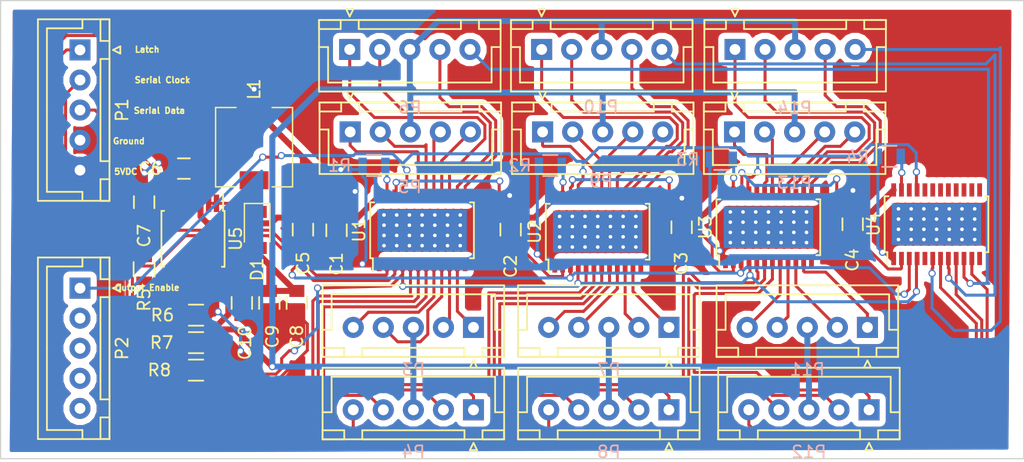
<source format=kicad_pcb>
(kicad_pcb (version 4) (host pcbnew 4.0.7)

  (general
    (links 243)
    (no_connects 6)
    (area 115.519999 65.989999 200.710001 104.190001)
    (thickness 1.6)
    (drawings 10)
    (tracks 676)
    (zones 0)
    (modules 39)
    (nets 69)
  )

  (page A4)
  (layers
    (0 F.Cu signal)
    (31 B.Cu signal)
    (32 B.Adhes user)
    (33 F.Adhes user)
    (34 B.Paste user)
    (35 F.Paste user)
    (36 B.SilkS user)
    (37 F.SilkS user)
    (38 B.Mask user)
    (39 F.Mask user)
    (40 Dwgs.User user)
    (41 Cmts.User user)
    (42 Eco1.User user)
    (43 Eco2.User user)
    (44 Edge.Cuts user)
    (45 Margin user)
    (46 B.CrtYd user)
    (47 F.CrtYd user)
    (48 B.Fab user hide)
    (49 F.Fab user hide)
  )

  (setup
    (last_trace_width 0.25)
    (trace_clearance 0.2)
    (zone_clearance 0.508)
    (zone_45_only no)
    (trace_min 0.2)
    (segment_width 0.2)
    (edge_width 0.1)
    (via_size 0.6)
    (via_drill 0.4)
    (via_min_size 0.4)
    (via_min_drill 0.3)
    (uvia_size 0.3)
    (uvia_drill 0.1)
    (uvias_allowed no)
    (uvia_min_size 0.2)
    (uvia_min_drill 0.1)
    (pcb_text_width 0.3)
    (pcb_text_size 1.5 1.5)
    (mod_edge_width 0.15)
    (mod_text_size 1 1)
    (mod_text_width 0.15)
    (pad_size 0.89 1.1)
    (pad_drill 0.3)
    (pad_to_mask_clearance 0)
    (aux_axis_origin 0 0)
    (visible_elements FFFFFF7F)
    (pcbplotparams
      (layerselection 0x00030_80000001)
      (usegerberextensions false)
      (excludeedgelayer true)
      (linewidth 0.100000)
      (plotframeref false)
      (viasonmask false)
      (mode 1)
      (useauxorigin false)
      (hpglpennumber 1)
      (hpglpenspeed 20)
      (hpglpendiameter 15)
      (hpglpenoverlay 2)
      (psnegative false)
      (psa4output false)
      (plotreference true)
      (plotvalue true)
      (plotinvisibletext false)
      (padsonsilk false)
      (subtractmaskfromsilk false)
      (outputformat 1)
      (mirror false)
      (drillshape 1)
      (scaleselection 1)
      (outputdirectory ""))
  )

  (net 0 "")
  (net 1 GNDREF)
  (net 2 +5V)
  (net 3 OutputEnable)
  (net 4 SerialData)
  (net 5 DataLatch)
  (net 6 SerialClock)
  (net 7 12V)
  (net 8 /DP1)
  (net 9 /DP2)
  (net 10 "Net-(P3-Pad4)")
  (net 11 "Net-(P3-Pad5)")
  (net 12 "Net-(P3-Pad1)")
  (net 13 "Net-(P3-Pad2)")
  (net 14 "Net-(R1-Pad1)")
  (net 15 "Net-(R2-Pad1)")
  (net 16 "Net-(R3-Pad1)")
  (net 17 "Net-(R4-Pad1)")
  (net 18 "Net-(U1-Pad22)")
  (net 19 "Net-(U3-Pad22)")
  (net 20 "Net-(P4-Pad4)")
  (net 21 "Net-(P4-Pad1)")
  (net 22 "Net-(P4-Pad2)")
  (net 23 "Net-(P5-Pad4)")
  (net 24 "Net-(P5-Pad5)")
  (net 25 "Net-(P5-Pad1)")
  (net 26 "Net-(P5-Pad2)")
  (net 27 "Net-(P6-Pad4)")
  (net 28 "Net-(P6-Pad1)")
  (net 29 "Net-(P6-Pad2)")
  (net 30 "Net-(P7-Pad4)")
  (net 31 "Net-(P7-Pad5)")
  (net 32 "Net-(P7-Pad1)")
  (net 33 "Net-(P7-Pad2)")
  (net 34 "Net-(P8-Pad1)")
  (net 35 "Net-(P8-Pad2)")
  (net 36 "Net-(P8-Pad4)")
  (net 37 "Net-(P9-Pad1)")
  (net 38 "Net-(P9-Pad2)")
  (net 39 "Net-(P9-Pad4)")
  (net 40 /DP3)
  (net 41 "Net-(P9-Pad5)")
  (net 42 "Net-(P10-Pad1)")
  (net 43 "Net-(P10-Pad2)")
  (net 44 "Net-(P10-Pad4)")
  (net 45 /DP4)
  (net 46 "Net-(P11-Pad1)")
  (net 47 "Net-(P11-Pad2)")
  (net 48 "Net-(P11-Pad4)")
  (net 49 "Net-(P11-Pad5)")
  (net 50 "Net-(P12-Pad1)")
  (net 51 "Net-(P12-Pad2)")
  (net 52 "Net-(P12-Pad4)")
  (net 53 /DP5)
  (net 54 "Net-(P13-Pad1)")
  (net 55 "Net-(P13-Pad2)")
  (net 56 "Net-(P13-Pad4)")
  (net 57 "Net-(P13-Pad5)")
  (net 58 "Net-(P14-Pad1)")
  (net 59 "Net-(P14-Pad2)")
  (net 60 "Net-(P14-Pad4)")
  (net 61 /DP6)
  (net 62 "Net-(C7-Pad1)")
  (net 63 "Net-(R7-Pad2)")
  (net 64 "Net-(C6-Pad1)")
  (net 65 "Net-(D1-Pad1)")
  (net 66 "Net-(R5-Pad1)")
  (net 67 "Net-(R6-Pad1)")
  (net 68 "Net-(U2-Pad22)")

  (net_class Default "This is the default net class."
    (clearance 0.2)
    (trace_width 0.25)
    (via_dia 0.6)
    (via_drill 0.4)
    (uvia_dia 0.3)
    (uvia_drill 0.1)
    (add_net /DP1)
    (add_net /DP2)
    (add_net /DP3)
    (add_net /DP4)
    (add_net /DP5)
    (add_net /DP6)
    (add_net DataLatch)
    (add_net GNDREF)
    (add_net "Net-(C6-Pad1)")
    (add_net "Net-(C7-Pad1)")
    (add_net "Net-(D1-Pad1)")
    (add_net "Net-(P10-Pad1)")
    (add_net "Net-(P10-Pad2)")
    (add_net "Net-(P10-Pad4)")
    (add_net "Net-(P11-Pad1)")
    (add_net "Net-(P11-Pad2)")
    (add_net "Net-(P11-Pad4)")
    (add_net "Net-(P11-Pad5)")
    (add_net "Net-(P12-Pad1)")
    (add_net "Net-(P12-Pad2)")
    (add_net "Net-(P12-Pad4)")
    (add_net "Net-(P13-Pad1)")
    (add_net "Net-(P13-Pad2)")
    (add_net "Net-(P13-Pad4)")
    (add_net "Net-(P13-Pad5)")
    (add_net "Net-(P14-Pad1)")
    (add_net "Net-(P14-Pad2)")
    (add_net "Net-(P14-Pad4)")
    (add_net "Net-(P3-Pad1)")
    (add_net "Net-(P3-Pad2)")
    (add_net "Net-(P3-Pad4)")
    (add_net "Net-(P3-Pad5)")
    (add_net "Net-(P4-Pad1)")
    (add_net "Net-(P4-Pad2)")
    (add_net "Net-(P4-Pad4)")
    (add_net "Net-(P5-Pad1)")
    (add_net "Net-(P5-Pad2)")
    (add_net "Net-(P5-Pad4)")
    (add_net "Net-(P5-Pad5)")
    (add_net "Net-(P6-Pad1)")
    (add_net "Net-(P6-Pad2)")
    (add_net "Net-(P6-Pad4)")
    (add_net "Net-(P7-Pad1)")
    (add_net "Net-(P7-Pad2)")
    (add_net "Net-(P7-Pad4)")
    (add_net "Net-(P7-Pad5)")
    (add_net "Net-(P8-Pad1)")
    (add_net "Net-(P8-Pad2)")
    (add_net "Net-(P8-Pad4)")
    (add_net "Net-(P9-Pad1)")
    (add_net "Net-(P9-Pad2)")
    (add_net "Net-(P9-Pad4)")
    (add_net "Net-(P9-Pad5)")
    (add_net "Net-(R1-Pad1)")
    (add_net "Net-(R2-Pad1)")
    (add_net "Net-(R3-Pad1)")
    (add_net "Net-(R4-Pad1)")
    (add_net "Net-(R5-Pad1)")
    (add_net "Net-(R6-Pad1)")
    (add_net "Net-(R7-Pad2)")
    (add_net "Net-(U1-Pad22)")
    (add_net "Net-(U2-Pad22)")
    (add_net "Net-(U3-Pad22)")
    (add_net OutputEnable)
    (add_net SerialClock)
    (add_net SerialData)
  )

  (net_class "12V Bus" ""
    (clearance 0.2)
    (trace_width 0.5)
    (via_dia 0.6)
    (via_drill 0.4)
    (uvia_dia 0.3)
    (uvia_drill 0.1)
    (add_net +5V)
    (add_net 12V)
  )

  (module Connectors_JST:JST_XH_B05B-XH-A_05x2.50mm_Straight (layer F.Cu) (tedit 56F0715A) (tstamp 59C1F5B9)
    (at 122.174 70.144 270)
    (descr "JST XH series connector, B05B-XH-A, top entry type, through hole")
    (tags "connector jst xh tht top vertical 2.50mm")
    (path /59C215C9)
    (fp_text reference P1 (at 5 -3.5 270) (layer F.SilkS)
      (effects (font (size 1 1) (thickness 0.15)))
    )
    (fp_text value CONN_01X05 (at 5 4.5 270) (layer F.Fab)
      (effects (font (size 1 1) (thickness 0.15)))
    )
    (fp_line (start -2.95 -2.85) (end -2.95 3.9) (layer F.CrtYd) (width 0.05))
    (fp_line (start -2.95 3.9) (end 12.9 3.9) (layer F.CrtYd) (width 0.05))
    (fp_line (start 12.9 3.9) (end 12.9 -2.85) (layer F.CrtYd) (width 0.05))
    (fp_line (start 12.9 -2.85) (end -2.95 -2.85) (layer F.CrtYd) (width 0.05))
    (fp_line (start -2.55 -2.45) (end -2.55 3.5) (layer F.SilkS) (width 0.15))
    (fp_line (start -2.55 3.5) (end 12.55 3.5) (layer F.SilkS) (width 0.15))
    (fp_line (start 12.55 3.5) (end 12.55 -2.45) (layer F.SilkS) (width 0.15))
    (fp_line (start 12.55 -2.45) (end -2.55 -2.45) (layer F.SilkS) (width 0.15))
    (fp_line (start 0.75 -2.45) (end 0.75 -1.7) (layer F.SilkS) (width 0.15))
    (fp_line (start 0.75 -1.7) (end 9.25 -1.7) (layer F.SilkS) (width 0.15))
    (fp_line (start 9.25 -1.7) (end 9.25 -2.45) (layer F.SilkS) (width 0.15))
    (fp_line (start 9.25 -2.45) (end 0.75 -2.45) (layer F.SilkS) (width 0.15))
    (fp_line (start -2.55 -2.45) (end -2.55 -1.7) (layer F.SilkS) (width 0.15))
    (fp_line (start -2.55 -1.7) (end -0.75 -1.7) (layer F.SilkS) (width 0.15))
    (fp_line (start -0.75 -1.7) (end -0.75 -2.45) (layer F.SilkS) (width 0.15))
    (fp_line (start -0.75 -2.45) (end -2.55 -2.45) (layer F.SilkS) (width 0.15))
    (fp_line (start 10.75 -2.45) (end 10.75 -1.7) (layer F.SilkS) (width 0.15))
    (fp_line (start 10.75 -1.7) (end 12.55 -1.7) (layer F.SilkS) (width 0.15))
    (fp_line (start 12.55 -1.7) (end 12.55 -2.45) (layer F.SilkS) (width 0.15))
    (fp_line (start 12.55 -2.45) (end 10.75 -2.45) (layer F.SilkS) (width 0.15))
    (fp_line (start -2.55 -0.2) (end -1.8 -0.2) (layer F.SilkS) (width 0.15))
    (fp_line (start -1.8 -0.2) (end -1.8 2.75) (layer F.SilkS) (width 0.15))
    (fp_line (start -1.8 2.75) (end 5 2.75) (layer F.SilkS) (width 0.15))
    (fp_line (start 12.55 -0.2) (end 11.8 -0.2) (layer F.SilkS) (width 0.15))
    (fp_line (start 11.8 -0.2) (end 11.8 2.75) (layer F.SilkS) (width 0.15))
    (fp_line (start 11.8 2.75) (end 5 2.75) (layer F.SilkS) (width 0.15))
    (fp_line (start 0 -2.75) (end -0.3 -3.35) (layer F.SilkS) (width 0.15))
    (fp_line (start -0.3 -3.35) (end 0.3 -3.35) (layer F.SilkS) (width 0.15))
    (fp_line (start 0.3 -3.35) (end 0 -2.75) (layer F.SilkS) (width 0.15))
    (pad 1 thru_hole rect (at 0 0 270) (size 1.75 1.75) (drill 0.9) (layers *.Cu *.Mask)
      (net 5 DataLatch))
    (pad 2 thru_hole circle (at 2.5 0 270) (size 1.75 1.75) (drill 0.9) (layers *.Cu *.Mask)
      (net 6 SerialClock))
    (pad 3 thru_hole circle (at 5 0 270) (size 1.75 1.75) (drill 0.9) (layers *.Cu *.Mask)
      (net 4 SerialData))
    (pad 4 thru_hole circle (at 7.5 0 270) (size 1.75 1.75) (drill 0.9) (layers *.Cu *.Mask)
      (net 1 GNDREF))
    (pad 5 thru_hole circle (at 10 0 270) (size 1.75 1.75) (drill 0.9) (layers *.Cu *.Mask)
      (net 2 +5V))
    (model Connectors_JST.3dshapes/JST_XH_B05B-XH-A_05x2.50mm_Straight.wrl
      (at (xyz 0 0 0))
      (scale (xyz 1 1 1))
      (rotate (xyz 0 0 0))
    )
  )

  (module Housings_SSOP:TSSOP-14_4.4x5mm_Pitch0.65mm (layer F.Cu) (tedit 54130A77) (tstamp 5A268260)
    (at 131.572 85.852 270)
    (descr "14-Lead Plastic Thin Shrink Small Outline (ST)-4.4 mm Body [TSSOP] (see Microchip Packaging Specification 00000049BS.pdf)")
    (tags "SSOP 0.65")
    (path /59918B62/59C20AED)
    (attr smd)
    (fp_text reference U5 (at 0 -3.55 270) (layer F.SilkS)
      (effects (font (size 1 1) (thickness 0.15)))
    )
    (fp_text value TPS61175 (at 0 3.55 270) (layer F.Fab)
      (effects (font (size 1 1) (thickness 0.15)))
    )
    (fp_line (start -1.2 -2.5) (end 2.2 -2.5) (layer F.Fab) (width 0.15))
    (fp_line (start 2.2 -2.5) (end 2.2 2.5) (layer F.Fab) (width 0.15))
    (fp_line (start 2.2 2.5) (end -2.2 2.5) (layer F.Fab) (width 0.15))
    (fp_line (start -2.2 2.5) (end -2.2 -1.5) (layer F.Fab) (width 0.15))
    (fp_line (start -2.2 -1.5) (end -1.2 -2.5) (layer F.Fab) (width 0.15))
    (fp_line (start -3.95 -2.8) (end -3.95 2.8) (layer F.CrtYd) (width 0.05))
    (fp_line (start 3.95 -2.8) (end 3.95 2.8) (layer F.CrtYd) (width 0.05))
    (fp_line (start -3.95 -2.8) (end 3.95 -2.8) (layer F.CrtYd) (width 0.05))
    (fp_line (start -3.95 2.8) (end 3.95 2.8) (layer F.CrtYd) (width 0.05))
    (fp_line (start -2.325 -2.625) (end -2.325 -2.5) (layer F.SilkS) (width 0.15))
    (fp_line (start 2.325 -2.625) (end 2.325 -2.4) (layer F.SilkS) (width 0.15))
    (fp_line (start 2.325 2.625) (end 2.325 2.4) (layer F.SilkS) (width 0.15))
    (fp_line (start -2.325 2.625) (end -2.325 2.4) (layer F.SilkS) (width 0.15))
    (fp_line (start -2.325 -2.625) (end 2.325 -2.625) (layer F.SilkS) (width 0.15))
    (fp_line (start -2.325 2.625) (end 2.325 2.625) (layer F.SilkS) (width 0.15))
    (fp_line (start -2.325 -2.5) (end -3.675 -2.5) (layer F.SilkS) (width 0.15))
    (pad 1 smd rect (at -2.95 -1.95 270) (size 1.45 0.45) (layers F.Cu F.Paste F.Mask)
      (net 65 "Net-(D1-Pad1)"))
    (pad 2 smd rect (at -2.95 -1.3 270) (size 1.45 0.45) (layers F.Cu F.Paste F.Mask)
      (net 65 "Net-(D1-Pad1)"))
    (pad 3 smd rect (at -2.95 -0.65 270) (size 1.45 0.45) (layers F.Cu F.Paste F.Mask)
      (net 2 +5V))
    (pad 4 smd rect (at -2.95 0 270) (size 1.45 0.45) (layers F.Cu F.Paste F.Mask)
      (net 2 +5V))
    (pad 5 smd rect (at -2.95 0.65 270) (size 1.45 0.45) (layers F.Cu F.Paste F.Mask)
      (net 64 "Net-(C6-Pad1)"))
    (pad 6 smd rect (at -2.95 1.3 270) (size 1.45 0.45) (layers F.Cu F.Paste F.Mask)
      (net 1 GNDREF))
    (pad 7 smd rect (at -2.95 1.95 270) (size 1.45 0.45) (layers F.Cu F.Paste F.Mask)
      (net 1 GNDREF))
    (pad 8 smd rect (at 2.95 1.95 270) (size 1.45 0.45) (layers F.Cu F.Paste F.Mask)
      (net 66 "Net-(R5-Pad1)"))
    (pad 9 smd rect (at 2.95 1.3 270) (size 1.45 0.45) (layers F.Cu F.Paste F.Mask)
      (net 63 "Net-(R7-Pad2)"))
    (pad 10 smd rect (at 2.95 0.65 270) (size 1.45 0.45) (layers F.Cu F.Paste F.Mask)
      (net 67 "Net-(R6-Pad1)"))
    (pad 11 smd rect (at 2.95 0 270) (size 1.45 0.45) (layers F.Cu F.Paste F.Mask)
      (net 1 GNDREF))
    (pad 12 smd rect (at 2.95 -0.65 270) (size 1.45 0.45) (layers F.Cu F.Paste F.Mask)
      (net 1 GNDREF))
    (pad 13 smd rect (at 2.95 -1.3 270) (size 1.45 0.45) (layers F.Cu F.Paste F.Mask)
      (net 1 GNDREF))
    (pad 14 smd rect (at 2.95 -1.95 270) (size 1.45 0.45) (layers F.Cu F.Paste F.Mask)
      (net 1 GNDREF))
    (model Housings_SSOP.3dshapes/TSSOP-14_4.4x5mm_Pitch0.65mm.wrl
      (at (xyz 0 0 0))
      (scale (xyz 1 1 1))
      (rotate (xyz 0 0 0))
    )
  )

  (module Housings_SSOP:HTSSOP-24_4.4x7.8mm_Pitch0.65mm_ThermalPad (layer F.Cu) (tedit 59916E65) (tstamp 59917EFF)
    (at 180.086 84.892 90)
    (descr "HTSSOP28: plastic thin shrink small outline package; 28 leads; body width 4.4 mm; thermal pad")
    (tags "TSSOP HTSSOP 0.65 thermal pad")
    (path /59916130)
    (attr smd)
    (fp_text reference U3 (at 0 -5.9 90) (layer F.SilkS)
      (effects (font (size 1 1) (thickness 0.15)))
    )
    (fp_text value TLC5927 (at 0 5.9 90) (layer F.Fab)
      (effects (font (size 1 1) (thickness 0.15)))
    )
    (fp_line (start -1.2 -4.85) (end 2.2 -4.85) (layer F.Fab) (width 0.15))
    (fp_line (start 2.2 -4.85) (end 2.2 3.5) (layer F.Fab) (width 0.15))
    (fp_line (start 2.2 3.5) (end -2.2 3.5) (layer F.Fab) (width 0.15))
    (fp_line (start -2.2 3.5) (end -2.2 -3.85) (layer F.Fab) (width 0.15))
    (fp_line (start -2.2 -3.85) (end -1.2 -4.85) (layer F.Fab) (width 0.15))
    (fp_line (start -3.65 -5.15) (end -3.65 3.85) (layer F.CrtYd) (width 0.05))
    (fp_line (start 3.65 -5.15) (end 3.65 3.85) (layer F.CrtYd) (width 0.05))
    (fp_line (start -3.65 -5.15) (end 3.65 -5.15) (layer F.CrtYd) (width 0.05))
    (fp_line (start -3.65 3.85) (end 3.65 3.85) (layer F.CrtYd) (width 0.05))
    (fp_line (start -2.325 -4.975) (end -2.325 -4.75) (layer F.SilkS) (width 0.15))
    (fp_line (start 2.325 -4.975) (end 2.325 -4.65) (layer F.SilkS) (width 0.15))
    (fp_line (start 2.325 3.6508) (end 2.325 3.3258) (layer F.SilkS) (width 0.15))
    (fp_line (start -2.325 3.6508) (end -2.325 3.3258) (layer F.SilkS) (width 0.15))
    (fp_line (start -2.325 -4.975) (end 2.325 -4.975) (layer F.SilkS) (width 0.15))
    (fp_line (start -2.325 3.6508) (end 2.325 3.6508) (layer F.SilkS) (width 0.15))
    (fp_line (start -2.325 -4.75) (end -3.4 -4.75) (layer F.SilkS) (width 0.15))
    (pad 1 thru_hole rect (at -1.275 2.5125 90) (size 0.89 1.1) (drill 0.3) (layers *.Cu *.Mask)
      (net 1 GNDREF))
    (pad 1 thru_hole rect (at -0.425 2.5125 90) (size 0.89 1.1) (drill 0.3) (layers *.Cu *.Mask)
      (net 1 GNDREF))
    (pad 1 thru_hole rect (at 1.275 2.5125 90) (size 0.89 1.1) (drill 0.3) (layers *.Cu *.Mask)
      (net 1 GNDREF))
    (pad 1 thru_hole rect (at 0.425 2.5125 90) (size 0.89 1.1) (drill 0.3) (layers *.Cu *.Mask)
      (net 1 GNDREF))
    (pad 1 thru_hole rect (at 0.425 1.45625 90) (size 0.89 1.1) (drill 0.3) (layers *.Cu *.Mask)
      (net 1 GNDREF))
    (pad 1 thru_hole rect (at 1.275 1.45625 90) (size 0.89 1.1) (drill 0.3) (layers *.Cu *.Mask)
      (net 1 GNDREF))
    (pad 1 thru_hole rect (at -0.425 1.45625 90) (size 0.89 1.1) (drill 0.3) (layers *.Cu *.Mask)
      (net 1 GNDREF))
    (pad 1 thru_hole rect (at -1.275 1.45625 90) (size 0.89 1.1) (drill 0.3) (layers *.Cu *.Mask)
      (net 1 GNDREF))
    (pad 1 thru_hole rect (at -1.275 0.4 90) (size 0.89 1.1) (drill 0.3) (layers *.Cu *.Mask)
      (net 1 GNDREF))
    (pad 1 thru_hole rect (at -0.425 0.4 90) (size 0.89 1.1) (drill 0.3) (layers *.Cu *.Mask)
      (net 1 GNDREF))
    (pad 1 thru_hole rect (at 1.275 0.4 90) (size 0.89 1.1) (drill 0.3) (layers *.Cu *.Mask)
      (net 1 GNDREF))
    (pad 1 thru_hole rect (at 0.425 0.4 90) (size 0.89 1.1) (drill 0.3) (layers *.Cu *.Mask)
      (net 1 GNDREF))
    (pad 1 thru_hole rect (at 0.425 -0.65625 90) (size 0.89 1.1) (drill 0.3) (layers *.Cu *.Mask)
      (net 1 GNDREF))
    (pad 1 thru_hole rect (at 1.275 -0.65625 90) (size 0.89 1.1) (drill 0.3) (layers *.Cu *.Mask)
      (net 1 GNDREF))
    (pad 1 thru_hole rect (at -0.425 -0.65625 90) (size 0.89 1.1) (drill 0.3) (layers *.Cu *.Mask)
      (net 1 GNDREF))
    (pad 1 thru_hole rect (at -1.275 -0.65625 90) (size 0.89 1.1) (drill 0.3) (layers *.Cu *.Mask)
      (net 1 GNDREF))
    (pad 1 thru_hole rect (at -1.275 -1.7125 90) (size 0.89 1.1) (drill 0.3) (layers *.Cu *.Mask)
      (net 1 GNDREF))
    (pad 1 thru_hole rect (at -0.425 -1.7125 90) (size 0.89 1.1) (drill 0.3) (layers *.Cu *.Mask)
      (net 1 GNDREF))
    (pad 1 thru_hole rect (at 1.275 -1.7125 90) (size 0.89 1.1) (drill 0.3) (layers *.Cu *.Mask)
      (net 1 GNDREF))
    (pad 1 thru_hole rect (at 0.425 -1.7125 90) (size 0.89 1.1) (drill 0.3) (layers *.Cu *.Mask)
      (net 1 GNDREF))
    (pad 1 thru_hole rect (at 0.425 -2.76875 90) (size 0.89 1.1) (drill 0.3) (layers *.Cu *.Mask)
      (net 1 GNDREF))
    (pad 1 thru_hole rect (at 1.275 -2.76875 90) (size 0.89 1.1) (drill 0.3) (layers *.Cu *.Mask)
      (net 1 GNDREF))
    (pad 1 thru_hole rect (at -0.425 -2.76875 90) (size 0.89 1.1) (drill 0.3) (layers *.Cu *.Mask)
      (net 1 GNDREF))
    (pad 1 thru_hole rect (at -1.275 -2.76875 90) (size 0.89 1.1) (drill 0.3) (layers *.Cu *.Mask)
      (net 1 GNDREF))
    (pad 1 thru_hole rect (at -1.275 -3.825 90) (size 0.89 1.1) (drill 0.3) (layers *.Cu *.Mask)
      (net 1 GNDREF))
    (pad 1 thru_hole rect (at -0.425 -3.825 90) (size 0.89 1.1) (drill 0.3) (layers *.Cu *.Mask)
      (net 1 GNDREF))
    (pad 1 thru_hole rect (at 1.275 -3.825 90) (size 0.89 1.1) (drill 0.3) (layers *.Cu *.Mask)
      (net 1 GNDREF))
    (pad 1 thru_hole rect (at 0.425 -3.825 90) (size 0.89 1.1) (drill 0.3) (layers *.Cu *.Mask)
      (net 1 GNDREF))
    (pad 1 smd rect (at -2.85 -4.225 90) (size 1.1 0.4) (layers F.Cu F.Paste F.Mask)
      (net 1 GNDREF))
    (pad 2 smd rect (at -2.85 -3.575 90) (size 1.1 0.4) (layers F.Cu F.Paste F.Mask)
      (net 68 "Net-(U2-Pad22)"))
    (pad 3 smd rect (at -2.85 -2.925 90) (size 1.1 0.4) (layers F.Cu F.Paste F.Mask)
      (net 6 SerialClock))
    (pad 4 smd rect (at -2.85 -2.275 90) (size 1.1 0.4) (layers F.Cu F.Paste F.Mask)
      (net 5 DataLatch))
    (pad 5 smd rect (at -2.85 -1.625 90) (size 1.1 0.4) (layers F.Cu F.Paste F.Mask)
      (net 52 "Net-(P12-Pad4)"))
    (pad 6 smd rect (at -2.85 -0.975 90) (size 1.1 0.4) (layers F.Cu F.Paste F.Mask)
      (net 51 "Net-(P12-Pad2)"))
    (pad 7 smd rect (at -2.85 -0.325 90) (size 1.1 0.4) (layers F.Cu F.Paste F.Mask)
      (net 50 "Net-(P12-Pad1)"))
    (pad 8 smd rect (at -2.85 0.325 90) (size 1.1 0.4) (layers F.Cu F.Paste F.Mask)
      (net 49 "Net-(P11-Pad5)"))
    (pad 9 smd rect (at -2.85 0.975 90) (size 1.1 0.4) (layers F.Cu F.Paste F.Mask)
      (net 48 "Net-(P11-Pad4)"))
    (pad 10 smd rect (at -2.85 1.625 90) (size 1.1 0.4) (layers F.Cu F.Paste F.Mask)
      (net 47 "Net-(P11-Pad2)"))
    (pad 11 smd rect (at -2.85 2.275 90) (size 1.1 0.4) (layers F.Cu F.Paste F.Mask)
      (net 46 "Net-(P11-Pad1)"))
    (pad 12 smd rect (at -2.85 2.925 90) (size 1.1 0.4) (layers F.Cu F.Paste F.Mask))
    (pad 13 smd rect (at 2.85 2.925 90) (size 1.1 0.4) (layers F.Cu F.Paste F.Mask)
      (net 60 "Net-(P14-Pad4)"))
    (pad 14 smd rect (at 2.85 2.275 90) (size 1.1 0.4) (layers F.Cu F.Paste F.Mask)
      (net 59 "Net-(P14-Pad2)"))
    (pad 15 smd rect (at 2.85 1.625 90) (size 1.1 0.4) (layers F.Cu F.Paste F.Mask)
      (net 58 "Net-(P14-Pad1)"))
    (pad 16 smd rect (at 2.85 0.975 90) (size 1.1 0.4) (layers F.Cu F.Paste F.Mask)
      (net 57 "Net-(P13-Pad5)"))
    (pad 17 smd rect (at 2.85 0.325 90) (size 1.1 0.4) (layers F.Cu F.Paste F.Mask)
      (net 56 "Net-(P13-Pad4)"))
    (pad 18 smd rect (at 2.85 -0.325 90) (size 1.1 0.4) (layers F.Cu F.Paste F.Mask)
      (net 55 "Net-(P13-Pad2)"))
    (pad 19 smd rect (at 2.85 -0.975 90) (size 1.1 0.4) (layers F.Cu F.Paste F.Mask)
      (net 54 "Net-(P13-Pad1)"))
    (pad 20 smd rect (at 2.85 -1.625 90) (size 1.1 0.4) (layers F.Cu F.Paste F.Mask))
    (pad 21 smd rect (at 2.85 -2.275 90) (size 1.1 0.4) (layers F.Cu F.Paste F.Mask)
      (net 3 OutputEnable))
    (pad 22 smd rect (at 2.85 -2.925 90) (size 1.1 0.4) (layers F.Cu F.Paste F.Mask)
      (net 19 "Net-(U3-Pad22)"))
    (pad 23 smd rect (at 2.85 -3.575 90) (size 1.1 0.4) (layers F.Cu F.Paste F.Mask)
      (net 16 "Net-(R3-Pad1)"))
    (pad 24 smd rect (at 2.85 -4.225 90) (size 1.1 0.4) (layers F.Cu F.Paste F.Mask)
      (net 2 +5V))
    (model Housings_SSOP.3dshapes/HTSSOP-28_4.4x9.7mm_Pitch0.65mm_ThermalPad.wrl
      (at (xyz 0 0 0))
      (scale (xyz 1 1 1))
      (rotate (xyz 0 0 0))
    )
  )

  (module Capacitors_SMD:C_0805 (layer F.Cu) (tedit 5415D6EA) (tstamp 59917DC9)
    (at 172.212 84.892 90)
    (descr "Capacitor SMD 0805, reflow soldering, AVX (see smccp.pdf)")
    (tags "capacitor 0805")
    (path /59916136)
    (attr smd)
    (fp_text reference C3 (at -3.021 -0.032857 90) (layer F.SilkS)
      (effects (font (size 1 1) (thickness 0.15)))
    )
    (fp_text value 0.1µF (at 0 2.1 90) (layer F.Fab)
      (effects (font (size 1 1) (thickness 0.15)))
    )
    (fp_line (start -1 0.625) (end -1 -0.625) (layer F.Fab) (width 0.15))
    (fp_line (start 1 0.625) (end -1 0.625) (layer F.Fab) (width 0.15))
    (fp_line (start 1 -0.625) (end 1 0.625) (layer F.Fab) (width 0.15))
    (fp_line (start -1 -0.625) (end 1 -0.625) (layer F.Fab) (width 0.15))
    (fp_line (start -1.8 -1) (end 1.8 -1) (layer F.CrtYd) (width 0.05))
    (fp_line (start -1.8 1) (end 1.8 1) (layer F.CrtYd) (width 0.05))
    (fp_line (start -1.8 -1) (end -1.8 1) (layer F.CrtYd) (width 0.05))
    (fp_line (start 1.8 -1) (end 1.8 1) (layer F.CrtYd) (width 0.05))
    (fp_line (start 0.5 -0.85) (end -0.5 -0.85) (layer F.SilkS) (width 0.15))
    (fp_line (start -0.5 0.85) (end 0.5 0.85) (layer F.SilkS) (width 0.15))
    (pad 1 smd rect (at -1 0 90) (size 1 1.25) (layers F.Cu F.Paste F.Mask)
      (net 1 GNDREF))
    (pad 2 smd rect (at 1 0 90) (size 1 1.25) (layers F.Cu F.Paste F.Mask)
      (net 2 +5V))
    (model Capacitors_SMD.3dshapes/C_0805.wrl
      (at (xyz 0 0 0))
      (scale (xyz 1 1 1))
      (rotate (xyz 0 0 0))
    )
  )

  (module Resistors_SMD:R_0805 (layer B.Cu) (tedit 58307B54) (tstamp 59917E51)
    (at 175.514 79.248 180)
    (descr "Resistor SMD 0805, reflow soldering, Vishay (see dcrcw.pdf)")
    (tags "resistor 0805")
    (path /5991614D)
    (attr smd)
    (fp_text reference R3 (at 2.794 0 180) (layer B.SilkS)
      (effects (font (size 1 1) (thickness 0.15)) (justify mirror))
    )
    (fp_text value R (at 0 -2.1 180) (layer B.Fab)
      (effects (font (size 1 1) (thickness 0.15)) (justify mirror))
    )
    (fp_line (start -1 -0.625) (end -1 0.625) (layer B.Fab) (width 0.1))
    (fp_line (start 1 -0.625) (end -1 -0.625) (layer B.Fab) (width 0.1))
    (fp_line (start 1 0.625) (end 1 -0.625) (layer B.Fab) (width 0.1))
    (fp_line (start -1 0.625) (end 1 0.625) (layer B.Fab) (width 0.1))
    (fp_line (start -1.6 1) (end 1.6 1) (layer B.CrtYd) (width 0.05))
    (fp_line (start -1.6 -1) (end 1.6 -1) (layer B.CrtYd) (width 0.05))
    (fp_line (start -1.6 1) (end -1.6 -1) (layer B.CrtYd) (width 0.05))
    (fp_line (start 1.6 1) (end 1.6 -1) (layer B.CrtYd) (width 0.05))
    (fp_line (start 0.6 -0.875) (end -0.6 -0.875) (layer B.SilkS) (width 0.15))
    (fp_line (start -0.6 0.875) (end 0.6 0.875) (layer B.SilkS) (width 0.15))
    (pad 1 smd rect (at -0.95 0 180) (size 0.7 1.3) (layers B.Cu B.Paste B.Mask)
      (net 16 "Net-(R3-Pad1)"))
    (pad 2 smd rect (at 0.95 0 180) (size 0.7 1.3) (layers B.Cu B.Paste B.Mask)
      (net 1 GNDREF))
    (model Resistors_SMD.3dshapes/R_0805.wrl
      (at (xyz 0 0 0))
      (scale (xyz 1 1 1))
      (rotate (xyz 0 0 0))
    )
  )

  (module Resistors_SMD:R_0805 (layer B.Cu) (tedit 58307B54) (tstamp 59917E57)
    (at 189.484 78.994 180)
    (descr "Resistor SMD 0805, reflow soldering, Vishay (see dcrcw.pdf)")
    (tags "resistor 0805")
    (path /599177CA)
    (attr smd)
    (fp_text reference R4 (at 2.651001 -0.043 180) (layer B.SilkS)
      (effects (font (size 1 1) (thickness 0.15)) (justify mirror))
    )
    (fp_text value R (at 0 -2.1 180) (layer B.Fab)
      (effects (font (size 1 1) (thickness 0.15)) (justify mirror))
    )
    (fp_line (start -1 -0.625) (end -1 0.625) (layer B.Fab) (width 0.1))
    (fp_line (start 1 -0.625) (end -1 -0.625) (layer B.Fab) (width 0.1))
    (fp_line (start 1 0.625) (end 1 -0.625) (layer B.Fab) (width 0.1))
    (fp_line (start -1 0.625) (end 1 0.625) (layer B.Fab) (width 0.1))
    (fp_line (start -1.6 1) (end 1.6 1) (layer B.CrtYd) (width 0.05))
    (fp_line (start -1.6 -1) (end 1.6 -1) (layer B.CrtYd) (width 0.05))
    (fp_line (start -1.6 1) (end -1.6 -1) (layer B.CrtYd) (width 0.05))
    (fp_line (start 1.6 1) (end 1.6 -1) (layer B.CrtYd) (width 0.05))
    (fp_line (start 0.6 -0.875) (end -0.6 -0.875) (layer B.SilkS) (width 0.15))
    (fp_line (start -0.6 0.875) (end 0.6 0.875) (layer B.SilkS) (width 0.15))
    (pad 1 smd rect (at -0.95 0 180) (size 0.7 1.3) (layers B.Cu B.Paste B.Mask)
      (net 17 "Net-(R4-Pad1)"))
    (pad 2 smd rect (at 0.95 0 180) (size 0.7 1.3) (layers B.Cu B.Paste B.Mask)
      (net 1 GNDREF))
    (model Resistors_SMD.3dshapes/R_0805.wrl
      (at (xyz 0 0 0))
      (scale (xyz 1 1 1))
      (rotate (xyz 0 0 0))
    )
  )

  (module Capacitors_SMD:C_0805 (layer F.Cu) (tedit 5415D6EA) (tstamp 59917DCF)
    (at 186.436 84.638 90)
    (descr "Capacitor SMD 0805, reflow soldering, AVX (see smccp.pdf)")
    (tags "capacitor 0805")
    (path /599177B5)
    (attr smd)
    (fp_text reference C4 (at -2.972857 -0.027 90) (layer F.SilkS)
      (effects (font (size 1 1) (thickness 0.15)))
    )
    (fp_text value 0.1µF (at 0 2.1 90) (layer F.Fab)
      (effects (font (size 1 1) (thickness 0.15)))
    )
    (fp_line (start -1 0.625) (end -1 -0.625) (layer F.Fab) (width 0.15))
    (fp_line (start 1 0.625) (end -1 0.625) (layer F.Fab) (width 0.15))
    (fp_line (start 1 -0.625) (end 1 0.625) (layer F.Fab) (width 0.15))
    (fp_line (start -1 -0.625) (end 1 -0.625) (layer F.Fab) (width 0.15))
    (fp_line (start -1.8 -1) (end 1.8 -1) (layer F.CrtYd) (width 0.05))
    (fp_line (start -1.8 1) (end 1.8 1) (layer F.CrtYd) (width 0.05))
    (fp_line (start -1.8 -1) (end -1.8 1) (layer F.CrtYd) (width 0.05))
    (fp_line (start 1.8 -1) (end 1.8 1) (layer F.CrtYd) (width 0.05))
    (fp_line (start 0.5 -0.85) (end -0.5 -0.85) (layer F.SilkS) (width 0.15))
    (fp_line (start -0.5 0.85) (end 0.5 0.85) (layer F.SilkS) (width 0.15))
    (pad 1 smd rect (at -1 0 90) (size 1 1.25) (layers F.Cu F.Paste F.Mask)
      (net 1 GNDREF))
    (pad 2 smd rect (at 1 0 90) (size 1 1.25) (layers F.Cu F.Paste F.Mask)
      (net 2 +5V))
    (model Capacitors_SMD.3dshapes/C_0805.wrl
      (at (xyz 0 0 0))
      (scale (xyz 1 1 1))
      (rotate (xyz 0 0 0))
    )
  )

  (module Housings_SSOP:HTSSOP-24_4.4x7.8mm_Pitch0.65mm_ThermalPad (layer F.Cu) (tedit 59916E65) (tstamp 59917F37)
    (at 194.071 84.638 90)
    (descr "HTSSOP28: plastic thin shrink small outline package; 28 leads; body width 4.4 mm; thermal pad")
    (tags "TSSOP HTSSOP 0.65 thermal pad")
    (path /599177AE)
    (attr smd)
    (fp_text reference U4 (at 0 -5.9 90) (layer F.SilkS)
      (effects (font (size 1 1) (thickness 0.15)))
    )
    (fp_text value TLC5927 (at 0 5.9 90) (layer F.Fab)
      (effects (font (size 1 1) (thickness 0.15)))
    )
    (fp_line (start -1.2 -4.85) (end 2.2 -4.85) (layer F.Fab) (width 0.15))
    (fp_line (start 2.2 -4.85) (end 2.2 3.5) (layer F.Fab) (width 0.15))
    (fp_line (start 2.2 3.5) (end -2.2 3.5) (layer F.Fab) (width 0.15))
    (fp_line (start -2.2 3.5) (end -2.2 -3.85) (layer F.Fab) (width 0.15))
    (fp_line (start -2.2 -3.85) (end -1.2 -4.85) (layer F.Fab) (width 0.15))
    (fp_line (start -3.65 -5.15) (end -3.65 3.85) (layer F.CrtYd) (width 0.05))
    (fp_line (start 3.65 -5.15) (end 3.65 3.85) (layer F.CrtYd) (width 0.05))
    (fp_line (start -3.65 -5.15) (end 3.65 -5.15) (layer F.CrtYd) (width 0.05))
    (fp_line (start -3.65 3.85) (end 3.65 3.85) (layer F.CrtYd) (width 0.05))
    (fp_line (start -2.325 -4.975) (end -2.325 -4.75) (layer F.SilkS) (width 0.15))
    (fp_line (start 2.325 -4.975) (end 2.325 -4.65) (layer F.SilkS) (width 0.15))
    (fp_line (start 2.325 3.6508) (end 2.325 3.3258) (layer F.SilkS) (width 0.15))
    (fp_line (start -2.325 3.6508) (end -2.325 3.3258) (layer F.SilkS) (width 0.15))
    (fp_line (start -2.325 -4.975) (end 2.325 -4.975) (layer F.SilkS) (width 0.15))
    (fp_line (start -2.325 3.6508) (end 2.325 3.6508) (layer F.SilkS) (width 0.15))
    (fp_line (start -2.325 -4.75) (end -3.4 -4.75) (layer F.SilkS) (width 0.15))
    (pad 1 thru_hole rect (at -1.275 2.5125 90) (size 0.89 1.1) (drill 0.3) (layers *.Cu *.Mask)
      (net 1 GNDREF))
    (pad 1 thru_hole rect (at -0.425 2.5125 90) (size 0.89 1.1) (drill 0.3) (layers *.Cu *.Mask)
      (net 1 GNDREF))
    (pad 1 thru_hole rect (at 1.275 2.5125 90) (size 0.89 1.1) (drill 0.3) (layers *.Cu *.Mask)
      (net 1 GNDREF))
    (pad 1 thru_hole rect (at 0.425 2.5125 90) (size 0.89 1.1) (drill 0.3) (layers *.Cu *.Mask)
      (net 1 GNDREF))
    (pad 1 thru_hole rect (at 0.425 1.45625 90) (size 0.89 1.1) (drill 0.3) (layers *.Cu *.Mask)
      (net 1 GNDREF))
    (pad 1 thru_hole rect (at 1.275 1.45625 90) (size 0.89 1.1) (drill 0.3) (layers *.Cu *.Mask)
      (net 1 GNDREF))
    (pad 1 thru_hole rect (at -0.425 1.45625 90) (size 0.89 1.1) (drill 0.3) (layers *.Cu *.Mask)
      (net 1 GNDREF))
    (pad 1 thru_hole rect (at -1.275 1.45625 90) (size 0.89 1.1) (drill 0.3) (layers *.Cu *.Mask)
      (net 1 GNDREF))
    (pad 1 thru_hole rect (at -1.275 0.4 90) (size 0.89 1.1) (drill 0.3) (layers *.Cu *.Mask)
      (net 1 GNDREF))
    (pad 1 thru_hole rect (at -0.425 0.4 90) (size 0.89 1.1) (drill 0.3) (layers *.Cu *.Mask)
      (net 1 GNDREF))
    (pad 1 thru_hole rect (at 1.275 0.4 90) (size 0.89 1.1) (drill 0.3) (layers *.Cu *.Mask)
      (net 1 GNDREF))
    (pad 1 thru_hole rect (at 0.425 0.4 90) (size 0.89 1.1) (drill 0.3) (layers *.Cu *.Mask)
      (net 1 GNDREF))
    (pad 1 thru_hole rect (at 0.425 -0.65625 90) (size 0.89 1.1) (drill 0.3) (layers *.Cu *.Mask)
      (net 1 GNDREF))
    (pad 1 thru_hole rect (at 1.275 -0.65625 90) (size 0.89 1.1) (drill 0.3) (layers *.Cu *.Mask)
      (net 1 GNDREF))
    (pad 1 thru_hole rect (at -0.425 -0.65625 90) (size 0.89 1.1) (drill 0.3) (layers *.Cu *.Mask)
      (net 1 GNDREF))
    (pad 1 thru_hole rect (at -1.275 -0.65625 90) (size 0.89 1.1) (drill 0.3) (layers *.Cu *.Mask)
      (net 1 GNDREF))
    (pad 1 thru_hole rect (at -1.275 -1.7125 90) (size 0.89 1.1) (drill 0.3) (layers *.Cu *.Mask)
      (net 1 GNDREF))
    (pad 1 thru_hole rect (at -0.425 -1.7125 90) (size 0.89 1.1) (drill 0.3) (layers *.Cu *.Mask)
      (net 1 GNDREF))
    (pad 1 thru_hole rect (at 1.275 -1.7125 90) (size 0.89 1.1) (drill 0.3) (layers *.Cu *.Mask)
      (net 1 GNDREF))
    (pad 1 thru_hole rect (at 0.425 -1.7125 90) (size 0.89 1.1) (drill 0.3) (layers *.Cu *.Mask)
      (net 1 GNDREF))
    (pad 1 thru_hole rect (at 0.425 -2.76875 90) (size 0.89 1.1) (drill 0.3) (layers *.Cu *.Mask)
      (net 1 GNDREF))
    (pad 1 thru_hole rect (at 1.275 -2.76875 90) (size 0.89 1.1) (drill 0.3) (layers *.Cu *.Mask)
      (net 1 GNDREF))
    (pad 1 thru_hole rect (at -0.425 -2.76875 90) (size 0.89 1.1) (drill 0.3) (layers *.Cu *.Mask)
      (net 1 GNDREF))
    (pad 1 thru_hole rect (at -1.275 -2.76875 90) (size 0.89 1.1) (drill 0.3) (layers *.Cu *.Mask)
      (net 1 GNDREF))
    (pad 1 thru_hole rect (at -1.275 -3.825 90) (size 0.89 1.1) (drill 0.3) (layers *.Cu *.Mask)
      (net 1 GNDREF))
    (pad 1 thru_hole rect (at -0.425 -3.825 90) (size 0.89 1.1) (drill 0.3) (layers *.Cu *.Mask)
      (net 1 GNDREF))
    (pad 1 thru_hole rect (at 1.275 -3.825 90) (size 0.89 1.1) (drill 0.3) (layers *.Cu *.Mask)
      (net 1 GNDREF))
    (pad 1 thru_hole rect (at 0.425 -3.825 90) (size 0.89 1.1) (drill 0.3) (layers *.Cu *.Mask)
      (net 1 GNDREF))
    (pad 1 smd rect (at -2.85 -4.225 90) (size 1.1 0.4) (layers F.Cu F.Paste F.Mask)
      (net 1 GNDREF))
    (pad 2 smd rect (at -2.85 -3.575 90) (size 1.1 0.4) (layers F.Cu F.Paste F.Mask)
      (net 19 "Net-(U3-Pad22)"))
    (pad 3 smd rect (at -2.85 -2.925 90) (size 1.1 0.4) (layers F.Cu F.Paste F.Mask)
      (net 6 SerialClock))
    (pad 4 smd rect (at -2.85 -2.275 90) (size 1.1 0.4) (layers F.Cu F.Paste F.Mask)
      (net 5 DataLatch))
    (pad 5 smd rect (at -2.85 -1.625 90) (size 1.1 0.4) (layers F.Cu F.Paste F.Mask))
    (pad 6 smd rect (at -2.85 -0.975 90) (size 1.1 0.4) (layers F.Cu F.Paste F.Mask)
      (net 61 /DP6))
    (pad 7 smd rect (at -2.85 -0.325 90) (size 1.1 0.4) (layers F.Cu F.Paste F.Mask)
      (net 53 /DP5))
    (pad 8 smd rect (at -2.85 0.325 90) (size 1.1 0.4) (layers F.Cu F.Paste F.Mask)
      (net 45 /DP4))
    (pad 9 smd rect (at -2.85 0.975 90) (size 1.1 0.4) (layers F.Cu F.Paste F.Mask)
      (net 40 /DP3))
    (pad 10 smd rect (at -2.85 1.625 90) (size 1.1 0.4) (layers F.Cu F.Paste F.Mask)
      (net 9 /DP2))
    (pad 11 smd rect (at -2.85 2.275 90) (size 1.1 0.4) (layers F.Cu F.Paste F.Mask)
      (net 8 /DP1))
    (pad 12 smd rect (at -2.85 2.925 90) (size 1.1 0.4) (layers F.Cu F.Paste F.Mask))
    (pad 13 smd rect (at 2.85 2.925 90) (size 1.1 0.4) (layers F.Cu F.Paste F.Mask))
    (pad 14 smd rect (at 2.85 2.275 90) (size 1.1 0.4) (layers F.Cu F.Paste F.Mask))
    (pad 15 smd rect (at 2.85 1.625 90) (size 1.1 0.4) (layers F.Cu F.Paste F.Mask))
    (pad 16 smd rect (at 2.85 0.975 90) (size 1.1 0.4) (layers F.Cu F.Paste F.Mask))
    (pad 17 smd rect (at 2.85 0.325 90) (size 1.1 0.4) (layers F.Cu F.Paste F.Mask))
    (pad 18 smd rect (at 2.85 -0.325 90) (size 1.1 0.4) (layers F.Cu F.Paste F.Mask))
    (pad 19 smd rect (at 2.85 -0.975 90) (size 1.1 0.4) (layers F.Cu F.Paste F.Mask))
    (pad 20 smd rect (at 2.85 -1.625 90) (size 1.1 0.4) (layers F.Cu F.Paste F.Mask))
    (pad 21 smd rect (at 2.85 -2.275 90) (size 1.1 0.4) (layers F.Cu F.Paste F.Mask)
      (net 3 OutputEnable))
    (pad 22 smd rect (at 2.85 -2.925 90) (size 1.1 0.4) (layers F.Cu F.Paste F.Mask))
    (pad 23 smd rect (at 2.85 -3.575 90) (size 1.1 0.4) (layers F.Cu F.Paste F.Mask)
      (net 17 "Net-(R4-Pad1)"))
    (pad 24 smd rect (at 2.85 -4.225 90) (size 1.1 0.4) (layers F.Cu F.Paste F.Mask)
      (net 2 +5V))
    (model Housings_SSOP.3dshapes/HTSSOP-28_4.4x9.7mm_Pitch0.65mm_ThermalPad.wrl
      (at (xyz 0 0 0))
      (scale (xyz 1 1 1))
      (rotate (xyz 0 0 0))
    )
  )

  (module Resistors_SMD:R_0805 (layer B.Cu) (tedit 58307B54) (tstamp 59917E45)
    (at 146.624 79.756 180)
    (descr "Resistor SMD 0805, reflow soldering, Vishay (see dcrcw.pdf)")
    (tags "resistor 0805")
    (path /59915E43)
    (attr smd)
    (fp_text reference R1 (at 2.86 0 180) (layer B.SilkS)
      (effects (font (size 1 1) (thickness 0.15)) (justify mirror))
    )
    (fp_text value R (at 0 -2.1 180) (layer B.Fab)
      (effects (font (size 1 1) (thickness 0.15)) (justify mirror))
    )
    (fp_line (start -1 -0.625) (end -1 0.625) (layer B.Fab) (width 0.1))
    (fp_line (start 1 -0.625) (end -1 -0.625) (layer B.Fab) (width 0.1))
    (fp_line (start 1 0.625) (end 1 -0.625) (layer B.Fab) (width 0.1))
    (fp_line (start -1 0.625) (end 1 0.625) (layer B.Fab) (width 0.1))
    (fp_line (start -1.6 1) (end 1.6 1) (layer B.CrtYd) (width 0.05))
    (fp_line (start -1.6 -1) (end 1.6 -1) (layer B.CrtYd) (width 0.05))
    (fp_line (start -1.6 1) (end -1.6 -1) (layer B.CrtYd) (width 0.05))
    (fp_line (start 1.6 1) (end 1.6 -1) (layer B.CrtYd) (width 0.05))
    (fp_line (start 0.6 -0.875) (end -0.6 -0.875) (layer B.SilkS) (width 0.15))
    (fp_line (start -0.6 0.875) (end 0.6 0.875) (layer B.SilkS) (width 0.15))
    (pad 1 smd rect (at -0.95 0 180) (size 0.7 1.3) (layers B.Cu B.Paste B.Mask)
      (net 14 "Net-(R1-Pad1)"))
    (pad 2 smd rect (at 0.95 0 180) (size 0.7 1.3) (layers B.Cu B.Paste B.Mask)
      (net 1 GNDREF))
    (model Resistors_SMD.3dshapes/R_0805.wrl
      (at (xyz 0 0 0))
      (scale (xyz 1 1 1))
      (rotate (xyz 0 0 0))
    )
  )

  (module Capacitors_SMD:C_0805 (layer F.Cu) (tedit 5415D6EA) (tstamp 59917DBD)
    (at 143.51 85.146 90)
    (descr "Capacitor SMD 0805, reflow soldering, AVX (see smccp.pdf)")
    (tags "capacitor 0805")
    (path /59915CF1)
    (attr smd)
    (fp_text reference C1 (at -2.794 0 90) (layer F.SilkS)
      (effects (font (size 1 1) (thickness 0.15)))
    )
    (fp_text value 0.1µF (at 0 2.1 90) (layer F.Fab)
      (effects (font (size 1 1) (thickness 0.15)))
    )
    (fp_line (start -1 0.625) (end -1 -0.625) (layer F.Fab) (width 0.15))
    (fp_line (start 1 0.625) (end -1 0.625) (layer F.Fab) (width 0.15))
    (fp_line (start 1 -0.625) (end 1 0.625) (layer F.Fab) (width 0.15))
    (fp_line (start -1 -0.625) (end 1 -0.625) (layer F.Fab) (width 0.15))
    (fp_line (start -1.8 -1) (end 1.8 -1) (layer F.CrtYd) (width 0.05))
    (fp_line (start -1.8 1) (end 1.8 1) (layer F.CrtYd) (width 0.05))
    (fp_line (start -1.8 -1) (end -1.8 1) (layer F.CrtYd) (width 0.05))
    (fp_line (start 1.8 -1) (end 1.8 1) (layer F.CrtYd) (width 0.05))
    (fp_line (start 0.5 -0.85) (end -0.5 -0.85) (layer F.SilkS) (width 0.15))
    (fp_line (start -0.5 0.85) (end 0.5 0.85) (layer F.SilkS) (width 0.15))
    (pad 1 smd rect (at -1 0 90) (size 1 1.25) (layers F.Cu F.Paste F.Mask)
      (net 1 GNDREF))
    (pad 2 smd rect (at 1 0 90) (size 1 1.25) (layers F.Cu F.Paste F.Mask)
      (net 2 +5V))
    (model Capacitors_SMD.3dshapes/C_0805.wrl
      (at (xyz 0 0 0))
      (scale (xyz 1 1 1))
      (rotate (xyz 0 0 0))
    )
  )

  (module Housings_SSOP:HTSSOP-24_4.4x7.8mm_Pitch0.65mm_ThermalPad (layer F.Cu) (tedit 59916E65) (tstamp 59917E8F)
    (at 151.283 85.146 90)
    (descr "HTSSOP28: plastic thin shrink small outline package; 28 leads; body width 4.4 mm; thermal pad")
    (tags "TSSOP HTSSOP 0.65 thermal pad")
    (path /59915AB9)
    (attr smd)
    (fp_text reference U1 (at 0 -5.9 90) (layer F.SilkS)
      (effects (font (size 1 1) (thickness 0.15)))
    )
    (fp_text value TLC5927 (at 0 5.9 90) (layer F.Fab)
      (effects (font (size 1 1) (thickness 0.15)))
    )
    (fp_line (start -1.2 -4.85) (end 2.2 -4.85) (layer F.Fab) (width 0.15))
    (fp_line (start 2.2 -4.85) (end 2.2 3.5) (layer F.Fab) (width 0.15))
    (fp_line (start 2.2 3.5) (end -2.2 3.5) (layer F.Fab) (width 0.15))
    (fp_line (start -2.2 3.5) (end -2.2 -3.85) (layer F.Fab) (width 0.15))
    (fp_line (start -2.2 -3.85) (end -1.2 -4.85) (layer F.Fab) (width 0.15))
    (fp_line (start -3.65 -5.15) (end -3.65 3.85) (layer F.CrtYd) (width 0.05))
    (fp_line (start 3.65 -5.15) (end 3.65 3.85) (layer F.CrtYd) (width 0.05))
    (fp_line (start -3.65 -5.15) (end 3.65 -5.15) (layer F.CrtYd) (width 0.05))
    (fp_line (start -3.65 3.85) (end 3.65 3.85) (layer F.CrtYd) (width 0.05))
    (fp_line (start -2.325 -4.975) (end -2.325 -4.75) (layer F.SilkS) (width 0.15))
    (fp_line (start 2.325 -4.975) (end 2.325 -4.65) (layer F.SilkS) (width 0.15))
    (fp_line (start 2.325 3.6508) (end 2.325 3.3258) (layer F.SilkS) (width 0.15))
    (fp_line (start -2.325 3.6508) (end -2.325 3.3258) (layer F.SilkS) (width 0.15))
    (fp_line (start -2.325 -4.975) (end 2.325 -4.975) (layer F.SilkS) (width 0.15))
    (fp_line (start -2.325 3.6508) (end 2.325 3.6508) (layer F.SilkS) (width 0.15))
    (fp_line (start -2.325 -4.75) (end -3.4 -4.75) (layer F.SilkS) (width 0.15))
    (pad 1 thru_hole rect (at -1.275 2.5125 90) (size 0.89 1.1) (drill 0.3) (layers *.Cu *.Mask)
      (net 1 GNDREF))
    (pad 1 thru_hole rect (at -0.425 2.5125 90) (size 0.89 1.1) (drill 0.3) (layers *.Cu *.Mask)
      (net 1 GNDREF))
    (pad 1 thru_hole rect (at 1.275 2.5125 90) (size 0.89 1.1) (drill 0.3) (layers *.Cu *.Mask)
      (net 1 GNDREF))
    (pad 1 thru_hole rect (at 0.425 2.5125 90) (size 0.89 1.1) (drill 0.3) (layers *.Cu *.Mask)
      (net 1 GNDREF))
    (pad 1 thru_hole rect (at 0.425 1.45625 90) (size 0.89 1.1) (drill 0.3) (layers *.Cu *.Mask)
      (net 1 GNDREF))
    (pad 1 thru_hole rect (at 1.275 1.45625 90) (size 0.89 1.1) (drill 0.3) (layers *.Cu *.Mask)
      (net 1 GNDREF))
    (pad 1 thru_hole rect (at -0.425 1.45625 90) (size 0.89 1.1) (drill 0.3) (layers *.Cu *.Mask)
      (net 1 GNDREF))
    (pad 1 thru_hole rect (at -1.275 1.45625 90) (size 0.89 1.1) (drill 0.3) (layers *.Cu *.Mask)
      (net 1 GNDREF))
    (pad 1 thru_hole rect (at -1.275 0.4 90) (size 0.89 1.1) (drill 0.3) (layers *.Cu *.Mask)
      (net 1 GNDREF))
    (pad 1 thru_hole rect (at -0.425 0.4 90) (size 0.89 1.1) (drill 0.3) (layers *.Cu *.Mask)
      (net 1 GNDREF))
    (pad 1 thru_hole rect (at 1.275 0.4 90) (size 0.89 1.1) (drill 0.3) (layers *.Cu *.Mask)
      (net 1 GNDREF))
    (pad 1 thru_hole rect (at 0.425 0.4 90) (size 0.89 1.1) (drill 0.3) (layers *.Cu *.Mask)
      (net 1 GNDREF))
    (pad 1 thru_hole rect (at 0.425 -0.65625 90) (size 0.89 1.1) (drill 0.3) (layers *.Cu *.Mask)
      (net 1 GNDREF))
    (pad 1 thru_hole rect (at 1.275 -0.65625 90) (size 0.89 1.1) (drill 0.3) (layers *.Cu *.Mask)
      (net 1 GNDREF))
    (pad 1 thru_hole rect (at -0.425 -0.65625 90) (size 0.89 1.1) (drill 0.3) (layers *.Cu *.Mask)
      (net 1 GNDREF))
    (pad 1 thru_hole rect (at -1.275 -0.65625 90) (size 0.89 1.1) (drill 0.3) (layers *.Cu *.Mask)
      (net 1 GNDREF))
    (pad 1 thru_hole rect (at -1.275 -1.7125 90) (size 0.89 1.1) (drill 0.3) (layers *.Cu *.Mask)
      (net 1 GNDREF))
    (pad 1 thru_hole rect (at -0.425 -1.7125 90) (size 0.89 1.1) (drill 0.3) (layers *.Cu *.Mask)
      (net 1 GNDREF))
    (pad 1 thru_hole rect (at 1.275 -1.7125 90) (size 0.89 1.1) (drill 0.3) (layers *.Cu *.Mask)
      (net 1 GNDREF))
    (pad 1 thru_hole rect (at 0.425 -1.7125 90) (size 0.89 1.1) (drill 0.3) (layers *.Cu *.Mask)
      (net 1 GNDREF))
    (pad 1 thru_hole rect (at 0.425 -2.76875 90) (size 0.89 1.1) (drill 0.3) (layers *.Cu *.Mask)
      (net 1 GNDREF))
    (pad 1 thru_hole rect (at 1.275 -2.76875 90) (size 0.89 1.1) (drill 0.3) (layers *.Cu *.Mask)
      (net 1 GNDREF))
    (pad 1 thru_hole rect (at -0.425 -2.76875 90) (size 0.89 1.1) (drill 0.3) (layers *.Cu *.Mask)
      (net 1 GNDREF))
    (pad 1 thru_hole rect (at -1.275 -2.76875 90) (size 0.89 1.1) (drill 0.3) (layers *.Cu *.Mask)
      (net 1 GNDREF))
    (pad 1 thru_hole rect (at -1.275 -3.825 90) (size 0.89 1.1) (drill 0.3) (layers *.Cu *.Mask)
      (net 1 GNDREF))
    (pad 1 thru_hole rect (at -0.425 -3.825 90) (size 0.89 1.1) (drill 0.3) (layers *.Cu *.Mask)
      (net 1 GNDREF))
    (pad 1 thru_hole rect (at 1.275 -3.825 90) (size 0.89 1.1) (drill 0.3) (layers *.Cu *.Mask)
      (net 1 GNDREF))
    (pad 1 thru_hole rect (at 0.425 -3.825 90) (size 0.89 1.1) (drill 0.3) (layers *.Cu *.Mask)
      (net 1 GNDREF))
    (pad 1 smd rect (at -2.85 -4.225 90) (size 1.1 0.4) (layers F.Cu F.Paste F.Mask)
      (net 1 GNDREF))
    (pad 2 smd rect (at -2.85 -3.575 90) (size 1.1 0.4) (layers F.Cu F.Paste F.Mask)
      (net 4 SerialData))
    (pad 3 smd rect (at -2.85 -2.925 90) (size 1.1 0.4) (layers F.Cu F.Paste F.Mask)
      (net 6 SerialClock))
    (pad 4 smd rect (at -2.85 -2.275 90) (size 1.1 0.4) (layers F.Cu F.Paste F.Mask)
      (net 5 DataLatch))
    (pad 5 smd rect (at -2.85 -1.625 90) (size 1.1 0.4) (layers F.Cu F.Paste F.Mask)
      (net 20 "Net-(P4-Pad4)"))
    (pad 6 smd rect (at -2.85 -0.975 90) (size 1.1 0.4) (layers F.Cu F.Paste F.Mask)
      (net 22 "Net-(P4-Pad2)"))
    (pad 7 smd rect (at -2.85 -0.325 90) (size 1.1 0.4) (layers F.Cu F.Paste F.Mask)
      (net 21 "Net-(P4-Pad1)"))
    (pad 8 smd rect (at -2.85 0.325 90) (size 1.1 0.4) (layers F.Cu F.Paste F.Mask)
      (net 11 "Net-(P3-Pad5)"))
    (pad 9 smd rect (at -2.85 0.975 90) (size 1.1 0.4) (layers F.Cu F.Paste F.Mask)
      (net 10 "Net-(P3-Pad4)"))
    (pad 10 smd rect (at -2.85 1.625 90) (size 1.1 0.4) (layers F.Cu F.Paste F.Mask)
      (net 13 "Net-(P3-Pad2)"))
    (pad 11 smd rect (at -2.85 2.275 90) (size 1.1 0.4) (layers F.Cu F.Paste F.Mask)
      (net 12 "Net-(P3-Pad1)"))
    (pad 12 smd rect (at -2.85 2.925 90) (size 1.1 0.4) (layers F.Cu F.Paste F.Mask))
    (pad 13 smd rect (at 2.85 2.925 90) (size 1.1 0.4) (layers F.Cu F.Paste F.Mask)
      (net 27 "Net-(P6-Pad4)"))
    (pad 14 smd rect (at 2.85 2.275 90) (size 1.1 0.4) (layers F.Cu F.Paste F.Mask)
      (net 29 "Net-(P6-Pad2)"))
    (pad 15 smd rect (at 2.85 1.625 90) (size 1.1 0.4) (layers F.Cu F.Paste F.Mask)
      (net 28 "Net-(P6-Pad1)"))
    (pad 16 smd rect (at 2.85 0.975 90) (size 1.1 0.4) (layers F.Cu F.Paste F.Mask)
      (net 24 "Net-(P5-Pad5)"))
    (pad 17 smd rect (at 2.85 0.325 90) (size 1.1 0.4) (layers F.Cu F.Paste F.Mask)
      (net 23 "Net-(P5-Pad4)"))
    (pad 18 smd rect (at 2.85 -0.325 90) (size 1.1 0.4) (layers F.Cu F.Paste F.Mask)
      (net 26 "Net-(P5-Pad2)"))
    (pad 19 smd rect (at 2.85 -0.975 90) (size 1.1 0.4) (layers F.Cu F.Paste F.Mask)
      (net 25 "Net-(P5-Pad1)"))
    (pad 20 smd rect (at 2.85 -1.625 90) (size 1.1 0.4) (layers F.Cu F.Paste F.Mask))
    (pad 21 smd rect (at 2.85 -2.275 90) (size 1.1 0.4) (layers F.Cu F.Paste F.Mask)
      (net 3 OutputEnable))
    (pad 22 smd rect (at 2.85 -2.925 90) (size 1.1 0.4) (layers F.Cu F.Paste F.Mask)
      (net 18 "Net-(U1-Pad22)"))
    (pad 23 smd rect (at 2.85 -3.575 90) (size 1.1 0.4) (layers F.Cu F.Paste F.Mask)
      (net 14 "Net-(R1-Pad1)"))
    (pad 24 smd rect (at 2.85 -4.225 90) (size 1.1 0.4) (layers F.Cu F.Paste F.Mask)
      (net 2 +5V))
    (model Housings_SSOP.3dshapes/HTSSOP-28_4.4x9.7mm_Pitch0.65mm_ThermalPad.wrl
      (at (xyz 0 0 0))
      (scale (xyz 1 1 1))
      (rotate (xyz 0 0 0))
    )
  )

  (module Capacitors_SMD:C_0805 (layer F.Cu) (tedit 5415D6EA) (tstamp 59917DC3)
    (at 157.988 85.09 90)
    (descr "Capacitor SMD 0805, reflow soldering, AVX (see smccp.pdf)")
    (tags "capacitor 0805")
    (path /5991606B)
    (attr smd)
    (fp_text reference C2 (at -3.048 0 90) (layer F.SilkS)
      (effects (font (size 1 1) (thickness 0.15)))
    )
    (fp_text value 0.1µF (at 0 2.1 90) (layer F.Fab)
      (effects (font (size 1 1) (thickness 0.15)))
    )
    (fp_line (start -1 0.625) (end -1 -0.625) (layer F.Fab) (width 0.15))
    (fp_line (start 1 0.625) (end -1 0.625) (layer F.Fab) (width 0.15))
    (fp_line (start 1 -0.625) (end 1 0.625) (layer F.Fab) (width 0.15))
    (fp_line (start -1 -0.625) (end 1 -0.625) (layer F.Fab) (width 0.15))
    (fp_line (start -1.8 -1) (end 1.8 -1) (layer F.CrtYd) (width 0.05))
    (fp_line (start -1.8 1) (end 1.8 1) (layer F.CrtYd) (width 0.05))
    (fp_line (start -1.8 -1) (end -1.8 1) (layer F.CrtYd) (width 0.05))
    (fp_line (start 1.8 -1) (end 1.8 1) (layer F.CrtYd) (width 0.05))
    (fp_line (start 0.5 -0.85) (end -0.5 -0.85) (layer F.SilkS) (width 0.15))
    (fp_line (start -0.5 0.85) (end 0.5 0.85) (layer F.SilkS) (width 0.15))
    (pad 1 smd rect (at -1 0 90) (size 1 1.25) (layers F.Cu F.Paste F.Mask)
      (net 1 GNDREF))
    (pad 2 smd rect (at 1 0 90) (size 1 1.25) (layers F.Cu F.Paste F.Mask)
      (net 2 +5V))
    (model Capacitors_SMD.3dshapes/C_0805.wrl
      (at (xyz 0 0 0))
      (scale (xyz 1 1 1))
      (rotate (xyz 0 0 0))
    )
  )

  (module Resistors_SMD:R_0805 (layer B.Cu) (tedit 58307B54) (tstamp 59917E4B)
    (at 161.29 79.756 180)
    (descr "Resistor SMD 0805, reflow soldering, Vishay (see dcrcw.pdf)")
    (tags "resistor 0805")
    (path /59916082)
    (attr smd)
    (fp_text reference R2 (at 2.54 0 180) (layer B.SilkS)
      (effects (font (size 1 1) (thickness 0.15)) (justify mirror))
    )
    (fp_text value R (at 0 -2.1 180) (layer B.Fab)
      (effects (font (size 1 1) (thickness 0.15)) (justify mirror))
    )
    (fp_line (start -1 -0.625) (end -1 0.625) (layer B.Fab) (width 0.1))
    (fp_line (start 1 -0.625) (end -1 -0.625) (layer B.Fab) (width 0.1))
    (fp_line (start 1 0.625) (end 1 -0.625) (layer B.Fab) (width 0.1))
    (fp_line (start -1 0.625) (end 1 0.625) (layer B.Fab) (width 0.1))
    (fp_line (start -1.6 1) (end 1.6 1) (layer B.CrtYd) (width 0.05))
    (fp_line (start -1.6 -1) (end 1.6 -1) (layer B.CrtYd) (width 0.05))
    (fp_line (start -1.6 1) (end -1.6 -1) (layer B.CrtYd) (width 0.05))
    (fp_line (start 1.6 1) (end 1.6 -1) (layer B.CrtYd) (width 0.05))
    (fp_line (start 0.6 -0.875) (end -0.6 -0.875) (layer B.SilkS) (width 0.15))
    (fp_line (start -0.6 0.875) (end 0.6 0.875) (layer B.SilkS) (width 0.15))
    (pad 1 smd rect (at -0.95 0 180) (size 0.7 1.3) (layers B.Cu B.Paste B.Mask)
      (net 15 "Net-(R2-Pad1)"))
    (pad 2 smd rect (at 0.95 0 180) (size 0.7 1.3) (layers B.Cu B.Paste B.Mask)
      (net 1 GNDREF))
    (model Resistors_SMD.3dshapes/R_0805.wrl
      (at (xyz 0 0 0))
      (scale (xyz 1 1 1))
      (rotate (xyz 0 0 0))
    )
  )

  (module Housings_SSOP:HTSSOP-24_4.4x7.8mm_Pitch0.65mm_ThermalPad (layer F.Cu) (tedit 59916E65) (tstamp 59917EC7)
    (at 165.8895 85.261 90)
    (descr "HTSSOP28: plastic thin shrink small outline package; 28 leads; body width 4.4 mm; thermal pad")
    (tags "TSSOP HTSSOP 0.65 thermal pad")
    (path /59915F32)
    (attr smd)
    (fp_text reference U2 (at 0 -5.9 90) (layer F.SilkS)
      (effects (font (size 1 1) (thickness 0.15)))
    )
    (fp_text value TLC5927 (at 0 5.9 90) (layer F.Fab)
      (effects (font (size 1 1) (thickness 0.15)))
    )
    (fp_line (start -1.2 -4.85) (end 2.2 -4.85) (layer F.Fab) (width 0.15))
    (fp_line (start 2.2 -4.85) (end 2.2 3.5) (layer F.Fab) (width 0.15))
    (fp_line (start 2.2 3.5) (end -2.2 3.5) (layer F.Fab) (width 0.15))
    (fp_line (start -2.2 3.5) (end -2.2 -3.85) (layer F.Fab) (width 0.15))
    (fp_line (start -2.2 -3.85) (end -1.2 -4.85) (layer F.Fab) (width 0.15))
    (fp_line (start -3.65 -5.15) (end -3.65 3.85) (layer F.CrtYd) (width 0.05))
    (fp_line (start 3.65 -5.15) (end 3.65 3.85) (layer F.CrtYd) (width 0.05))
    (fp_line (start -3.65 -5.15) (end 3.65 -5.15) (layer F.CrtYd) (width 0.05))
    (fp_line (start -3.65 3.85) (end 3.65 3.85) (layer F.CrtYd) (width 0.05))
    (fp_line (start -2.325 -4.975) (end -2.325 -4.75) (layer F.SilkS) (width 0.15))
    (fp_line (start 2.325 -4.975) (end 2.325 -4.65) (layer F.SilkS) (width 0.15))
    (fp_line (start 2.325 3.6508) (end 2.325 3.3258) (layer F.SilkS) (width 0.15))
    (fp_line (start -2.325 3.6508) (end -2.325 3.3258) (layer F.SilkS) (width 0.15))
    (fp_line (start -2.325 -4.975) (end 2.325 -4.975) (layer F.SilkS) (width 0.15))
    (fp_line (start -2.325 3.6508) (end 2.325 3.6508) (layer F.SilkS) (width 0.15))
    (fp_line (start -2.325 -4.75) (end -3.4 -4.75) (layer F.SilkS) (width 0.15))
    (pad 1 thru_hole rect (at -1.275 2.5125 90) (size 0.89 1.1) (drill 0.3) (layers *.Cu *.Mask)
      (net 1 GNDREF))
    (pad 1 thru_hole rect (at -0.425 2.5125 90) (size 0.89 1.1) (drill 0.3) (layers *.Cu *.Mask)
      (net 1 GNDREF))
    (pad 1 thru_hole rect (at 1.275 2.5125 90) (size 0.89 1.1) (drill 0.3) (layers *.Cu *.Mask)
      (net 1 GNDREF))
    (pad 1 thru_hole rect (at 0.425 2.5125 90) (size 0.89 1.1) (drill 0.3) (layers *.Cu *.Mask)
      (net 1 GNDREF))
    (pad 1 thru_hole rect (at 0.425 1.45625 90) (size 0.89 1.1) (drill 0.3) (layers *.Cu *.Mask)
      (net 1 GNDREF))
    (pad 1 thru_hole rect (at 1.275 1.45625 90) (size 0.89 1.1) (drill 0.3) (layers *.Cu *.Mask)
      (net 1 GNDREF))
    (pad 1 thru_hole rect (at -0.425 1.45625 90) (size 0.89 1.1) (drill 0.3) (layers *.Cu *.Mask)
      (net 1 GNDREF))
    (pad 1 thru_hole rect (at -1.275 1.45625 90) (size 0.89 1.1) (drill 0.3) (layers *.Cu *.Mask)
      (net 1 GNDREF))
    (pad 1 thru_hole rect (at -1.275 0.4 90) (size 0.89 1.1) (drill 0.3) (layers *.Cu *.Mask)
      (net 1 GNDREF))
    (pad 1 thru_hole rect (at -0.425 0.4 90) (size 0.89 1.1) (drill 0.3) (layers *.Cu *.Mask)
      (net 1 GNDREF))
    (pad 1 thru_hole rect (at 1.275 0.4 90) (size 0.89 1.1) (drill 0.3) (layers *.Cu *.Mask)
      (net 1 GNDREF))
    (pad 1 thru_hole rect (at 0.425 0.4 90) (size 0.89 1.1) (drill 0.3) (layers *.Cu *.Mask)
      (net 1 GNDREF))
    (pad 1 thru_hole rect (at 0.425 -0.65625 90) (size 0.89 1.1) (drill 0.3) (layers *.Cu *.Mask)
      (net 1 GNDREF))
    (pad 1 thru_hole rect (at 1.275 -0.65625 90) (size 0.89 1.1) (drill 0.3) (layers *.Cu *.Mask)
      (net 1 GNDREF))
    (pad 1 thru_hole rect (at -0.425 -0.65625 90) (size 0.89 1.1) (drill 0.3) (layers *.Cu *.Mask)
      (net 1 GNDREF))
    (pad 1 thru_hole rect (at -1.275 -0.65625 90) (size 0.89 1.1) (drill 0.3) (layers *.Cu *.Mask)
      (net 1 GNDREF))
    (pad 1 thru_hole rect (at -1.275 -1.7125 90) (size 0.89 1.1) (drill 0.3) (layers *.Cu *.Mask)
      (net 1 GNDREF))
    (pad 1 thru_hole rect (at -0.425 -1.7125 90) (size 0.89 1.1) (drill 0.3) (layers *.Cu *.Mask)
      (net 1 GNDREF))
    (pad 1 thru_hole rect (at 1.275 -1.7125 90) (size 0.89 1.1) (drill 0.3) (layers *.Cu *.Mask)
      (net 1 GNDREF))
    (pad 1 thru_hole rect (at 0.425 -1.7125 90) (size 0.89 1.1) (drill 0.3) (layers *.Cu *.Mask)
      (net 1 GNDREF))
    (pad 1 thru_hole rect (at 0.425 -2.76875 90) (size 0.89 1.1) (drill 0.3) (layers *.Cu *.Mask)
      (net 1 GNDREF))
    (pad 1 thru_hole rect (at 1.275 -2.76875 90) (size 0.89 1.1) (drill 0.3) (layers *.Cu *.Mask)
      (net 1 GNDREF))
    (pad 1 thru_hole rect (at -0.425 -2.76875 90) (size 0.89 1.1) (drill 0.3) (layers *.Cu *.Mask)
      (net 1 GNDREF))
    (pad 1 thru_hole rect (at -1.275 -2.76875 90) (size 0.89 1.1) (drill 0.3) (layers *.Cu *.Mask)
      (net 1 GNDREF))
    (pad 1 thru_hole rect (at -1.275 -3.825 90) (size 0.89 1.1) (drill 0.3) (layers *.Cu *.Mask)
      (net 1 GNDREF))
    (pad 1 thru_hole rect (at -0.425 -3.825 90) (size 0.89 1.1) (drill 0.3) (layers *.Cu *.Mask)
      (net 1 GNDREF))
    (pad 1 thru_hole rect (at 1.275 -3.825 90) (size 0.89 1.1) (drill 0.3) (layers *.Cu *.Mask)
      (net 1 GNDREF))
    (pad 1 thru_hole rect (at 0.425 -3.825 90) (size 0.89 1.1) (drill 0.3) (layers *.Cu *.Mask)
      (net 1 GNDREF))
    (pad 1 smd rect (at -2.85 -4.225 90) (size 1.1 0.4) (layers F.Cu F.Paste F.Mask)
      (net 1 GNDREF))
    (pad 2 smd rect (at -2.85 -3.575 90) (size 1.1 0.4) (layers F.Cu F.Paste F.Mask)
      (net 18 "Net-(U1-Pad22)"))
    (pad 3 smd rect (at -2.85 -2.925 90) (size 1.1 0.4) (layers F.Cu F.Paste F.Mask)
      (net 6 SerialClock))
    (pad 4 smd rect (at -2.85 -2.275 90) (size 1.1 0.4) (layers F.Cu F.Paste F.Mask)
      (net 5 DataLatch))
    (pad 5 smd rect (at -2.85 -1.625 90) (size 1.1 0.4) (layers F.Cu F.Paste F.Mask)
      (net 36 "Net-(P8-Pad4)"))
    (pad 6 smd rect (at -2.85 -0.975 90) (size 1.1 0.4) (layers F.Cu F.Paste F.Mask)
      (net 35 "Net-(P8-Pad2)"))
    (pad 7 smd rect (at -2.85 -0.325 90) (size 1.1 0.4) (layers F.Cu F.Paste F.Mask)
      (net 34 "Net-(P8-Pad1)"))
    (pad 8 smd rect (at -2.85 0.325 90) (size 1.1 0.4) (layers F.Cu F.Paste F.Mask)
      (net 31 "Net-(P7-Pad5)"))
    (pad 9 smd rect (at -2.85 0.975 90) (size 1.1 0.4) (layers F.Cu F.Paste F.Mask)
      (net 30 "Net-(P7-Pad4)"))
    (pad 10 smd rect (at -2.85 1.625 90) (size 1.1 0.4) (layers F.Cu F.Paste F.Mask)
      (net 33 "Net-(P7-Pad2)"))
    (pad 11 smd rect (at -2.85 2.275 90) (size 1.1 0.4) (layers F.Cu F.Paste F.Mask)
      (net 32 "Net-(P7-Pad1)"))
    (pad 12 smd rect (at -2.85 2.925 90) (size 1.1 0.4) (layers F.Cu F.Paste F.Mask))
    (pad 13 smd rect (at 2.85 2.925 90) (size 1.1 0.4) (layers F.Cu F.Paste F.Mask)
      (net 44 "Net-(P10-Pad4)"))
    (pad 14 smd rect (at 2.85 2.275 90) (size 1.1 0.4) (layers F.Cu F.Paste F.Mask)
      (net 43 "Net-(P10-Pad2)"))
    (pad 15 smd rect (at 2.85 1.625 90) (size 1.1 0.4) (layers F.Cu F.Paste F.Mask)
      (net 42 "Net-(P10-Pad1)"))
    (pad 16 smd rect (at 2.85 0.975 90) (size 1.1 0.4) (layers F.Cu F.Paste F.Mask)
      (net 41 "Net-(P9-Pad5)"))
    (pad 17 smd rect (at 2.85 0.325 90) (size 1.1 0.4) (layers F.Cu F.Paste F.Mask)
      (net 39 "Net-(P9-Pad4)"))
    (pad 18 smd rect (at 2.85 -0.325 90) (size 1.1 0.4) (layers F.Cu F.Paste F.Mask)
      (net 38 "Net-(P9-Pad2)"))
    (pad 19 smd rect (at 2.85 -0.975 90) (size 1.1 0.4) (layers F.Cu F.Paste F.Mask)
      (net 37 "Net-(P9-Pad1)"))
    (pad 20 smd rect (at 2.85 -1.625 90) (size 1.1 0.4) (layers F.Cu F.Paste F.Mask))
    (pad 21 smd rect (at 2.85 -2.275 90) (size 1.1 0.4) (layers F.Cu F.Paste F.Mask)
      (net 3 OutputEnable))
    (pad 22 smd rect (at 2.85 -2.925 90) (size 1.1 0.4) (layers F.Cu F.Paste F.Mask)
      (net 68 "Net-(U2-Pad22)"))
    (pad 23 smd rect (at 2.85 -3.575 90) (size 1.1 0.4) (layers F.Cu F.Paste F.Mask)
      (net 15 "Net-(R2-Pad1)"))
    (pad 24 smd rect (at 2.85 -4.225 90) (size 1.1 0.4) (layers F.Cu F.Paste F.Mask)
      (net 2 +5V))
    (model Housings_SSOP.3dshapes/HTSSOP-28_4.4x9.7mm_Pitch0.65mm_ThermalPad.wrl
      (at (xyz 0 0 0))
      (scale (xyz 1 1 1))
      (rotate (xyz 0 0 0))
    )
  )

  (module Connectors_JST:JST_XH_B05B-XH-A_05x2.50mm_Straight (layer F.Cu) (tedit 5A279DBB) (tstamp 59C1F023)
    (at 154.9 100.076 180)
    (descr "JST XH series connector, B05B-XH-A, top entry type, through hole")
    (tags "connector jst xh tht top vertical 2.50mm")
    (path /59C1F1E1)
    (fp_text reference P4 (at 5 -3.5 180) (layer B.SilkS)
      (effects (font (size 1 1) (thickness 0.15)) (justify mirror))
    )
    (fp_text value CONN_01X05 (at 5 4.5 180) (layer F.Fab)
      (effects (font (size 1 1) (thickness 0.15)))
    )
    (fp_line (start -2.95 -2.85) (end -2.95 3.9) (layer F.CrtYd) (width 0.05))
    (fp_line (start -2.95 3.9) (end 12.9 3.9) (layer F.CrtYd) (width 0.05))
    (fp_line (start 12.9 3.9) (end 12.9 -2.85) (layer F.CrtYd) (width 0.05))
    (fp_line (start 12.9 -2.85) (end -2.95 -2.85) (layer F.CrtYd) (width 0.05))
    (fp_line (start -2.55 -2.45) (end -2.55 3.5) (layer F.SilkS) (width 0.15))
    (fp_line (start -2.55 3.5) (end 12.55 3.5) (layer F.SilkS) (width 0.15))
    (fp_line (start 12.55 3.5) (end 12.55 -2.45) (layer F.SilkS) (width 0.15))
    (fp_line (start 12.55 -2.45) (end -2.55 -2.45) (layer F.SilkS) (width 0.15))
    (fp_line (start 0.75 -2.45) (end 0.75 -1.7) (layer F.SilkS) (width 0.15))
    (fp_line (start 0.75 -1.7) (end 9.25 -1.7) (layer F.SilkS) (width 0.15))
    (fp_line (start 9.25 -1.7) (end 9.25 -2.45) (layer F.SilkS) (width 0.15))
    (fp_line (start 9.25 -2.45) (end 0.75 -2.45) (layer F.SilkS) (width 0.15))
    (fp_line (start -2.55 -2.45) (end -2.55 -1.7) (layer F.SilkS) (width 0.15))
    (fp_line (start -2.55 -1.7) (end -0.75 -1.7) (layer F.SilkS) (width 0.15))
    (fp_line (start -0.75 -1.7) (end -0.75 -2.45) (layer F.SilkS) (width 0.15))
    (fp_line (start -0.75 -2.45) (end -2.55 -2.45) (layer F.SilkS) (width 0.15))
    (fp_line (start 10.75 -2.45) (end 10.75 -1.7) (layer F.SilkS) (width 0.15))
    (fp_line (start 10.75 -1.7) (end 12.55 -1.7) (layer F.SilkS) (width 0.15))
    (fp_line (start 12.55 -1.7) (end 12.55 -2.45) (layer F.SilkS) (width 0.15))
    (fp_line (start 12.55 -2.45) (end 10.75 -2.45) (layer F.SilkS) (width 0.15))
    (fp_line (start -2.55 -0.2) (end -1.8 -0.2) (layer F.SilkS) (width 0.15))
    (fp_line (start -1.8 -0.2) (end -1.8 2.75) (layer F.SilkS) (width 0.15))
    (fp_line (start -1.8 2.75) (end 5 2.75) (layer F.SilkS) (width 0.15))
    (fp_line (start 12.55 -0.2) (end 11.8 -0.2) (layer F.SilkS) (width 0.15))
    (fp_line (start 11.8 -0.2) (end 11.8 2.75) (layer F.SilkS) (width 0.15))
    (fp_line (start 11.8 2.75) (end 5 2.75) (layer F.SilkS) (width 0.15))
    (fp_line (start 0 -2.75) (end -0.3 -3.35) (layer F.SilkS) (width 0.15))
    (fp_line (start -0.3 -3.35) (end 0.3 -3.35) (layer F.SilkS) (width 0.15))
    (fp_line (start 0.3 -3.35) (end 0 -2.75) (layer F.SilkS) (width 0.15))
    (pad 1 thru_hole rect (at 0 0 180) (size 1.75 1.75) (drill 0.9) (layers *.Cu *.Mask)
      (net 21 "Net-(P4-Pad1)"))
    (pad 2 thru_hole circle (at 2.5 0 180) (size 1.75 1.75) (drill 0.9) (layers *.Cu *.Mask)
      (net 22 "Net-(P4-Pad2)"))
    (pad 3 thru_hole circle (at 5 0 180) (size 1.75 1.75) (drill 0.9) (layers *.Cu *.Mask)
      (net 7 12V))
    (pad 4 thru_hole circle (at 7.5 0 180) (size 1.75 1.75) (drill 0.9) (layers *.Cu *.Mask)
      (net 20 "Net-(P4-Pad4)"))
    (pad 5 thru_hole circle (at 10 0 180) (size 1.75 1.75) (drill 0.9) (layers *.Cu *.Mask)
      (net 8 /DP1))
    (model Connectors_JST.3dshapes/JST_XH_B05B-XH-A_05x2.50mm_Straight.wrl
      (at (xyz 0 0 0))
      (scale (xyz 1 1 1))
      (rotate (xyz 0 0 0))
    )
  )

  (module Connectors_JST:JST_XH_B05B-XH-A_05x2.50mm_Straight (layer F.Cu) (tedit 59C1F822) (tstamp 59C1F02B)
    (at 144.646 76.962)
    (descr "JST XH series connector, B05B-XH-A, top entry type, through hole")
    (tags "connector jst xh tht top vertical 2.50mm")
    (path /59C1F222)
    (fp_text reference P5 (at 4.96 4.572) (layer B.SilkS)
      (effects (font (size 1 1) (thickness 0.15)) (justify mirror))
    )
    (fp_text value CONN_01X05 (at 5 4.5) (layer F.Fab)
      (effects (font (size 1 1) (thickness 0.15)))
    )
    (fp_line (start -2.95 -2.85) (end -2.95 3.9) (layer F.CrtYd) (width 0.05))
    (fp_line (start -2.95 3.9) (end 12.9 3.9) (layer F.CrtYd) (width 0.05))
    (fp_line (start 12.9 3.9) (end 12.9 -2.85) (layer F.CrtYd) (width 0.05))
    (fp_line (start 12.9 -2.85) (end -2.95 -2.85) (layer F.CrtYd) (width 0.05))
    (fp_line (start -2.55 -2.45) (end -2.55 3.5) (layer F.SilkS) (width 0.15))
    (fp_line (start -2.55 3.5) (end 12.55 3.5) (layer F.SilkS) (width 0.15))
    (fp_line (start 12.55 3.5) (end 12.55 -2.45) (layer F.SilkS) (width 0.15))
    (fp_line (start 12.55 -2.45) (end -2.55 -2.45) (layer F.SilkS) (width 0.15))
    (fp_line (start 0.75 -2.45) (end 0.75 -1.7) (layer F.SilkS) (width 0.15))
    (fp_line (start 0.75 -1.7) (end 9.25 -1.7) (layer F.SilkS) (width 0.15))
    (fp_line (start 9.25 -1.7) (end 9.25 -2.45) (layer F.SilkS) (width 0.15))
    (fp_line (start 9.25 -2.45) (end 0.75 -2.45) (layer F.SilkS) (width 0.15))
    (fp_line (start -2.55 -2.45) (end -2.55 -1.7) (layer F.SilkS) (width 0.15))
    (fp_line (start -2.55 -1.7) (end -0.75 -1.7) (layer F.SilkS) (width 0.15))
    (fp_line (start -0.75 -1.7) (end -0.75 -2.45) (layer F.SilkS) (width 0.15))
    (fp_line (start -0.75 -2.45) (end -2.55 -2.45) (layer F.SilkS) (width 0.15))
    (fp_line (start 10.75 -2.45) (end 10.75 -1.7) (layer F.SilkS) (width 0.15))
    (fp_line (start 10.75 -1.7) (end 12.55 -1.7) (layer F.SilkS) (width 0.15))
    (fp_line (start 12.55 -1.7) (end 12.55 -2.45) (layer F.SilkS) (width 0.15))
    (fp_line (start 12.55 -2.45) (end 10.75 -2.45) (layer F.SilkS) (width 0.15))
    (fp_line (start -2.55 -0.2) (end -1.8 -0.2) (layer F.SilkS) (width 0.15))
    (fp_line (start -1.8 -0.2) (end -1.8 2.75) (layer F.SilkS) (width 0.15))
    (fp_line (start -1.8 2.75) (end 5 2.75) (layer F.SilkS) (width 0.15))
    (fp_line (start 12.55 -0.2) (end 11.8 -0.2) (layer F.SilkS) (width 0.15))
    (fp_line (start 11.8 -0.2) (end 11.8 2.75) (layer F.SilkS) (width 0.15))
    (fp_line (start 11.8 2.75) (end 5 2.75) (layer F.SilkS) (width 0.15))
    (fp_line (start 0 -2.75) (end -0.3 -3.35) (layer F.SilkS) (width 0.15))
    (fp_line (start -0.3 -3.35) (end 0.3 -3.35) (layer F.SilkS) (width 0.15))
    (fp_line (start 0.3 -3.35) (end 0 -2.75) (layer F.SilkS) (width 0.15))
    (pad 1 thru_hole rect (at 0 0) (size 1.75 1.75) (drill 0.9) (layers *.Cu *.Mask)
      (net 25 "Net-(P5-Pad1)"))
    (pad 2 thru_hole circle (at 2.5 0) (size 1.75 1.75) (drill 0.9) (layers *.Cu *.Mask)
      (net 26 "Net-(P5-Pad2)"))
    (pad 3 thru_hole circle (at 5 0) (size 1.75 1.75) (drill 0.9) (layers *.Cu *.Mask)
      (net 7 12V))
    (pad 4 thru_hole circle (at 7.5 0) (size 1.75 1.75) (drill 0.9) (layers *.Cu *.Mask)
      (net 23 "Net-(P5-Pad4)"))
    (pad 5 thru_hole circle (at 10 0) (size 1.75 1.75) (drill 0.9) (layers *.Cu *.Mask)
      (net 24 "Net-(P5-Pad5)"))
    (model Connectors_JST.3dshapes/JST_XH_B05B-XH-A_05x2.50mm_Straight.wrl
      (at (xyz 0 0 0))
      (scale (xyz 1 1 1))
      (rotate (xyz 0 0 0))
    )
  )

  (module Connectors_JST:JST_XH_B05B-XH-A_05x2.50mm_Straight (layer F.Cu) (tedit 59C1F80D) (tstamp 59C1F033)
    (at 144.606 70.104)
    (descr "JST XH series connector, B05B-XH-A, top entry type, through hole")
    (tags "connector jst xh tht top vertical 2.50mm")
    (path /59C1F29E)
    (fp_text reference P6 (at 5 4.826) (layer B.SilkS)
      (effects (font (size 1 1) (thickness 0.15)) (justify mirror))
    )
    (fp_text value CONN_01X05 (at 5 4.5) (layer F.Fab)
      (effects (font (size 1 1) (thickness 0.15)))
    )
    (fp_line (start -2.95 -2.85) (end -2.95 3.9) (layer F.CrtYd) (width 0.05))
    (fp_line (start -2.95 3.9) (end 12.9 3.9) (layer F.CrtYd) (width 0.05))
    (fp_line (start 12.9 3.9) (end 12.9 -2.85) (layer F.CrtYd) (width 0.05))
    (fp_line (start 12.9 -2.85) (end -2.95 -2.85) (layer F.CrtYd) (width 0.05))
    (fp_line (start -2.55 -2.45) (end -2.55 3.5) (layer F.SilkS) (width 0.15))
    (fp_line (start -2.55 3.5) (end 12.55 3.5) (layer F.SilkS) (width 0.15))
    (fp_line (start 12.55 3.5) (end 12.55 -2.45) (layer F.SilkS) (width 0.15))
    (fp_line (start 12.55 -2.45) (end -2.55 -2.45) (layer F.SilkS) (width 0.15))
    (fp_line (start 0.75 -2.45) (end 0.75 -1.7) (layer F.SilkS) (width 0.15))
    (fp_line (start 0.75 -1.7) (end 9.25 -1.7) (layer F.SilkS) (width 0.15))
    (fp_line (start 9.25 -1.7) (end 9.25 -2.45) (layer F.SilkS) (width 0.15))
    (fp_line (start 9.25 -2.45) (end 0.75 -2.45) (layer F.SilkS) (width 0.15))
    (fp_line (start -2.55 -2.45) (end -2.55 -1.7) (layer F.SilkS) (width 0.15))
    (fp_line (start -2.55 -1.7) (end -0.75 -1.7) (layer F.SilkS) (width 0.15))
    (fp_line (start -0.75 -1.7) (end -0.75 -2.45) (layer F.SilkS) (width 0.15))
    (fp_line (start -0.75 -2.45) (end -2.55 -2.45) (layer F.SilkS) (width 0.15))
    (fp_line (start 10.75 -2.45) (end 10.75 -1.7) (layer F.SilkS) (width 0.15))
    (fp_line (start 10.75 -1.7) (end 12.55 -1.7) (layer F.SilkS) (width 0.15))
    (fp_line (start 12.55 -1.7) (end 12.55 -2.45) (layer F.SilkS) (width 0.15))
    (fp_line (start 12.55 -2.45) (end 10.75 -2.45) (layer F.SilkS) (width 0.15))
    (fp_line (start -2.55 -0.2) (end -1.8 -0.2) (layer F.SilkS) (width 0.15))
    (fp_line (start -1.8 -0.2) (end -1.8 2.75) (layer F.SilkS) (width 0.15))
    (fp_line (start -1.8 2.75) (end 5 2.75) (layer F.SilkS) (width 0.15))
    (fp_line (start 12.55 -0.2) (end 11.8 -0.2) (layer F.SilkS) (width 0.15))
    (fp_line (start 11.8 -0.2) (end 11.8 2.75) (layer F.SilkS) (width 0.15))
    (fp_line (start 11.8 2.75) (end 5 2.75) (layer F.SilkS) (width 0.15))
    (fp_line (start 0 -2.75) (end -0.3 -3.35) (layer F.SilkS) (width 0.15))
    (fp_line (start -0.3 -3.35) (end 0.3 -3.35) (layer F.SilkS) (width 0.15))
    (fp_line (start 0.3 -3.35) (end 0 -2.75) (layer F.SilkS) (width 0.15))
    (pad 1 thru_hole rect (at 0 0) (size 1.75 1.75) (drill 0.9) (layers *.Cu *.Mask)
      (net 28 "Net-(P6-Pad1)"))
    (pad 2 thru_hole circle (at 2.5 0) (size 1.75 1.75) (drill 0.9) (layers *.Cu *.Mask)
      (net 29 "Net-(P6-Pad2)"))
    (pad 3 thru_hole circle (at 5 0) (size 1.75 1.75) (drill 0.9) (layers *.Cu *.Mask)
      (net 7 12V))
    (pad 4 thru_hole circle (at 7.5 0) (size 1.75 1.75) (drill 0.9) (layers *.Cu *.Mask)
      (net 27 "Net-(P6-Pad4)"))
    (pad 5 thru_hole circle (at 10 0) (size 1.75 1.75) (drill 0.9) (layers *.Cu *.Mask)
      (net 9 /DP2))
    (model Connectors_JST.3dshapes/JST_XH_B05B-XH-A_05x2.50mm_Straight.wrl
      (at (xyz 0 0 0))
      (scale (xyz 1 1 1))
      (rotate (xyz 0 0 0))
    )
  )

  (module Connectors_JST:JST_XH_B05B-XH-A_05x2.50mm_Straight (layer F.Cu) (tedit 5A279DC5) (tstamp 59C1F03B)
    (at 171.156 93.218 180)
    (descr "JST XH series connector, B05B-XH-A, top entry type, through hole")
    (tags "connector jst xh tht top vertical 2.50mm")
    (path /59C1FA3E)
    (fp_text reference P7 (at 5 -3.5 180) (layer B.SilkS)
      (effects (font (size 1 1) (thickness 0.15)) (justify mirror))
    )
    (fp_text value CONN_01X05 (at 5 4.5 180) (layer F.Fab)
      (effects (font (size 1 1) (thickness 0.15)))
    )
    (fp_line (start -2.95 -2.85) (end -2.95 3.9) (layer F.CrtYd) (width 0.05))
    (fp_line (start -2.95 3.9) (end 12.9 3.9) (layer F.CrtYd) (width 0.05))
    (fp_line (start 12.9 3.9) (end 12.9 -2.85) (layer F.CrtYd) (width 0.05))
    (fp_line (start 12.9 -2.85) (end -2.95 -2.85) (layer F.CrtYd) (width 0.05))
    (fp_line (start -2.55 -2.45) (end -2.55 3.5) (layer F.SilkS) (width 0.15))
    (fp_line (start -2.55 3.5) (end 12.55 3.5) (layer F.SilkS) (width 0.15))
    (fp_line (start 12.55 3.5) (end 12.55 -2.45) (layer F.SilkS) (width 0.15))
    (fp_line (start 12.55 -2.45) (end -2.55 -2.45) (layer F.SilkS) (width 0.15))
    (fp_line (start 0.75 -2.45) (end 0.75 -1.7) (layer F.SilkS) (width 0.15))
    (fp_line (start 0.75 -1.7) (end 9.25 -1.7) (layer F.SilkS) (width 0.15))
    (fp_line (start 9.25 -1.7) (end 9.25 -2.45) (layer F.SilkS) (width 0.15))
    (fp_line (start 9.25 -2.45) (end 0.75 -2.45) (layer F.SilkS) (width 0.15))
    (fp_line (start -2.55 -2.45) (end -2.55 -1.7) (layer F.SilkS) (width 0.15))
    (fp_line (start -2.55 -1.7) (end -0.75 -1.7) (layer F.SilkS) (width 0.15))
    (fp_line (start -0.75 -1.7) (end -0.75 -2.45) (layer F.SilkS) (width 0.15))
    (fp_line (start -0.75 -2.45) (end -2.55 -2.45) (layer F.SilkS) (width 0.15))
    (fp_line (start 10.75 -2.45) (end 10.75 -1.7) (layer F.SilkS) (width 0.15))
    (fp_line (start 10.75 -1.7) (end 12.55 -1.7) (layer F.SilkS) (width 0.15))
    (fp_line (start 12.55 -1.7) (end 12.55 -2.45) (layer F.SilkS) (width 0.15))
    (fp_line (start 12.55 -2.45) (end 10.75 -2.45) (layer F.SilkS) (width 0.15))
    (fp_line (start -2.55 -0.2) (end -1.8 -0.2) (layer F.SilkS) (width 0.15))
    (fp_line (start -1.8 -0.2) (end -1.8 2.75) (layer F.SilkS) (width 0.15))
    (fp_line (start -1.8 2.75) (end 5 2.75) (layer F.SilkS) (width 0.15))
    (fp_line (start 12.55 -0.2) (end 11.8 -0.2) (layer F.SilkS) (width 0.15))
    (fp_line (start 11.8 -0.2) (end 11.8 2.75) (layer F.SilkS) (width 0.15))
    (fp_line (start 11.8 2.75) (end 5 2.75) (layer F.SilkS) (width 0.15))
    (fp_line (start 0 -2.75) (end -0.3 -3.35) (layer F.SilkS) (width 0.15))
    (fp_line (start -0.3 -3.35) (end 0.3 -3.35) (layer F.SilkS) (width 0.15))
    (fp_line (start 0.3 -3.35) (end 0 -2.75) (layer F.SilkS) (width 0.15))
    (pad 1 thru_hole rect (at 0 0 180) (size 1.75 1.75) (drill 0.9) (layers *.Cu *.Mask)
      (net 32 "Net-(P7-Pad1)"))
    (pad 2 thru_hole circle (at 2.5 0 180) (size 1.75 1.75) (drill 0.9) (layers *.Cu *.Mask)
      (net 33 "Net-(P7-Pad2)"))
    (pad 3 thru_hole circle (at 5 0 180) (size 1.75 1.75) (drill 0.9) (layers *.Cu *.Mask)
      (net 7 12V))
    (pad 4 thru_hole circle (at 7.5 0 180) (size 1.75 1.75) (drill 0.9) (layers *.Cu *.Mask)
      (net 30 "Net-(P7-Pad4)"))
    (pad 5 thru_hole circle (at 10 0 180) (size 1.75 1.75) (drill 0.9) (layers *.Cu *.Mask)
      (net 31 "Net-(P7-Pad5)"))
    (model Connectors_JST.3dshapes/JST_XH_B05B-XH-A_05x2.50mm_Straight.wrl
      (at (xyz 0 0 0))
      (scale (xyz 1 1 1))
      (rotate (xyz 0 0 0))
    )
  )

  (module Connectors_JST:JST_XH_B05B-XH-A_05x2.50mm_Straight (layer F.Cu) (tedit 5A279DC1) (tstamp 59C1F04B)
    (at 171.156 100.076 180)
    (descr "JST XH series connector, B05B-XH-A, top entry type, through hole")
    (tags "connector jst xh tht top vertical 2.50mm")
    (path /59C1FABB)
    (fp_text reference P8 (at 5 -3.5 180) (layer B.SilkS)
      (effects (font (size 1 1) (thickness 0.15)) (justify mirror))
    )
    (fp_text value CONN_01X05 (at 5 4.5 180) (layer F.Fab)
      (effects (font (size 1 1) (thickness 0.15)))
    )
    (fp_line (start -2.95 -2.85) (end -2.95 3.9) (layer F.CrtYd) (width 0.05))
    (fp_line (start -2.95 3.9) (end 12.9 3.9) (layer F.CrtYd) (width 0.05))
    (fp_line (start 12.9 3.9) (end 12.9 -2.85) (layer F.CrtYd) (width 0.05))
    (fp_line (start 12.9 -2.85) (end -2.95 -2.85) (layer F.CrtYd) (width 0.05))
    (fp_line (start -2.55 -2.45) (end -2.55 3.5) (layer F.SilkS) (width 0.15))
    (fp_line (start -2.55 3.5) (end 12.55 3.5) (layer F.SilkS) (width 0.15))
    (fp_line (start 12.55 3.5) (end 12.55 -2.45) (layer F.SilkS) (width 0.15))
    (fp_line (start 12.55 -2.45) (end -2.55 -2.45) (layer F.SilkS) (width 0.15))
    (fp_line (start 0.75 -2.45) (end 0.75 -1.7) (layer F.SilkS) (width 0.15))
    (fp_line (start 0.75 -1.7) (end 9.25 -1.7) (layer F.SilkS) (width 0.15))
    (fp_line (start 9.25 -1.7) (end 9.25 -2.45) (layer F.SilkS) (width 0.15))
    (fp_line (start 9.25 -2.45) (end 0.75 -2.45) (layer F.SilkS) (width 0.15))
    (fp_line (start -2.55 -2.45) (end -2.55 -1.7) (layer F.SilkS) (width 0.15))
    (fp_line (start -2.55 -1.7) (end -0.75 -1.7) (layer F.SilkS) (width 0.15))
    (fp_line (start -0.75 -1.7) (end -0.75 -2.45) (layer F.SilkS) (width 0.15))
    (fp_line (start -0.75 -2.45) (end -2.55 -2.45) (layer F.SilkS) (width 0.15))
    (fp_line (start 10.75 -2.45) (end 10.75 -1.7) (layer F.SilkS) (width 0.15))
    (fp_line (start 10.75 -1.7) (end 12.55 -1.7) (layer F.SilkS) (width 0.15))
    (fp_line (start 12.55 -1.7) (end 12.55 -2.45) (layer F.SilkS) (width 0.15))
    (fp_line (start 12.55 -2.45) (end 10.75 -2.45) (layer F.SilkS) (width 0.15))
    (fp_line (start -2.55 -0.2) (end -1.8 -0.2) (layer F.SilkS) (width 0.15))
    (fp_line (start -1.8 -0.2) (end -1.8 2.75) (layer F.SilkS) (width 0.15))
    (fp_line (start -1.8 2.75) (end 5 2.75) (layer F.SilkS) (width 0.15))
    (fp_line (start 12.55 -0.2) (end 11.8 -0.2) (layer F.SilkS) (width 0.15))
    (fp_line (start 11.8 -0.2) (end 11.8 2.75) (layer F.SilkS) (width 0.15))
    (fp_line (start 11.8 2.75) (end 5 2.75) (layer F.SilkS) (width 0.15))
    (fp_line (start 0 -2.75) (end -0.3 -3.35) (layer F.SilkS) (width 0.15))
    (fp_line (start -0.3 -3.35) (end 0.3 -3.35) (layer F.SilkS) (width 0.15))
    (fp_line (start 0.3 -3.35) (end 0 -2.75) (layer F.SilkS) (width 0.15))
    (pad 1 thru_hole rect (at 0 0 180) (size 1.75 1.75) (drill 0.9) (layers *.Cu *.Mask)
      (net 34 "Net-(P8-Pad1)"))
    (pad 2 thru_hole circle (at 2.5 0 180) (size 1.75 1.75) (drill 0.9) (layers *.Cu *.Mask)
      (net 35 "Net-(P8-Pad2)"))
    (pad 3 thru_hole circle (at 5 0 180) (size 1.75 1.75) (drill 0.9) (layers *.Cu *.Mask)
      (net 7 12V))
    (pad 4 thru_hole circle (at 7.5 0 180) (size 1.75 1.75) (drill 0.9) (layers *.Cu *.Mask)
      (net 36 "Net-(P8-Pad4)"))
    (pad 5 thru_hole circle (at 10 0 180) (size 1.75 1.75) (drill 0.9) (layers *.Cu *.Mask)
      (net 40 /DP3))
    (model Connectors_JST.3dshapes/JST_XH_B05B-XH-A_05x2.50mm_Straight.wrl
      (at (xyz 0 0 0))
      (scale (xyz 1 1 1))
      (rotate (xyz 0 0 0))
    )
  )

  (module Connectors_JST:JST_XH_B05B-XH-A_05x2.50mm_Straight (layer F.Cu) (tedit 5A279DF8) (tstamp 59C1F054)
    (at 160.648 76.962)
    (descr "JST XH series connector, B05B-XH-A, top entry type, through hole")
    (tags "connector jst xh tht top vertical 2.50mm")
    (path /59C1FCB0)
    (fp_text reference P9 (at 4.852 4.118) (layer B.SilkS)
      (effects (font (size 1 1) (thickness 0.15)) (justify mirror))
    )
    (fp_text value CONN_01X05 (at 5 4.5) (layer F.Fab)
      (effects (font (size 1 1) (thickness 0.15)))
    )
    (fp_line (start -2.95 -2.85) (end -2.95 3.9) (layer F.CrtYd) (width 0.05))
    (fp_line (start -2.95 3.9) (end 12.9 3.9) (layer F.CrtYd) (width 0.05))
    (fp_line (start 12.9 3.9) (end 12.9 -2.85) (layer F.CrtYd) (width 0.05))
    (fp_line (start 12.9 -2.85) (end -2.95 -2.85) (layer F.CrtYd) (width 0.05))
    (fp_line (start -2.55 -2.45) (end -2.55 3.5) (layer F.SilkS) (width 0.15))
    (fp_line (start -2.55 3.5) (end 12.55 3.5) (layer F.SilkS) (width 0.15))
    (fp_line (start 12.55 3.5) (end 12.55 -2.45) (layer F.SilkS) (width 0.15))
    (fp_line (start 12.55 -2.45) (end -2.55 -2.45) (layer F.SilkS) (width 0.15))
    (fp_line (start 0.75 -2.45) (end 0.75 -1.7) (layer F.SilkS) (width 0.15))
    (fp_line (start 0.75 -1.7) (end 9.25 -1.7) (layer F.SilkS) (width 0.15))
    (fp_line (start 9.25 -1.7) (end 9.25 -2.45) (layer F.SilkS) (width 0.15))
    (fp_line (start 9.25 -2.45) (end 0.75 -2.45) (layer F.SilkS) (width 0.15))
    (fp_line (start -2.55 -2.45) (end -2.55 -1.7) (layer F.SilkS) (width 0.15))
    (fp_line (start -2.55 -1.7) (end -0.75 -1.7) (layer F.SilkS) (width 0.15))
    (fp_line (start -0.75 -1.7) (end -0.75 -2.45) (layer F.SilkS) (width 0.15))
    (fp_line (start -0.75 -2.45) (end -2.55 -2.45) (layer F.SilkS) (width 0.15))
    (fp_line (start 10.75 -2.45) (end 10.75 -1.7) (layer F.SilkS) (width 0.15))
    (fp_line (start 10.75 -1.7) (end 12.55 -1.7) (layer F.SilkS) (width 0.15))
    (fp_line (start 12.55 -1.7) (end 12.55 -2.45) (layer F.SilkS) (width 0.15))
    (fp_line (start 12.55 -2.45) (end 10.75 -2.45) (layer F.SilkS) (width 0.15))
    (fp_line (start -2.55 -0.2) (end -1.8 -0.2) (layer F.SilkS) (width 0.15))
    (fp_line (start -1.8 -0.2) (end -1.8 2.75) (layer F.SilkS) (width 0.15))
    (fp_line (start -1.8 2.75) (end 5 2.75) (layer F.SilkS) (width 0.15))
    (fp_line (start 12.55 -0.2) (end 11.8 -0.2) (layer F.SilkS) (width 0.15))
    (fp_line (start 11.8 -0.2) (end 11.8 2.75) (layer F.SilkS) (width 0.15))
    (fp_line (start 11.8 2.75) (end 5 2.75) (layer F.SilkS) (width 0.15))
    (fp_line (start 0 -2.75) (end -0.3 -3.35) (layer F.SilkS) (width 0.15))
    (fp_line (start -0.3 -3.35) (end 0.3 -3.35) (layer F.SilkS) (width 0.15))
    (fp_line (start 0.3 -3.35) (end 0 -2.75) (layer F.SilkS) (width 0.15))
    (pad 1 thru_hole rect (at 0 0) (size 1.75 1.75) (drill 0.9) (layers *.Cu *.Mask)
      (net 37 "Net-(P9-Pad1)"))
    (pad 2 thru_hole circle (at 2.5 0) (size 1.75 1.75) (drill 0.9) (layers *.Cu *.Mask)
      (net 38 "Net-(P9-Pad2)"))
    (pad 3 thru_hole circle (at 5 0) (size 1.75 1.75) (drill 0.9) (layers *.Cu *.Mask)
      (net 7 12V))
    (pad 4 thru_hole circle (at 7.5 0) (size 1.75 1.75) (drill 0.9) (layers *.Cu *.Mask)
      (net 39 "Net-(P9-Pad4)"))
    (pad 5 thru_hole circle (at 10 0) (size 1.75 1.75) (drill 0.9) (layers *.Cu *.Mask)
      (net 41 "Net-(P9-Pad5)"))
    (model Connectors_JST.3dshapes/JST_XH_B05B-XH-A_05x2.50mm_Straight.wrl
      (at (xyz 0 0 0))
      (scale (xyz 1 1 1))
      (rotate (xyz 0 0 0))
    )
  )

  (module Connectors_JST:JST_XH_B05B-XH-A_05x2.50mm_Straight (layer F.Cu) (tedit 56F0715A) (tstamp 59C1F5DE)
    (at 122.174 89.956 270)
    (descr "JST XH series connector, B05B-XH-A, top entry type, through hole")
    (tags "connector jst xh tht top vertical 2.50mm")
    (path /59C2167A)
    (fp_text reference P2 (at 5 -3.5 270) (layer F.SilkS)
      (effects (font (size 1 1) (thickness 0.15)))
    )
    (fp_text value CONN_01X05 (at 5 4.5 270) (layer F.Fab)
      (effects (font (size 1 1) (thickness 0.15)))
    )
    (fp_line (start -2.95 -2.85) (end -2.95 3.9) (layer F.CrtYd) (width 0.05))
    (fp_line (start -2.95 3.9) (end 12.9 3.9) (layer F.CrtYd) (width 0.05))
    (fp_line (start 12.9 3.9) (end 12.9 -2.85) (layer F.CrtYd) (width 0.05))
    (fp_line (start 12.9 -2.85) (end -2.95 -2.85) (layer F.CrtYd) (width 0.05))
    (fp_line (start -2.55 -2.45) (end -2.55 3.5) (layer F.SilkS) (width 0.15))
    (fp_line (start -2.55 3.5) (end 12.55 3.5) (layer F.SilkS) (width 0.15))
    (fp_line (start 12.55 3.5) (end 12.55 -2.45) (layer F.SilkS) (width 0.15))
    (fp_line (start 12.55 -2.45) (end -2.55 -2.45) (layer F.SilkS) (width 0.15))
    (fp_line (start 0.75 -2.45) (end 0.75 -1.7) (layer F.SilkS) (width 0.15))
    (fp_line (start 0.75 -1.7) (end 9.25 -1.7) (layer F.SilkS) (width 0.15))
    (fp_line (start 9.25 -1.7) (end 9.25 -2.45) (layer F.SilkS) (width 0.15))
    (fp_line (start 9.25 -2.45) (end 0.75 -2.45) (layer F.SilkS) (width 0.15))
    (fp_line (start -2.55 -2.45) (end -2.55 -1.7) (layer F.SilkS) (width 0.15))
    (fp_line (start -2.55 -1.7) (end -0.75 -1.7) (layer F.SilkS) (width 0.15))
    (fp_line (start -0.75 -1.7) (end -0.75 -2.45) (layer F.SilkS) (width 0.15))
    (fp_line (start -0.75 -2.45) (end -2.55 -2.45) (layer F.SilkS) (width 0.15))
    (fp_line (start 10.75 -2.45) (end 10.75 -1.7) (layer F.SilkS) (width 0.15))
    (fp_line (start 10.75 -1.7) (end 12.55 -1.7) (layer F.SilkS) (width 0.15))
    (fp_line (start 12.55 -1.7) (end 12.55 -2.45) (layer F.SilkS) (width 0.15))
    (fp_line (start 12.55 -2.45) (end 10.75 -2.45) (layer F.SilkS) (width 0.15))
    (fp_line (start -2.55 -0.2) (end -1.8 -0.2) (layer F.SilkS) (width 0.15))
    (fp_line (start -1.8 -0.2) (end -1.8 2.75) (layer F.SilkS) (width 0.15))
    (fp_line (start -1.8 2.75) (end 5 2.75) (layer F.SilkS) (width 0.15))
    (fp_line (start 12.55 -0.2) (end 11.8 -0.2) (layer F.SilkS) (width 0.15))
    (fp_line (start 11.8 -0.2) (end 11.8 2.75) (layer F.SilkS) (width 0.15))
    (fp_line (start 11.8 2.75) (end 5 2.75) (layer F.SilkS) (width 0.15))
    (fp_line (start 0 -2.75) (end -0.3 -3.35) (layer F.SilkS) (width 0.15))
    (fp_line (start -0.3 -3.35) (end 0.3 -3.35) (layer F.SilkS) (width 0.15))
    (fp_line (start 0.3 -3.35) (end 0 -2.75) (layer F.SilkS) (width 0.15))
    (pad 1 thru_hole rect (at 0 0 270) (size 1.75 1.75) (drill 0.9) (layers *.Cu *.Mask)
      (net 3 OutputEnable))
    (pad 2 thru_hole circle (at 2.5 0 270) (size 1.75 1.75) (drill 0.9) (layers *.Cu *.Mask))
    (pad 3 thru_hole circle (at 5 0 270) (size 1.75 1.75) (drill 0.9) (layers *.Cu *.Mask))
    (pad 4 thru_hole circle (at 7.5 0 270) (size 1.75 1.75) (drill 0.9) (layers *.Cu *.Mask))
    (pad 5 thru_hole circle (at 10 0 270) (size 1.75 1.75) (drill 0.9) (layers *.Cu *.Mask))
    (model Connectors_JST.3dshapes/JST_XH_B05B-XH-A_05x2.50mm_Straight.wrl
      (at (xyz 0 0 0))
      (scale (xyz 1 1 1))
      (rotate (xyz 0 0 0))
    )
  )

  (module Connectors_JST:JST_XH_B05B-XH-A_05x2.50mm_Straight (layer F.Cu) (tedit 5A279DB1) (tstamp 59C1F603)
    (at 154.9 93.218 180)
    (descr "JST XH series connector, B05B-XH-A, top entry type, through hole")
    (tags "connector jst xh tht top vertical 2.50mm")
    (path /59C1F187)
    (fp_text reference P3 (at 5 -3.5 180) (layer B.SilkS)
      (effects (font (size 1 1) (thickness 0.15)) (justify mirror))
    )
    (fp_text value CONN_01X05 (at 5 4.5 180) (layer F.Fab)
      (effects (font (size 1 1) (thickness 0.15)))
    )
    (fp_line (start -2.95 -2.85) (end -2.95 3.9) (layer F.CrtYd) (width 0.05))
    (fp_line (start -2.95 3.9) (end 12.9 3.9) (layer F.CrtYd) (width 0.05))
    (fp_line (start 12.9 3.9) (end 12.9 -2.85) (layer F.CrtYd) (width 0.05))
    (fp_line (start 12.9 -2.85) (end -2.95 -2.85) (layer F.CrtYd) (width 0.05))
    (fp_line (start -2.55 -2.45) (end -2.55 3.5) (layer F.SilkS) (width 0.15))
    (fp_line (start -2.55 3.5) (end 12.55 3.5) (layer F.SilkS) (width 0.15))
    (fp_line (start 12.55 3.5) (end 12.55 -2.45) (layer F.SilkS) (width 0.15))
    (fp_line (start 12.55 -2.45) (end -2.55 -2.45) (layer F.SilkS) (width 0.15))
    (fp_line (start 0.75 -2.45) (end 0.75 -1.7) (layer F.SilkS) (width 0.15))
    (fp_line (start 0.75 -1.7) (end 9.25 -1.7) (layer F.SilkS) (width 0.15))
    (fp_line (start 9.25 -1.7) (end 9.25 -2.45) (layer F.SilkS) (width 0.15))
    (fp_line (start 9.25 -2.45) (end 0.75 -2.45) (layer F.SilkS) (width 0.15))
    (fp_line (start -2.55 -2.45) (end -2.55 -1.7) (layer F.SilkS) (width 0.15))
    (fp_line (start -2.55 -1.7) (end -0.75 -1.7) (layer F.SilkS) (width 0.15))
    (fp_line (start -0.75 -1.7) (end -0.75 -2.45) (layer F.SilkS) (width 0.15))
    (fp_line (start -0.75 -2.45) (end -2.55 -2.45) (layer F.SilkS) (width 0.15))
    (fp_line (start 10.75 -2.45) (end 10.75 -1.7) (layer F.SilkS) (width 0.15))
    (fp_line (start 10.75 -1.7) (end 12.55 -1.7) (layer F.SilkS) (width 0.15))
    (fp_line (start 12.55 -1.7) (end 12.55 -2.45) (layer F.SilkS) (width 0.15))
    (fp_line (start 12.55 -2.45) (end 10.75 -2.45) (layer F.SilkS) (width 0.15))
    (fp_line (start -2.55 -0.2) (end -1.8 -0.2) (layer F.SilkS) (width 0.15))
    (fp_line (start -1.8 -0.2) (end -1.8 2.75) (layer F.SilkS) (width 0.15))
    (fp_line (start -1.8 2.75) (end 5 2.75) (layer F.SilkS) (width 0.15))
    (fp_line (start 12.55 -0.2) (end 11.8 -0.2) (layer F.SilkS) (width 0.15))
    (fp_line (start 11.8 -0.2) (end 11.8 2.75) (layer F.SilkS) (width 0.15))
    (fp_line (start 11.8 2.75) (end 5 2.75) (layer F.SilkS) (width 0.15))
    (fp_line (start 0 -2.75) (end -0.3 -3.35) (layer F.SilkS) (width 0.15))
    (fp_line (start -0.3 -3.35) (end 0.3 -3.35) (layer F.SilkS) (width 0.15))
    (fp_line (start 0.3 -3.35) (end 0 -2.75) (layer F.SilkS) (width 0.15))
    (pad 1 thru_hole rect (at 0 0 180) (size 1.75 1.75) (drill 0.9) (layers *.Cu *.Mask)
      (net 12 "Net-(P3-Pad1)"))
    (pad 2 thru_hole circle (at 2.5 0 180) (size 1.75 1.75) (drill 0.9) (layers *.Cu *.Mask)
      (net 13 "Net-(P3-Pad2)"))
    (pad 3 thru_hole circle (at 5 0 180) (size 1.75 1.75) (drill 0.9) (layers *.Cu *.Mask)
      (net 7 12V))
    (pad 4 thru_hole circle (at 7.5 0 180) (size 1.75 1.75) (drill 0.9) (layers *.Cu *.Mask)
      (net 10 "Net-(P3-Pad4)"))
    (pad 5 thru_hole circle (at 10 0 180) (size 1.75 1.75) (drill 0.9) (layers *.Cu *.Mask)
      (net 11 "Net-(P3-Pad5)"))
    (model Connectors_JST.3dshapes/JST_XH_B05B-XH-A_05x2.50mm_Straight.wrl
      (at (xyz 0 0 0))
      (scale (xyz 1 1 1))
      (rotate (xyz 0 0 0))
    )
  )

  (module Connectors_JST:JST_XH_B05B-XH-A_05x2.50mm_Straight (layer F.Cu) (tedit 5A279DFE) (tstamp 59C1F64D)
    (at 160.568 70.104)
    (descr "JST XH series connector, B05B-XH-A, top entry type, through hole")
    (tags "connector jst xh tht top vertical 2.50mm")
    (path /59C1FD07)
    (fp_text reference P10 (at 4.932 4.766) (layer B.SilkS)
      (effects (font (size 1 1) (thickness 0.15)) (justify mirror))
    )
    (fp_text value CONN_01X05 (at 5 4.5) (layer F.Fab)
      (effects (font (size 1 1) (thickness 0.15)))
    )
    (fp_line (start -2.95 -2.85) (end -2.95 3.9) (layer F.CrtYd) (width 0.05))
    (fp_line (start -2.95 3.9) (end 12.9 3.9) (layer F.CrtYd) (width 0.05))
    (fp_line (start 12.9 3.9) (end 12.9 -2.85) (layer F.CrtYd) (width 0.05))
    (fp_line (start 12.9 -2.85) (end -2.95 -2.85) (layer F.CrtYd) (width 0.05))
    (fp_line (start -2.55 -2.45) (end -2.55 3.5) (layer F.SilkS) (width 0.15))
    (fp_line (start -2.55 3.5) (end 12.55 3.5) (layer F.SilkS) (width 0.15))
    (fp_line (start 12.55 3.5) (end 12.55 -2.45) (layer F.SilkS) (width 0.15))
    (fp_line (start 12.55 -2.45) (end -2.55 -2.45) (layer F.SilkS) (width 0.15))
    (fp_line (start 0.75 -2.45) (end 0.75 -1.7) (layer F.SilkS) (width 0.15))
    (fp_line (start 0.75 -1.7) (end 9.25 -1.7) (layer F.SilkS) (width 0.15))
    (fp_line (start 9.25 -1.7) (end 9.25 -2.45) (layer F.SilkS) (width 0.15))
    (fp_line (start 9.25 -2.45) (end 0.75 -2.45) (layer F.SilkS) (width 0.15))
    (fp_line (start -2.55 -2.45) (end -2.55 -1.7) (layer F.SilkS) (width 0.15))
    (fp_line (start -2.55 -1.7) (end -0.75 -1.7) (layer F.SilkS) (width 0.15))
    (fp_line (start -0.75 -1.7) (end -0.75 -2.45) (layer F.SilkS) (width 0.15))
    (fp_line (start -0.75 -2.45) (end -2.55 -2.45) (layer F.SilkS) (width 0.15))
    (fp_line (start 10.75 -2.45) (end 10.75 -1.7) (layer F.SilkS) (width 0.15))
    (fp_line (start 10.75 -1.7) (end 12.55 -1.7) (layer F.SilkS) (width 0.15))
    (fp_line (start 12.55 -1.7) (end 12.55 -2.45) (layer F.SilkS) (width 0.15))
    (fp_line (start 12.55 -2.45) (end 10.75 -2.45) (layer F.SilkS) (width 0.15))
    (fp_line (start -2.55 -0.2) (end -1.8 -0.2) (layer F.SilkS) (width 0.15))
    (fp_line (start -1.8 -0.2) (end -1.8 2.75) (layer F.SilkS) (width 0.15))
    (fp_line (start -1.8 2.75) (end 5 2.75) (layer F.SilkS) (width 0.15))
    (fp_line (start 12.55 -0.2) (end 11.8 -0.2) (layer F.SilkS) (width 0.15))
    (fp_line (start 11.8 -0.2) (end 11.8 2.75) (layer F.SilkS) (width 0.15))
    (fp_line (start 11.8 2.75) (end 5 2.75) (layer F.SilkS) (width 0.15))
    (fp_line (start 0 -2.75) (end -0.3 -3.35) (layer F.SilkS) (width 0.15))
    (fp_line (start -0.3 -3.35) (end 0.3 -3.35) (layer F.SilkS) (width 0.15))
    (fp_line (start 0.3 -3.35) (end 0 -2.75) (layer F.SilkS) (width 0.15))
    (pad 1 thru_hole rect (at 0 0) (size 1.75 1.75) (drill 0.9) (layers *.Cu *.Mask)
      (net 42 "Net-(P10-Pad1)"))
    (pad 2 thru_hole circle (at 2.5 0) (size 1.75 1.75) (drill 0.9) (layers *.Cu *.Mask)
      (net 43 "Net-(P10-Pad2)"))
    (pad 3 thru_hole circle (at 5 0) (size 1.75 1.75) (drill 0.9) (layers *.Cu *.Mask)
      (net 7 12V))
    (pad 4 thru_hole circle (at 7.5 0) (size 1.75 1.75) (drill 0.9) (layers *.Cu *.Mask)
      (net 44 "Net-(P10-Pad4)"))
    (pad 5 thru_hole circle (at 10 0) (size 1.75 1.75) (drill 0.9) (layers *.Cu *.Mask)
      (net 45 /DP4))
    (model Connectors_JST.3dshapes/JST_XH_B05B-XH-A_05x2.50mm_Straight.wrl
      (at (xyz 0 0 0))
      (scale (xyz 1 1 1))
      (rotate (xyz 0 0 0))
    )
  )

  (module Connectors_JST:JST_XH_B05B-XH-A_05x2.50mm_Straight (layer F.Cu) (tedit 5A279DCA) (tstamp 59C1F673)
    (at 187.666 93.218 180)
    (descr "JST XH series connector, B05B-XH-A, top entry type, through hole")
    (tags "connector jst xh tht top vertical 2.50mm")
    (path /59C20A6C)
    (fp_text reference P11 (at 5 -3.5 180) (layer B.SilkS)
      (effects (font (size 1 1) (thickness 0.15)) (justify mirror))
    )
    (fp_text value CONN_01X05 (at 5 4.5 180) (layer F.Fab)
      (effects (font (size 1 1) (thickness 0.15)))
    )
    (fp_line (start -2.95 -2.85) (end -2.95 3.9) (layer F.CrtYd) (width 0.05))
    (fp_line (start -2.95 3.9) (end 12.9 3.9) (layer F.CrtYd) (width 0.05))
    (fp_line (start 12.9 3.9) (end 12.9 -2.85) (layer F.CrtYd) (width 0.05))
    (fp_line (start 12.9 -2.85) (end -2.95 -2.85) (layer F.CrtYd) (width 0.05))
    (fp_line (start -2.55 -2.45) (end -2.55 3.5) (layer F.SilkS) (width 0.15))
    (fp_line (start -2.55 3.5) (end 12.55 3.5) (layer F.SilkS) (width 0.15))
    (fp_line (start 12.55 3.5) (end 12.55 -2.45) (layer F.SilkS) (width 0.15))
    (fp_line (start 12.55 -2.45) (end -2.55 -2.45) (layer F.SilkS) (width 0.15))
    (fp_line (start 0.75 -2.45) (end 0.75 -1.7) (layer F.SilkS) (width 0.15))
    (fp_line (start 0.75 -1.7) (end 9.25 -1.7) (layer F.SilkS) (width 0.15))
    (fp_line (start 9.25 -1.7) (end 9.25 -2.45) (layer F.SilkS) (width 0.15))
    (fp_line (start 9.25 -2.45) (end 0.75 -2.45) (layer F.SilkS) (width 0.15))
    (fp_line (start -2.55 -2.45) (end -2.55 -1.7) (layer F.SilkS) (width 0.15))
    (fp_line (start -2.55 -1.7) (end -0.75 -1.7) (layer F.SilkS) (width 0.15))
    (fp_line (start -0.75 -1.7) (end -0.75 -2.45) (layer F.SilkS) (width 0.15))
    (fp_line (start -0.75 -2.45) (end -2.55 -2.45) (layer F.SilkS) (width 0.15))
    (fp_line (start 10.75 -2.45) (end 10.75 -1.7) (layer F.SilkS) (width 0.15))
    (fp_line (start 10.75 -1.7) (end 12.55 -1.7) (layer F.SilkS) (width 0.15))
    (fp_line (start 12.55 -1.7) (end 12.55 -2.45) (layer F.SilkS) (width 0.15))
    (fp_line (start 12.55 -2.45) (end 10.75 -2.45) (layer F.SilkS) (width 0.15))
    (fp_line (start -2.55 -0.2) (end -1.8 -0.2) (layer F.SilkS) (width 0.15))
    (fp_line (start -1.8 -0.2) (end -1.8 2.75) (layer F.SilkS) (width 0.15))
    (fp_line (start -1.8 2.75) (end 5 2.75) (layer F.SilkS) (width 0.15))
    (fp_line (start 12.55 -0.2) (end 11.8 -0.2) (layer F.SilkS) (width 0.15))
    (fp_line (start 11.8 -0.2) (end 11.8 2.75) (layer F.SilkS) (width 0.15))
    (fp_line (start 11.8 2.75) (end 5 2.75) (layer F.SilkS) (width 0.15))
    (fp_line (start 0 -2.75) (end -0.3 -3.35) (layer F.SilkS) (width 0.15))
    (fp_line (start -0.3 -3.35) (end 0.3 -3.35) (layer F.SilkS) (width 0.15))
    (fp_line (start 0.3 -3.35) (end 0 -2.75) (layer F.SilkS) (width 0.15))
    (pad 1 thru_hole rect (at 0 0 180) (size 1.75 1.75) (drill 0.9) (layers *.Cu *.Mask)
      (net 46 "Net-(P11-Pad1)"))
    (pad 2 thru_hole circle (at 2.5 0 180) (size 1.75 1.75) (drill 0.9) (layers *.Cu *.Mask)
      (net 47 "Net-(P11-Pad2)"))
    (pad 3 thru_hole circle (at 5 0 180) (size 1.75 1.75) (drill 0.9) (layers *.Cu *.Mask)
      (net 7 12V))
    (pad 4 thru_hole circle (at 7.5 0 180) (size 1.75 1.75) (drill 0.9) (layers *.Cu *.Mask)
      (net 48 "Net-(P11-Pad4)"))
    (pad 5 thru_hole circle (at 10 0 180) (size 1.75 1.75) (drill 0.9) (layers *.Cu *.Mask)
      (net 49 "Net-(P11-Pad5)"))
    (model Connectors_JST.3dshapes/JST_XH_B05B-XH-A_05x2.50mm_Straight.wrl
      (at (xyz 0 0 0))
      (scale (xyz 1 1 1))
      (rotate (xyz 0 0 0))
    )
  )

  (module Connectors_JST:JST_XH_B05B-XH-A_05x2.50mm_Straight (layer F.Cu) (tedit 5A279DCF) (tstamp 59C1F699)
    (at 187.8 100.076 180)
    (descr "JST XH series connector, B05B-XH-A, top entry type, through hole")
    (tags "connector jst xh tht top vertical 2.50mm")
    (path /59C20AE7)
    (fp_text reference P12 (at 5 -3.5 180) (layer B.SilkS)
      (effects (font (size 1 1) (thickness 0.15)) (justify mirror))
    )
    (fp_text value CONN_01X05 (at 5 4.5 180) (layer F.Fab)
      (effects (font (size 1 1) (thickness 0.15)))
    )
    (fp_line (start -2.95 -2.85) (end -2.95 3.9) (layer F.CrtYd) (width 0.05))
    (fp_line (start -2.95 3.9) (end 12.9 3.9) (layer F.CrtYd) (width 0.05))
    (fp_line (start 12.9 3.9) (end 12.9 -2.85) (layer F.CrtYd) (width 0.05))
    (fp_line (start 12.9 -2.85) (end -2.95 -2.85) (layer F.CrtYd) (width 0.05))
    (fp_line (start -2.55 -2.45) (end -2.55 3.5) (layer F.SilkS) (width 0.15))
    (fp_line (start -2.55 3.5) (end 12.55 3.5) (layer F.SilkS) (width 0.15))
    (fp_line (start 12.55 3.5) (end 12.55 -2.45) (layer F.SilkS) (width 0.15))
    (fp_line (start 12.55 -2.45) (end -2.55 -2.45) (layer F.SilkS) (width 0.15))
    (fp_line (start 0.75 -2.45) (end 0.75 -1.7) (layer F.SilkS) (width 0.15))
    (fp_line (start 0.75 -1.7) (end 9.25 -1.7) (layer F.SilkS) (width 0.15))
    (fp_line (start 9.25 -1.7) (end 9.25 -2.45) (layer F.SilkS) (width 0.15))
    (fp_line (start 9.25 -2.45) (end 0.75 -2.45) (layer F.SilkS) (width 0.15))
    (fp_line (start -2.55 -2.45) (end -2.55 -1.7) (layer F.SilkS) (width 0.15))
    (fp_line (start -2.55 -1.7) (end -0.75 -1.7) (layer F.SilkS) (width 0.15))
    (fp_line (start -0.75 -1.7) (end -0.75 -2.45) (layer F.SilkS) (width 0.15))
    (fp_line (start -0.75 -2.45) (end -2.55 -2.45) (layer F.SilkS) (width 0.15))
    (fp_line (start 10.75 -2.45) (end 10.75 -1.7) (layer F.SilkS) (width 0.15))
    (fp_line (start 10.75 -1.7) (end 12.55 -1.7) (layer F.SilkS) (width 0.15))
    (fp_line (start 12.55 -1.7) (end 12.55 -2.45) (layer F.SilkS) (width 0.15))
    (fp_line (start 12.55 -2.45) (end 10.75 -2.45) (layer F.SilkS) (width 0.15))
    (fp_line (start -2.55 -0.2) (end -1.8 -0.2) (layer F.SilkS) (width 0.15))
    (fp_line (start -1.8 -0.2) (end -1.8 2.75) (layer F.SilkS) (width 0.15))
    (fp_line (start -1.8 2.75) (end 5 2.75) (layer F.SilkS) (width 0.15))
    (fp_line (start 12.55 -0.2) (end 11.8 -0.2) (layer F.SilkS) (width 0.15))
    (fp_line (start 11.8 -0.2) (end 11.8 2.75) (layer F.SilkS) (width 0.15))
    (fp_line (start 11.8 2.75) (end 5 2.75) (layer F.SilkS) (width 0.15))
    (fp_line (start 0 -2.75) (end -0.3 -3.35) (layer F.SilkS) (width 0.15))
    (fp_line (start -0.3 -3.35) (end 0.3 -3.35) (layer F.SilkS) (width 0.15))
    (fp_line (start 0.3 -3.35) (end 0 -2.75) (layer F.SilkS) (width 0.15))
    (pad 1 thru_hole rect (at 0 0 180) (size 1.75 1.75) (drill 0.9) (layers *.Cu *.Mask)
      (net 50 "Net-(P12-Pad1)"))
    (pad 2 thru_hole circle (at 2.5 0 180) (size 1.75 1.75) (drill 0.9) (layers *.Cu *.Mask)
      (net 51 "Net-(P12-Pad2)"))
    (pad 3 thru_hole circle (at 5 0 180) (size 1.75 1.75) (drill 0.9) (layers *.Cu *.Mask)
      (net 7 12V))
    (pad 4 thru_hole circle (at 7.5 0 180) (size 1.75 1.75) (drill 0.9) (layers *.Cu *.Mask)
      (net 52 "Net-(P12-Pad4)"))
    (pad 5 thru_hole circle (at 10 0 180) (size 1.75 1.75) (drill 0.9) (layers *.Cu *.Mask)
      (net 53 /DP5))
    (model Connectors_JST.3dshapes/JST_XH_B05B-XH-A_05x2.50mm_Straight.wrl
      (at (xyz 0 0 0))
      (scale (xyz 1 1 1))
      (rotate (xyz 0 0 0))
    )
  )

  (module Connectors_JST:JST_XH_B05B-XH-A_05x2.50mm_Straight (layer F.Cu) (tedit 5A279E13) (tstamp 59C1F6BF)
    (at 176.61 76.962)
    (descr "JST XH series connector, B05B-XH-A, top entry type, through hole")
    (tags "connector jst xh tht top vertical 2.50mm")
    (path /59C20B44)
    (fp_text reference P13 (at 4.99 4.228) (layer B.SilkS)
      (effects (font (size 1 1) (thickness 0.15)) (justify mirror))
    )
    (fp_text value CONN_01X05 (at 5 4.5) (layer F.Fab)
      (effects (font (size 1 1) (thickness 0.15)))
    )
    (fp_line (start -2.95 -2.85) (end -2.95 3.9) (layer F.CrtYd) (width 0.05))
    (fp_line (start -2.95 3.9) (end 12.9 3.9) (layer F.CrtYd) (width 0.05))
    (fp_line (start 12.9 3.9) (end 12.9 -2.85) (layer F.CrtYd) (width 0.05))
    (fp_line (start 12.9 -2.85) (end -2.95 -2.85) (layer F.CrtYd) (width 0.05))
    (fp_line (start -2.55 -2.45) (end -2.55 3.5) (layer F.SilkS) (width 0.15))
    (fp_line (start -2.55 3.5) (end 12.55 3.5) (layer F.SilkS) (width 0.15))
    (fp_line (start 12.55 3.5) (end 12.55 -2.45) (layer F.SilkS) (width 0.15))
    (fp_line (start 12.55 -2.45) (end -2.55 -2.45) (layer F.SilkS) (width 0.15))
    (fp_line (start 0.75 -2.45) (end 0.75 -1.7) (layer F.SilkS) (width 0.15))
    (fp_line (start 0.75 -1.7) (end 9.25 -1.7) (layer F.SilkS) (width 0.15))
    (fp_line (start 9.25 -1.7) (end 9.25 -2.45) (layer F.SilkS) (width 0.15))
    (fp_line (start 9.25 -2.45) (end 0.75 -2.45) (layer F.SilkS) (width 0.15))
    (fp_line (start -2.55 -2.45) (end -2.55 -1.7) (layer F.SilkS) (width 0.15))
    (fp_line (start -2.55 -1.7) (end -0.75 -1.7) (layer F.SilkS) (width 0.15))
    (fp_line (start -0.75 -1.7) (end -0.75 -2.45) (layer F.SilkS) (width 0.15))
    (fp_line (start -0.75 -2.45) (end -2.55 -2.45) (layer F.SilkS) (width 0.15))
    (fp_line (start 10.75 -2.45) (end 10.75 -1.7) (layer F.SilkS) (width 0.15))
    (fp_line (start 10.75 -1.7) (end 12.55 -1.7) (layer F.SilkS) (width 0.15))
    (fp_line (start 12.55 -1.7) (end 12.55 -2.45) (layer F.SilkS) (width 0.15))
    (fp_line (start 12.55 -2.45) (end 10.75 -2.45) (layer F.SilkS) (width 0.15))
    (fp_line (start -2.55 -0.2) (end -1.8 -0.2) (layer F.SilkS) (width 0.15))
    (fp_line (start -1.8 -0.2) (end -1.8 2.75) (layer F.SilkS) (width 0.15))
    (fp_line (start -1.8 2.75) (end 5 2.75) (layer F.SilkS) (width 0.15))
    (fp_line (start 12.55 -0.2) (end 11.8 -0.2) (layer F.SilkS) (width 0.15))
    (fp_line (start 11.8 -0.2) (end 11.8 2.75) (layer F.SilkS) (width 0.15))
    (fp_line (start 11.8 2.75) (end 5 2.75) (layer F.SilkS) (width 0.15))
    (fp_line (start 0 -2.75) (end -0.3 -3.35) (layer F.SilkS) (width 0.15))
    (fp_line (start -0.3 -3.35) (end 0.3 -3.35) (layer F.SilkS) (width 0.15))
    (fp_line (start 0.3 -3.35) (end 0 -2.75) (layer F.SilkS) (width 0.15))
    (pad 1 thru_hole rect (at 0 0) (size 1.75 1.75) (drill 0.9) (layers *.Cu *.Mask)
      (net 54 "Net-(P13-Pad1)"))
    (pad 2 thru_hole circle (at 2.5 0) (size 1.75 1.75) (drill 0.9) (layers *.Cu *.Mask)
      (net 55 "Net-(P13-Pad2)"))
    (pad 3 thru_hole circle (at 5 0) (size 1.75 1.75) (drill 0.9) (layers *.Cu *.Mask)
      (net 7 12V))
    (pad 4 thru_hole circle (at 7.5 0) (size 1.75 1.75) (drill 0.9) (layers *.Cu *.Mask)
      (net 56 "Net-(P13-Pad4)"))
    (pad 5 thru_hole circle (at 10 0) (size 1.75 1.75) (drill 0.9) (layers *.Cu *.Mask)
      (net 57 "Net-(P13-Pad5)"))
    (model Connectors_JST.3dshapes/JST_XH_B05B-XH-A_05x2.50mm_Straight.wrl
      (at (xyz 0 0 0))
      (scale (xyz 1 1 1))
      (rotate (xyz 0 0 0))
    )
  )

  (module Connectors_JST:JST_XH_B05B-XH-A_05x2.50mm_Straight (layer F.Cu) (tedit 5A279E0B) (tstamp 59C1F6E5)
    (at 176.65 70.104)
    (descr "JST XH series connector, B05B-XH-A, top entry type, through hole")
    (tags "connector jst xh tht top vertical 2.50mm")
    (path /59C20BFB)
    (fp_text reference P14 (at 4.95 4.866) (layer B.SilkS)
      (effects (font (size 1 1) (thickness 0.15)) (justify mirror))
    )
    (fp_text value CONN_01X05 (at 5 4.5) (layer F.Fab)
      (effects (font (size 1 1) (thickness 0.15)))
    )
    (fp_line (start -2.95 -2.85) (end -2.95 3.9) (layer F.CrtYd) (width 0.05))
    (fp_line (start -2.95 3.9) (end 12.9 3.9) (layer F.CrtYd) (width 0.05))
    (fp_line (start 12.9 3.9) (end 12.9 -2.85) (layer F.CrtYd) (width 0.05))
    (fp_line (start 12.9 -2.85) (end -2.95 -2.85) (layer F.CrtYd) (width 0.05))
    (fp_line (start -2.55 -2.45) (end -2.55 3.5) (layer F.SilkS) (width 0.15))
    (fp_line (start -2.55 3.5) (end 12.55 3.5) (layer F.SilkS) (width 0.15))
    (fp_line (start 12.55 3.5) (end 12.55 -2.45) (layer F.SilkS) (width 0.15))
    (fp_line (start 12.55 -2.45) (end -2.55 -2.45) (layer F.SilkS) (width 0.15))
    (fp_line (start 0.75 -2.45) (end 0.75 -1.7) (layer F.SilkS) (width 0.15))
    (fp_line (start 0.75 -1.7) (end 9.25 -1.7) (layer F.SilkS) (width 0.15))
    (fp_line (start 9.25 -1.7) (end 9.25 -2.45) (layer F.SilkS) (width 0.15))
    (fp_line (start 9.25 -2.45) (end 0.75 -2.45) (layer F.SilkS) (width 0.15))
    (fp_line (start -2.55 -2.45) (end -2.55 -1.7) (layer F.SilkS) (width 0.15))
    (fp_line (start -2.55 -1.7) (end -0.75 -1.7) (layer F.SilkS) (width 0.15))
    (fp_line (start -0.75 -1.7) (end -0.75 -2.45) (layer F.SilkS) (width 0.15))
    (fp_line (start -0.75 -2.45) (end -2.55 -2.45) (layer F.SilkS) (width 0.15))
    (fp_line (start 10.75 -2.45) (end 10.75 -1.7) (layer F.SilkS) (width 0.15))
    (fp_line (start 10.75 -1.7) (end 12.55 -1.7) (layer F.SilkS) (width 0.15))
    (fp_line (start 12.55 -1.7) (end 12.55 -2.45) (layer F.SilkS) (width 0.15))
    (fp_line (start 12.55 -2.45) (end 10.75 -2.45) (layer F.SilkS) (width 0.15))
    (fp_line (start -2.55 -0.2) (end -1.8 -0.2) (layer F.SilkS) (width 0.15))
    (fp_line (start -1.8 -0.2) (end -1.8 2.75) (layer F.SilkS) (width 0.15))
    (fp_line (start -1.8 2.75) (end 5 2.75) (layer F.SilkS) (width 0.15))
    (fp_line (start 12.55 -0.2) (end 11.8 -0.2) (layer F.SilkS) (width 0.15))
    (fp_line (start 11.8 -0.2) (end 11.8 2.75) (layer F.SilkS) (width 0.15))
    (fp_line (start 11.8 2.75) (end 5 2.75) (layer F.SilkS) (width 0.15))
    (fp_line (start 0 -2.75) (end -0.3 -3.35) (layer F.SilkS) (width 0.15))
    (fp_line (start -0.3 -3.35) (end 0.3 -3.35) (layer F.SilkS) (width 0.15))
    (fp_line (start 0.3 -3.35) (end 0 -2.75) (layer F.SilkS) (width 0.15))
    (pad 1 thru_hole rect (at 0 0) (size 1.75 1.75) (drill 0.9) (layers *.Cu *.Mask)
      (net 58 "Net-(P14-Pad1)"))
    (pad 2 thru_hole circle (at 2.5 0) (size 1.75 1.75) (drill 0.9) (layers *.Cu *.Mask)
      (net 59 "Net-(P14-Pad2)"))
    (pad 3 thru_hole circle (at 5 0) (size 1.75 1.75) (drill 0.9) (layers *.Cu *.Mask)
      (net 7 12V))
    (pad 4 thru_hole circle (at 7.5 0) (size 1.75 1.75) (drill 0.9) (layers *.Cu *.Mask)
      (net 60 "Net-(P14-Pad4)"))
    (pad 5 thru_hole circle (at 10 0) (size 1.75 1.75) (drill 0.9) (layers *.Cu *.Mask)
      (net 61 /DP6))
    (model Connectors_JST.3dshapes/JST_XH_B05B-XH-A_05x2.50mm_Straight.wrl
      (at (xyz 0 0 0))
      (scale (xyz 1 1 1))
      (rotate (xyz 0 0 0))
    )
  )

  (module Capacitors_SMD:C_0805 (layer F.Cu) (tedit 5415D6EA) (tstamp 59C2147A)
    (at 140.716 85.09 270)
    (descr "Capacitor SMD 0805, reflow soldering, AVX (see smccp.pdf)")
    (tags "capacitor 0805")
    (path /59918B62/59C21742)
    (attr smd)
    (fp_text reference C5 (at 2.794 0 270) (layer F.SilkS)
      (effects (font (size 1 1) (thickness 0.15)))
    )
    (fp_text value 10.0µF (at 0 2.1 270) (layer F.Fab)
      (effects (font (size 1 1) (thickness 0.15)))
    )
    (fp_line (start -1 0.625) (end -1 -0.625) (layer F.Fab) (width 0.15))
    (fp_line (start 1 0.625) (end -1 0.625) (layer F.Fab) (width 0.15))
    (fp_line (start 1 -0.625) (end 1 0.625) (layer F.Fab) (width 0.15))
    (fp_line (start -1 -0.625) (end 1 -0.625) (layer F.Fab) (width 0.15))
    (fp_line (start -1.8 -1) (end 1.8 -1) (layer F.CrtYd) (width 0.05))
    (fp_line (start -1.8 1) (end 1.8 1) (layer F.CrtYd) (width 0.05))
    (fp_line (start -1.8 -1) (end -1.8 1) (layer F.CrtYd) (width 0.05))
    (fp_line (start 1.8 -1) (end 1.8 1) (layer F.CrtYd) (width 0.05))
    (fp_line (start 0.5 -0.85) (end -0.5 -0.85) (layer F.SilkS) (width 0.15))
    (fp_line (start -0.5 0.85) (end 0.5 0.85) (layer F.SilkS) (width 0.15))
    (pad 1 smd rect (at -1 0 270) (size 1 1.25) (layers F.Cu F.Paste F.Mask)
      (net 2 +5V))
    (pad 2 smd rect (at 1 0 270) (size 1 1.25) (layers F.Cu F.Paste F.Mask)
      (net 1 GNDREF))
    (model Capacitors_SMD.3dshapes/C_0805.wrl
      (at (xyz 0 0 0))
      (scale (xyz 1 1 1))
      (rotate (xyz 0 0 0))
    )
  )

  (module Capacitors_SMD:C_0805 (layer F.Cu) (tedit 5415D6EA) (tstamp 59C2148A)
    (at 130.81 80.01 180)
    (descr "Capacitor SMD 0805, reflow soldering, AVX (see smccp.pdf)")
    (tags "capacitor 0805")
    (path /59918B62/59C2119D)
    (attr smd)
    (fp_text reference C6 (at 2.794 0 180) (layer F.SilkS)
      (effects (font (size 1 1) (thickness 0.15)))
    )
    (fp_text value 47nF (at 0 2.1 180) (layer F.Fab)
      (effects (font (size 1 1) (thickness 0.15)))
    )
    (fp_line (start -1 0.625) (end -1 -0.625) (layer F.Fab) (width 0.15))
    (fp_line (start 1 0.625) (end -1 0.625) (layer F.Fab) (width 0.15))
    (fp_line (start 1 -0.625) (end 1 0.625) (layer F.Fab) (width 0.15))
    (fp_line (start -1 -0.625) (end 1 -0.625) (layer F.Fab) (width 0.15))
    (fp_line (start -1.8 -1) (end 1.8 -1) (layer F.CrtYd) (width 0.05))
    (fp_line (start -1.8 1) (end 1.8 1) (layer F.CrtYd) (width 0.05))
    (fp_line (start -1.8 -1) (end -1.8 1) (layer F.CrtYd) (width 0.05))
    (fp_line (start 1.8 -1) (end 1.8 1) (layer F.CrtYd) (width 0.05))
    (fp_line (start 0.5 -0.85) (end -0.5 -0.85) (layer F.SilkS) (width 0.15))
    (fp_line (start -0.5 0.85) (end 0.5 0.85) (layer F.SilkS) (width 0.15))
    (pad 1 smd rect (at -1 0 180) (size 1 1.25) (layers F.Cu F.Paste F.Mask)
      (net 64 "Net-(C6-Pad1)"))
    (pad 2 smd rect (at 1 0 180) (size 1 1.25) (layers F.Cu F.Paste F.Mask)
      (net 1 GNDREF))
    (model Capacitors_SMD.3dshapes/C_0805.wrl
      (at (xyz 0 0 0))
      (scale (xyz 1 1 1))
      (rotate (xyz 0 0 0))
    )
  )

  (module Capacitors_SMD:C_0805 (layer F.Cu) (tedit 5415D6EA) (tstamp 59C2149A)
    (at 127.508 82.804 90)
    (descr "Capacitor SMD 0805, reflow soldering, AVX (see smccp.pdf)")
    (tags "capacitor 0805")
    (path /59918B62/59C2115C)
    (attr smd)
    (fp_text reference C7 (at -2.794 0 90) (layer F.SilkS)
      (effects (font (size 1 1) (thickness 0.15)))
    )
    (fp_text value 33nF (at 0 2.1 90) (layer F.Fab)
      (effects (font (size 1 1) (thickness 0.15)))
    )
    (fp_line (start -1 0.625) (end -1 -0.625) (layer F.Fab) (width 0.15))
    (fp_line (start 1 0.625) (end -1 0.625) (layer F.Fab) (width 0.15))
    (fp_line (start 1 -0.625) (end 1 0.625) (layer F.Fab) (width 0.15))
    (fp_line (start -1 -0.625) (end 1 -0.625) (layer F.Fab) (width 0.15))
    (fp_line (start -1.8 -1) (end 1.8 -1) (layer F.CrtYd) (width 0.05))
    (fp_line (start -1.8 1) (end 1.8 1) (layer F.CrtYd) (width 0.05))
    (fp_line (start -1.8 -1) (end -1.8 1) (layer F.CrtYd) (width 0.05))
    (fp_line (start 1.8 -1) (end 1.8 1) (layer F.CrtYd) (width 0.05))
    (fp_line (start 0.5 -0.85) (end -0.5 -0.85) (layer F.SilkS) (width 0.15))
    (fp_line (start -0.5 0.85) (end 0.5 0.85) (layer F.SilkS) (width 0.15))
    (pad 1 smd rect (at -1 0 90) (size 1 1.25) (layers F.Cu F.Paste F.Mask)
      (net 62 "Net-(C7-Pad1)"))
    (pad 2 smd rect (at 1 0 90) (size 1 1.25) (layers F.Cu F.Paste F.Mask)
      (net 1 GNDREF))
    (model Capacitors_SMD.3dshapes/C_0805.wrl
      (at (xyz 0 0 0))
      (scale (xyz 1 1 1))
      (rotate (xyz 0 0 0))
    )
  )

  (module Capacitors_SMD:C_0805 (layer F.Cu) (tedit 5415D6EA) (tstamp 59C214AA)
    (at 140.208 91.186 270)
    (descr "Capacitor SMD 0805, reflow soldering, AVX (see smccp.pdf)")
    (tags "capacitor 0805")
    (path /59918B62/59C211C9)
    (attr smd)
    (fp_text reference C8 (at 2.794 0 270) (layer F.SilkS)
      (effects (font (size 1 1) (thickness 0.15)))
    )
    (fp_text value 10.0µF (at 0 2.1 270) (layer F.Fab)
      (effects (font (size 1 1) (thickness 0.15)))
    )
    (fp_line (start -1 0.625) (end -1 -0.625) (layer F.Fab) (width 0.15))
    (fp_line (start 1 0.625) (end -1 0.625) (layer F.Fab) (width 0.15))
    (fp_line (start 1 -0.625) (end 1 0.625) (layer F.Fab) (width 0.15))
    (fp_line (start -1 -0.625) (end 1 -0.625) (layer F.Fab) (width 0.15))
    (fp_line (start -1.8 -1) (end 1.8 -1) (layer F.CrtYd) (width 0.05))
    (fp_line (start -1.8 1) (end 1.8 1) (layer F.CrtYd) (width 0.05))
    (fp_line (start -1.8 -1) (end -1.8 1) (layer F.CrtYd) (width 0.05))
    (fp_line (start 1.8 -1) (end 1.8 1) (layer F.CrtYd) (width 0.05))
    (fp_line (start 0.5 -0.85) (end -0.5 -0.85) (layer F.SilkS) (width 0.15))
    (fp_line (start -0.5 0.85) (end 0.5 0.85) (layer F.SilkS) (width 0.15))
    (pad 1 smd rect (at -1 0 270) (size 1 1.25) (layers F.Cu F.Paste F.Mask)
      (net 7 12V))
    (pad 2 smd rect (at 1 0 270) (size 1 1.25) (layers F.Cu F.Paste F.Mask)
      (net 1 GNDREF))
    (model Capacitors_SMD.3dshapes/C_0805.wrl
      (at (xyz 0 0 0))
      (scale (xyz 1 1 1))
      (rotate (xyz 0 0 0))
    )
  )

  (module Capacitors_SMD:C_0805 (layer F.Cu) (tedit 5415D6EA) (tstamp 59C214BA)
    (at 137.922 91.186 270)
    (descr "Capacitor SMD 0805, reflow soldering, AVX (see smccp.pdf)")
    (tags "capacitor 0805")
    (path /59918B62/59C211F7)
    (attr smd)
    (fp_text reference C9 (at 2.794 -0.254 270) (layer F.SilkS)
      (effects (font (size 1 1) (thickness 0.15)))
    )
    (fp_text value 10.0µF (at 0 2.1 270) (layer F.Fab)
      (effects (font (size 1 1) (thickness 0.15)))
    )
    (fp_line (start -1 0.625) (end -1 -0.625) (layer F.Fab) (width 0.15))
    (fp_line (start 1 0.625) (end -1 0.625) (layer F.Fab) (width 0.15))
    (fp_line (start 1 -0.625) (end 1 0.625) (layer F.Fab) (width 0.15))
    (fp_line (start -1 -0.625) (end 1 -0.625) (layer F.Fab) (width 0.15))
    (fp_line (start -1.8 -1) (end 1.8 -1) (layer F.CrtYd) (width 0.05))
    (fp_line (start -1.8 1) (end 1.8 1) (layer F.CrtYd) (width 0.05))
    (fp_line (start -1.8 -1) (end -1.8 1) (layer F.CrtYd) (width 0.05))
    (fp_line (start 1.8 -1) (end 1.8 1) (layer F.CrtYd) (width 0.05))
    (fp_line (start 0.5 -0.85) (end -0.5 -0.85) (layer F.SilkS) (width 0.15))
    (fp_line (start -0.5 0.85) (end 0.5 0.85) (layer F.SilkS) (width 0.15))
    (pad 1 smd rect (at -1 0 270) (size 1 1.25) (layers F.Cu F.Paste F.Mask)
      (net 7 12V))
    (pad 2 smd rect (at 1 0 270) (size 1 1.25) (layers F.Cu F.Paste F.Mask)
      (net 1 GNDREF))
    (model Capacitors_SMD.3dshapes/C_0805.wrl
      (at (xyz 0 0 0))
      (scale (xyz 1 1 1))
      (rotate (xyz 0 0 0))
    )
  )

  (module Capacitors_SMD:C_0805 (layer F.Cu) (tedit 5415D6EA) (tstamp 59C214CA)
    (at 135.636 91.186 270)
    (descr "Capacitor SMD 0805, reflow soldering, AVX (see smccp.pdf)")
    (tags "capacitor 0805")
    (path /59918B62/59C21229)
    (attr smd)
    (fp_text reference C10 (at 3.302 -0.254 270) (layer F.SilkS)
      (effects (font (size 1 1) (thickness 0.15)))
    )
    (fp_text value 10.0µF (at 0 2.1 270) (layer F.Fab)
      (effects (font (size 1 1) (thickness 0.15)))
    )
    (fp_line (start -1 0.625) (end -1 -0.625) (layer F.Fab) (width 0.15))
    (fp_line (start 1 0.625) (end -1 0.625) (layer F.Fab) (width 0.15))
    (fp_line (start 1 -0.625) (end 1 0.625) (layer F.Fab) (width 0.15))
    (fp_line (start -1 -0.625) (end 1 -0.625) (layer F.Fab) (width 0.15))
    (fp_line (start -1.8 -1) (end 1.8 -1) (layer F.CrtYd) (width 0.05))
    (fp_line (start -1.8 1) (end 1.8 1) (layer F.CrtYd) (width 0.05))
    (fp_line (start -1.8 -1) (end -1.8 1) (layer F.CrtYd) (width 0.05))
    (fp_line (start 1.8 -1) (end 1.8 1) (layer F.CrtYd) (width 0.05))
    (fp_line (start 0.5 -0.85) (end -0.5 -0.85) (layer F.SilkS) (width 0.15))
    (fp_line (start -0.5 0.85) (end 0.5 0.85) (layer F.SilkS) (width 0.15))
    (pad 1 smd rect (at -1 0 270) (size 1 1.25) (layers F.Cu F.Paste F.Mask)
      (net 7 12V))
    (pad 2 smd rect (at 1 0 270) (size 1 1.25) (layers F.Cu F.Paste F.Mask)
      (net 1 GNDREF))
    (model Capacitors_SMD.3dshapes/C_0805.wrl
      (at (xyz 0 0 0))
      (scale (xyz 1 1 1))
      (rotate (xyz 0 0 0))
    )
  )

  (module Resistors_SMD:R_0805 (layer F.Cu) (tedit 58307B54) (tstamp 59C214DA)
    (at 127.508 88.392 90)
    (descr "Resistor SMD 0805, reflow soldering, Vishay (see dcrcw.pdf)")
    (tags "resistor 0805")
    (path /59918B62/59C21375)
    (attr smd)
    (fp_text reference R5 (at -2.54 0 90) (layer F.SilkS)
      (effects (font (size 1 1) (thickness 0.15)))
    )
    (fp_text value 1.02kΩ (at 0 2.1 90) (layer F.Fab)
      (effects (font (size 1 1) (thickness 0.15)))
    )
    (fp_line (start -1 0.625) (end -1 -0.625) (layer F.Fab) (width 0.1))
    (fp_line (start 1 0.625) (end -1 0.625) (layer F.Fab) (width 0.1))
    (fp_line (start 1 -0.625) (end 1 0.625) (layer F.Fab) (width 0.1))
    (fp_line (start -1 -0.625) (end 1 -0.625) (layer F.Fab) (width 0.1))
    (fp_line (start -1.6 -1) (end 1.6 -1) (layer F.CrtYd) (width 0.05))
    (fp_line (start -1.6 1) (end 1.6 1) (layer F.CrtYd) (width 0.05))
    (fp_line (start -1.6 -1) (end -1.6 1) (layer F.CrtYd) (width 0.05))
    (fp_line (start 1.6 -1) (end 1.6 1) (layer F.CrtYd) (width 0.05))
    (fp_line (start 0.6 0.875) (end -0.6 0.875) (layer F.SilkS) (width 0.15))
    (fp_line (start -0.6 -0.875) (end 0.6 -0.875) (layer F.SilkS) (width 0.15))
    (pad 1 smd rect (at -0.95 0 90) (size 0.7 1.3) (layers F.Cu F.Paste F.Mask)
      (net 66 "Net-(R5-Pad1)"))
    (pad 2 smd rect (at 0.95 0 90) (size 0.7 1.3) (layers F.Cu F.Paste F.Mask)
      (net 62 "Net-(C7-Pad1)"))
    (model Resistors_SMD.3dshapes/R_0805.wrl
      (at (xyz 0 0 0))
      (scale (xyz 1 1 1))
      (rotate (xyz 0 0 0))
    )
  )

  (module Resistors_SMD:R_0805 (layer F.Cu) (tedit 58307B54) (tstamp 59C214EA)
    (at 131.826 92.202)
    (descr "Resistor SMD 0805, reflow soldering, Vishay (see dcrcw.pdf)")
    (tags "resistor 0805")
    (path /59918B62/59C2140E)
    (attr smd)
    (fp_text reference R6 (at -2.794 0) (layer F.SilkS)
      (effects (font (size 1 1) (thickness 0.15)))
    )
    (fp_text value 147kΩ (at 0 2.1) (layer F.Fab)
      (effects (font (size 1 1) (thickness 0.15)))
    )
    (fp_line (start -1 0.625) (end -1 -0.625) (layer F.Fab) (width 0.1))
    (fp_line (start 1 0.625) (end -1 0.625) (layer F.Fab) (width 0.1))
    (fp_line (start 1 -0.625) (end 1 0.625) (layer F.Fab) (width 0.1))
    (fp_line (start -1 -0.625) (end 1 -0.625) (layer F.Fab) (width 0.1))
    (fp_line (start -1.6 -1) (end 1.6 -1) (layer F.CrtYd) (width 0.05))
    (fp_line (start -1.6 1) (end 1.6 1) (layer F.CrtYd) (width 0.05))
    (fp_line (start -1.6 -1) (end -1.6 1) (layer F.CrtYd) (width 0.05))
    (fp_line (start 1.6 -1) (end 1.6 1) (layer F.CrtYd) (width 0.05))
    (fp_line (start 0.6 0.875) (end -0.6 0.875) (layer F.SilkS) (width 0.15))
    (fp_line (start -0.6 -0.875) (end 0.6 -0.875) (layer F.SilkS) (width 0.15))
    (pad 1 smd rect (at -0.95 0) (size 0.7 1.3) (layers F.Cu F.Paste F.Mask)
      (net 67 "Net-(R6-Pad1)"))
    (pad 2 smd rect (at 0.95 0) (size 0.7 1.3) (layers F.Cu F.Paste F.Mask)
      (net 1 GNDREF))
    (model Resistors_SMD.3dshapes/R_0805.wrl
      (at (xyz 0 0 0))
      (scale (xyz 1 1 1))
      (rotate (xyz 0 0 0))
    )
  )

  (module Resistors_SMD:R_0805 (layer F.Cu) (tedit 58307B54) (tstamp 59C214FA)
    (at 131.826 94.488)
    (descr "Resistor SMD 0805, reflow soldering, Vishay (see dcrcw.pdf)")
    (tags "resistor 0805")
    (path /59918B62/59C2153E)
    (attr smd)
    (fp_text reference R7 (at -2.86 0) (layer F.SilkS)
      (effects (font (size 1 1) (thickness 0.15)))
    )
    (fp_text value 88.7kΩ (at 0 2.1) (layer F.Fab)
      (effects (font (size 1 1) (thickness 0.15)))
    )
    (fp_line (start -1 0.625) (end -1 -0.625) (layer F.Fab) (width 0.1))
    (fp_line (start 1 0.625) (end -1 0.625) (layer F.Fab) (width 0.1))
    (fp_line (start 1 -0.625) (end 1 0.625) (layer F.Fab) (width 0.1))
    (fp_line (start -1 -0.625) (end 1 -0.625) (layer F.Fab) (width 0.1))
    (fp_line (start -1.6 -1) (end 1.6 -1) (layer F.CrtYd) (width 0.05))
    (fp_line (start -1.6 1) (end 1.6 1) (layer F.CrtYd) (width 0.05))
    (fp_line (start -1.6 -1) (end -1.6 1) (layer F.CrtYd) (width 0.05))
    (fp_line (start 1.6 -1) (end 1.6 1) (layer F.CrtYd) (width 0.05))
    (fp_line (start 0.6 0.875) (end -0.6 0.875) (layer F.SilkS) (width 0.15))
    (fp_line (start -0.6 -0.875) (end 0.6 -0.875) (layer F.SilkS) (width 0.15))
    (pad 1 smd rect (at -0.95 0) (size 0.7 1.3) (layers F.Cu F.Paste F.Mask)
      (net 7 12V))
    (pad 2 smd rect (at 0.95 0) (size 0.7 1.3) (layers F.Cu F.Paste F.Mask)
      (net 63 "Net-(R7-Pad2)"))
    (model Resistors_SMD.3dshapes/R_0805.wrl
      (at (xyz 0 0 0))
      (scale (xyz 1 1 1))
      (rotate (xyz 0 0 0))
    )
  )

  (module Resistors_SMD:R_0805 (layer F.Cu) (tedit 58307B54) (tstamp 59C2150A)
    (at 131.826 96.774)
    (descr "Resistor SMD 0805, reflow soldering, Vishay (see dcrcw.pdf)")
    (tags "resistor 0805")
    (path /59918B62/59C215A5)
    (attr smd)
    (fp_text reference R8 (at -3.048 0) (layer F.SilkS)
      (effects (font (size 1 1) (thickness 0.15)))
    )
    (fp_text value 16.2kΩ (at 0 2.1) (layer F.Fab)
      (effects (font (size 1 1) (thickness 0.15)))
    )
    (fp_line (start -1 0.625) (end -1 -0.625) (layer F.Fab) (width 0.1))
    (fp_line (start 1 0.625) (end -1 0.625) (layer F.Fab) (width 0.1))
    (fp_line (start 1 -0.625) (end 1 0.625) (layer F.Fab) (width 0.1))
    (fp_line (start -1 -0.625) (end 1 -0.625) (layer F.Fab) (width 0.1))
    (fp_line (start -1.6 -1) (end 1.6 -1) (layer F.CrtYd) (width 0.05))
    (fp_line (start -1.6 1) (end 1.6 1) (layer F.CrtYd) (width 0.05))
    (fp_line (start -1.6 -1) (end -1.6 1) (layer F.CrtYd) (width 0.05))
    (fp_line (start 1.6 -1) (end 1.6 1) (layer F.CrtYd) (width 0.05))
    (fp_line (start 0.6 0.875) (end -0.6 0.875) (layer F.SilkS) (width 0.15))
    (fp_line (start -0.6 -0.875) (end 0.6 -0.875) (layer F.SilkS) (width 0.15))
    (pad 1 smd rect (at -0.95 0) (size 0.7 1.3) (layers F.Cu F.Paste F.Mask)
      (net 63 "Net-(R7-Pad2)"))
    (pad 2 smd rect (at 0.95 0) (size 0.7 1.3) (layers F.Cu F.Paste F.Mask)
      (net 1 GNDREF))
    (model Resistors_SMD.3dshapes/R_0805.wrl
      (at (xyz 0 0 0))
      (scale (xyz 1 1 1))
      (rotate (xyz 0 0 0))
    )
  )

  (module Diodes_SMD:D_1206 (layer F.Cu) (tedit 590CEAF5) (tstamp 5A268248)
    (at 136.906 85.114 270)
    (descr "Diode SMD 1206, reflow soldering http://datasheets.avx.com/schottky.pdf")
    (tags "Diode 1206")
    (path /59918B62/59C20D41)
    (attr smd)
    (fp_text reference D1 (at 3.278 0 270) (layer F.SilkS)
      (effects (font (size 1 1) (thickness 0.15)))
    )
    (fp_text value D_Schottky (at 0 1.9 270) (layer F.Fab)
      (effects (font (size 1 1) (thickness 0.15)))
    )
    (fp_text user %R (at 0 -1.8 270) (layer F.Fab)
      (effects (font (size 1 1) (thickness 0.15)))
    )
    (fp_line (start -0.254 -0.254) (end -0.254 0.254) (layer F.Fab) (width 0.1))
    (fp_line (start 0.127 0) (end 0.381 0) (layer F.Fab) (width 0.1))
    (fp_line (start -0.254 0) (end -0.508 0) (layer F.Fab) (width 0.1))
    (fp_line (start 0.127 0.254) (end -0.254 0) (layer F.Fab) (width 0.1))
    (fp_line (start 0.127 -0.254) (end 0.127 0.254) (layer F.Fab) (width 0.1))
    (fp_line (start -0.254 0) (end 0.127 -0.254) (layer F.Fab) (width 0.1))
    (fp_line (start -2.2 -1.06) (end -2.2 1.06) (layer F.SilkS) (width 0.12))
    (fp_line (start -1.7 0.95) (end -1.7 -0.95) (layer F.Fab) (width 0.1))
    (fp_line (start 1.7 0.95) (end -1.7 0.95) (layer F.Fab) (width 0.1))
    (fp_line (start 1.7 -0.95) (end 1.7 0.95) (layer F.Fab) (width 0.1))
    (fp_line (start -1.7 -0.95) (end 1.7 -0.95) (layer F.Fab) (width 0.1))
    (fp_line (start -2.3 -1.16) (end 2.3 -1.16) (layer F.CrtYd) (width 0.05))
    (fp_line (start -2.3 1.16) (end 2.3 1.16) (layer F.CrtYd) (width 0.05))
    (fp_line (start -2.3 -1.16) (end -2.3 1.16) (layer F.CrtYd) (width 0.05))
    (fp_line (start 2.3 -1.16) (end 2.3 1.16) (layer F.CrtYd) (width 0.05))
    (fp_line (start 1 -1.06) (end -2.2 -1.06) (layer F.SilkS) (width 0.12))
    (fp_line (start -2.2 1.06) (end 1 1.06) (layer F.SilkS) (width 0.12))
    (pad 1 smd rect (at -1.5 0 270) (size 1 1.6) (layers F.Cu F.Paste F.Mask)
      (net 65 "Net-(D1-Pad1)"))
    (pad 2 smd rect (at 1.5 0 270) (size 1 1.6) (layers F.Cu F.Paste F.Mask)
      (net 7 12V))
    (model ${KISYS3DMOD}/Diodes_SMD.3dshapes/D_1206.wrl
      (at (xyz 0 0 0))
      (scale (xyz 1 1 1))
      (rotate (xyz 0 0 0))
    )
  )

  (module Inductors_SMD:L_6.3x6.3_H3 (layer F.Cu) (tedit 5990349C) (tstamp 5A268318)
    (at 136.652 78.232 90)
    (descr "Choke, SMD, 6.3x6.3mm 3mm height")
    (tags "Choke SMD")
    (path /59918B62/59C20D04)
    (attr smd)
    (fp_text reference L1 (at 4.826 0 90) (layer F.SilkS)
      (effects (font (size 1 1) (thickness 0.15)))
    )
    (fp_text value 6.8µH (at 0 4.45 90) (layer F.Fab)
      (effects (font (size 1 1) (thickness 0.15)))
    )
    (fp_text user %R (at 0 0 90) (layer F.Fab)
      (effects (font (size 1 1) (thickness 0.15)))
    )
    (fp_line (start 3.3 1.5) (end 3.3 3.2) (layer F.SilkS) (width 0.12))
    (fp_line (start 3.3 3.2) (end -3.3 3.2) (layer F.SilkS) (width 0.12))
    (fp_line (start -3.3 3.2) (end -3.3 1.5) (layer F.SilkS) (width 0.12))
    (fp_line (start -3.3 -1.5) (end -3.3 -3.2) (layer F.SilkS) (width 0.12))
    (fp_line (start -3.3 -3.2) (end 3.3 -3.2) (layer F.SilkS) (width 0.12))
    (fp_line (start 3.3 -3.2) (end 3.3 -1.5) (layer F.SilkS) (width 0.12))
    (fp_line (start -3.75 -3.4) (end -3.75 3.4) (layer F.CrtYd) (width 0.05))
    (fp_line (start -3.75 3.4) (end 3.75 3.4) (layer F.CrtYd) (width 0.05))
    (fp_line (start 3.75 3.4) (end 3.75 -3.4) (layer F.CrtYd) (width 0.05))
    (fp_line (start 3.75 -3.4) (end -3.75 -3.4) (layer F.CrtYd) (width 0.05))
    (fp_line (start 3.15 3.15) (end 3.15 1.5) (layer F.Fab) (width 0.1))
    (fp_line (start 3.15 -3.15) (end 3.15 -1.5) (layer F.Fab) (width 0.1))
    (fp_line (start -3.15 3.15) (end -3.15 1.5) (layer F.Fab) (width 0.1))
    (fp_line (start -3.15 -3.15) (end -3.15 -1.5) (layer F.Fab) (width 0.1))
    (fp_line (start -3.15 -3.15) (end 3.15 -3.15) (layer F.Fab) (width 0.1))
    (fp_line (start -3.15 3.15) (end 3.15 3.15) (layer F.Fab) (width 0.1))
    (fp_arc (start 0 0) (end -1.91 -1.91) (angle 90) (layer F.Fab) (width 0.1))
    (fp_arc (start 0 0) (end 1.91 1.91) (angle 90) (layer F.Fab) (width 0.1))
    (pad 1 smd rect (at -2.75 0 90) (size 1.5 2.4) (layers F.Cu F.Paste F.Mask)
      (net 65 "Net-(D1-Pad1)"))
    (pad 2 smd rect (at 2.75 0 90) (size 1.5 2.4) (layers F.Cu F.Paste F.Mask)
      (net 2 +5V))
    (model ${KISYS3DMOD}/Inductors_SMD.3dshapes/L_6.3x6.3_H3.wrl
      (at (xyz 0 0 0))
      (scale (xyz 1 1 1))
      (rotate (xyz 0 0 0))
    )
  )

  (gr_text 5VDC (at 125.984 80.264) (layer F.SilkS)
    (effects (font (size 0.5 0.5) (thickness 0.125)))
  )
  (gr_text Ground (at 126.238 77.724) (layer F.SilkS)
    (effects (font (size 0.5 0.5) (thickness 0.125)))
  )
  (gr_text "Output Enable" (at 127.762 89.916) (layer F.SilkS)
    (effects (font (size 0.5 0.5) (thickness 0.125)))
  )
  (gr_text "Serial Data" (at 128.778 75.184) (layer F.SilkS)
    (effects (font (size 0.5 0.5) (thickness 0.125)))
  )
  (gr_text "Serial Clock" (at 129.032 72.644) (layer F.SilkS)
    (effects (font (size 0.5 0.5) (thickness 0.125)))
  )
  (gr_text Latch (at 127.762 70.104) (layer F.SilkS)
    (effects (font (size 0.5 0.5) (thickness 0.125)))
  )
  (gr_line (start 115.57 104.14) (end 115.57 66.04) (layer Edge.Cuts) (width 0.1))
  (gr_line (start 200.66 104.14) (end 115.57 104.14) (layer Edge.Cuts) (width 0.1))
  (gr_line (start 200.66 66.04) (end 200.66 104.14) (layer Edge.Cuts) (width 0.1))
  (gr_line (start 115.57 66.04) (end 200.66 66.04) (layer Edge.Cuts) (width 0.1))

  (segment (start 143.86 80.09) (end 145.34 80.09) (width 0.25) (layer B.Cu) (net 1))
  (segment (start 145.34 80.09) (end 145.674 79.756) (width 0.25) (layer B.Cu) (net 1))
  (segment (start 140.208 92.186) (end 140.333 92.186) (width 0.25) (layer F.Cu) (net 1))
  (segment (start 140.333 92.186) (end 141.083 92.936) (width 0.25) (layer F.Cu) (net 1))
  (segment (start 141.083 92.936) (end 141.083 95.128412) (width 0.25) (layer F.Cu) (net 1))
  (segment (start 120.07398 69.909018) (end 121.038999 68.943999) (width 0.25) (layer F.Cu) (net 1))
  (segment (start 141.083 95.128412) (end 138.012402 98.19901) (width 0.25) (layer F.Cu) (net 1))
  (segment (start 138.012402 98.19901) (end 130.079598 98.19901) (width 0.25) (layer F.Cu) (net 1))
  (segment (start 126.082989 88.874811) (end 120.07398 82.865802) (width 0.25) (layer F.Cu) (net 1))
  (segment (start 121.038999 68.943999) (end 133.115001 68.943999) (width 0.25) (layer F.Cu) (net 1))
  (segment (start 143.86 79.688998) (end 143.86 80.09) (width 0.25) (layer F.Cu) (net 1))
  (segment (start 130.079598 98.19901) (end 126.082989 94.202401) (width 0.25) (layer F.Cu) (net 1))
  (segment (start 126.082989 94.202401) (end 126.082989 88.874811) (width 0.25) (layer F.Cu) (net 1))
  (segment (start 120.07398 82.865802) (end 120.07398 69.909018) (width 0.25) (layer F.Cu) (net 1))
  (segment (start 133.115001 68.943999) (end 143.86 79.688998) (width 0.25) (layer F.Cu) (net 1))
  (via (at 143.86 80.09) (size 0.6) (drill 0.4) (layers F.Cu B.Cu) (net 1))
  (segment (start 135.52 95.18) (end 135.52 93.94) (width 0.25) (layer B.Cu) (net 1))
  (segment (start 135.52 93.94) (end 136.105331 93.354669) (width 0.25) (layer B.Cu) (net 1))
  (segment (start 132.776 96.774) (end 133.926 96.774) (width 0.25) (layer F.Cu) (net 1))
  (segment (start 133.926 96.774) (end 135.52 95.18) (width 0.25) (layer F.Cu) (net 1))
  (via (at 135.52 95.18) (size 0.6) (drill 0.4) (layers F.Cu B.Cu) (net 1))
  (segment (start 136.105331 93.354669) (end 136.105331 92.655331) (width 0.25) (layer F.Cu) (net 1))
  (segment (start 136.105331 92.655331) (end 135.636 92.186) (width 0.25) (layer F.Cu) (net 1))
  (segment (start 133.65 91.91) (end 135.094669 93.354669) (width 0.25) (layer B.Cu) (net 1))
  (segment (start 135.094669 93.354669) (end 136.105331 93.354669) (width 0.25) (layer B.Cu) (net 1))
  (via (at 136.105331 93.354669) (size 0.6) (drill 0.4) (layers F.Cu B.Cu) (net 1))
  (segment (start 132.776 92.202) (end 133.358 92.202) (width 0.25) (layer F.Cu) (net 1))
  (segment (start 133.358 92.202) (end 133.65 91.91) (width 0.25) (layer F.Cu) (net 1))
  (via (at 133.65 91.91) (size 0.6) (drill 0.4) (layers F.Cu B.Cu) (net 1))
  (segment (start 128.70566 79.55434) (end 129.35434 79.55434) (width 0.25) (layer F.Cu) (net 1))
  (segment (start 129.35434 79.55434) (end 129.81 80.01) (width 0.25) (layer F.Cu) (net 1))
  (segment (start 128.29 79.63) (end 128.63 79.63) (width 0.25) (layer B.Cu) (net 1))
  (segment (start 128.63 79.63) (end 128.70566 79.55434) (width 0.25) (layer B.Cu) (net 1))
  (via (at 128.70566 79.55434) (size 0.6) (drill 0.4) (layers F.Cu B.Cu) (net 1))
  (segment (start 127.53 80.39) (end 128.29 79.63) (width 0.25) (layer B.Cu) (net 1))
  (segment (start 127.508 81.804) (end 127.508 80.412) (width 0.25) (layer F.Cu) (net 1))
  (segment (start 127.508 80.412) (end 127.53 80.39) (width 0.25) (layer F.Cu) (net 1))
  (via (at 127.53 80.39) (size 0.6) (drill 0.4) (layers F.Cu B.Cu) (net 1))
  (segment (start 129.622 82.902) (end 129.622 80.198) (width 0.25) (layer F.Cu) (net 1))
  (segment (start 129.622 80.198) (end 129.81 80.01) (width 0.25) (layer F.Cu) (net 1))
  (segment (start 130.272 82.902) (end 130.272 80.472) (width 0.25) (layer F.Cu) (net 1))
  (segment (start 130.272 80.472) (end 129.81 80.01) (width 0.25) (layer F.Cu) (net 1))
  (segment (start 188.92 86.97) (end 189.328 86.97) (width 0.25) (layer F.Cu) (net 1))
  (segment (start 189.328 86.97) (end 189.846 87.488) (width 0.25) (layer F.Cu) (net 1))
  (segment (start 188.534 78.994) (end 188.534 86.584) (width 0.25) (layer B.Cu) (net 1))
  (segment (start 188.534 86.584) (end 188.92 86.97) (width 0.25) (layer B.Cu) (net 1))
  (via (at 188.92 86.97) (size 0.6) (drill 0.4) (layers F.Cu B.Cu) (net 1))
  (segment (start 175.375 86.86) (end 174.564 86.049) (width 0.25) (layer B.Cu) (net 1))
  (segment (start 174.564 86.049) (end 174.564 79.248) (width 0.25) (layer B.Cu) (net 1))
  (segment (start 175.861 87.742) (end 175.861 87.346) (width 0.25) (layer F.Cu) (net 1))
  (segment (start 175.861 87.346) (end 175.375 86.86) (width 0.25) (layer F.Cu) (net 1))
  (via (at 175.375 86.86) (size 0.6) (drill 0.4) (layers F.Cu B.Cu) (net 1))
  (segment (start 160.211191 87.108809) (end 160.211191 79.884809) (width 0.25) (layer B.Cu) (net 1))
  (segment (start 160.211191 79.884809) (end 160.34 79.756) (width 0.25) (layer B.Cu) (net 1))
  (segment (start 161.6645 88.111) (end 161.213382 88.111) (width 0.25) (layer F.Cu) (net 1))
  (segment (start 161.213382 88.111) (end 160.211191 87.108809) (width 0.25) (layer F.Cu) (net 1))
  (via (at 160.211191 87.108809) (size 0.6) (drill 0.4) (layers F.Cu B.Cu) (net 1))
  (segment (start 145.66 87.94) (end 145.959999 87.640001) (width 0.25) (layer B.Cu) (net 1))
  (segment (start 145.959999 87.640001) (end 145.959999 80.941999) (width 0.25) (layer B.Cu) (net 1))
  (segment (start 145.959999 80.941999) (end 145.674 80.656) (width 0.25) (layer B.Cu) (net 1))
  (segment (start 145.674 80.656) (end 145.674 79.756) (width 0.25) (layer B.Cu) (net 1))
  (segment (start 147.058 87.996) (end 145.716 87.996) (width 0.25) (layer F.Cu) (net 1))
  (segment (start 145.716 87.996) (end 145.66 87.94) (width 0.25) (layer F.Cu) (net 1))
  (via (at 145.66 87.94) (size 0.6) (drill 0.4) (layers F.Cu B.Cu) (net 1))
  (segment (start 157.988 84.09) (end 157.988 82.328) (width 0.5) (layer F.Cu) (net 2))
  (segment (start 157.988 82.328) (end 157.91 82.25) (width 0.5) (layer F.Cu) (net 2))
  (via (at 157.91 82.25) (size 0.6) (drill 0.4) (layers F.Cu B.Cu) (net 2))
  (segment (start 157.988 84.09) (end 159.9855 84.09) (width 0.5) (layer F.Cu) (net 2))
  (segment (start 159.9855 84.09) (end 161.6645 82.411) (width 0.5) (layer F.Cu) (net 2))
  (segment (start 143.51 81.89) (end 145.03 81.89) (width 0.5) (layer F.Cu) (net 2))
  (segment (start 145.03 81.89) (end 145.05 81.91) (width 0.5) (layer F.Cu) (net 2))
  (via (at 145.05 81.91) (size 0.6) (drill 0.4) (layers F.Cu B.Cu) (net 2))
  (segment (start 172.212 83.892) (end 172.212 82.488) (width 0.5) (layer F.Cu) (net 2))
  (segment (start 172.212 82.488) (end 172.23 82.47) (width 0.5) (layer F.Cu) (net 2))
  (via (at 172.23 82.47) (size 0.6) (drill 0.4) (layers F.Cu B.Cu) (net 2))
  (segment (start 172.212 83.892) (end 174.011 83.892) (width 0.5) (layer F.Cu) (net 2))
  (segment (start 174.011 83.892) (end 175.861 82.042) (width 0.5) (layer F.Cu) (net 2))
  (segment (start 186.436 83.638) (end 186.436 81.854) (width 0.5) (layer F.Cu) (net 2))
  (segment (start 186.436 81.854) (end 186.46 81.83) (width 0.5) (layer F.Cu) (net 2))
  (via (at 186.46 81.83) (size 0.6) (drill 0.4) (layers F.Cu B.Cu) (net 2))
  (segment (start 186.436 83.638) (end 187.996 83.638) (width 0.5) (layer F.Cu) (net 2))
  (segment (start 187.996 83.638) (end 189.846 81.788) (width 0.5) (layer F.Cu) (net 2))
  (segment (start 136.652 75.482) (end 136.652 73.406) (width 0.5) (layer F.Cu) (net 2))
  (via (at 136.652 73.406) (size 0.6) (drill 0.4) (layers F.Cu B.Cu) (net 2))
  (segment (start 143.51 84.146) (end 145.208 84.146) (width 0.5) (layer F.Cu) (net 2))
  (segment (start 145.208 84.146) (end 147.058 82.296) (width 0.5) (layer F.Cu) (net 2))
  (segment (start 140.716 79.096) (end 143.51 81.89) (width 0.5) (layer F.Cu) (net 2))
  (segment (start 143.51 81.89) (end 143.51 84.146) (width 0.5) (layer F.Cu) (net 2))
  (segment (start 136.652 75.482) (end 137.102 75.482) (width 0.5) (layer F.Cu) (net 2))
  (segment (start 140.716 79.096) (end 140.716 83.09) (width 0.5) (layer F.Cu) (net 2))
  (segment (start 137.102 75.482) (end 140.716 79.096) (width 0.5) (layer F.Cu) (net 2))
  (segment (start 140.716 83.09) (end 140.716 84.09) (width 0.5) (layer F.Cu) (net 2))
  (segment (start 140.716 84.09) (end 143.454 84.09) (width 0.5) (layer F.Cu) (net 2))
  (segment (start 143.454 84.09) (end 143.51 84.146) (width 0.5) (layer F.Cu) (net 2))
  (segment (start 140.716 84.09) (end 138.540002 84.09) (width 0.5) (layer F.Cu) (net 2))
  (segment (start 132.773999 84.564001) (end 132.196999 83.987001) (width 0.5) (layer F.Cu) (net 2))
  (segment (start 138.540002 84.09) (end 138.066001 84.564001) (width 0.5) (layer F.Cu) (net 2))
  (segment (start 138.066001 84.564001) (end 132.773999 84.564001) (width 0.5) (layer F.Cu) (net 2))
  (segment (start 132.196999 83.987001) (end 132.196999 82.902) (width 0.5) (layer F.Cu) (net 2))
  (segment (start 136.652 75.482) (end 136.652 77.103002) (width 0.5) (layer F.Cu) (net 2))
  (segment (start 136.652 77.103002) (end 131.597001 82.158001) (width 0.5) (layer F.Cu) (net 2))
  (segment (start 131.597001 82.158001) (end 131.597001 82.902) (width 0.5) (layer F.Cu) (net 2))
  (segment (start 177.77 78.968998) (end 178.51 78.968998) (width 0.25) (layer B.Cu) (net 3))
  (segment (start 178.51 78.968998) (end 186.974 78.968998) (width 0.25) (layer B.Cu) (net 3))
  (segment (start 178.54 80.27) (end 178.54 78.998998) (width 0.25) (layer B.Cu) (net 3))
  (segment (start 178.54 78.998998) (end 178.51 78.968998) (width 0.25) (layer B.Cu) (net 3))
  (segment (start 177.717558 80.732442) (end 178.077558 80.732442) (width 0.25) (layer F.Cu) (net 3))
  (segment (start 178.077558 80.732442) (end 178.54 80.27) (width 0.25) (layer F.Cu) (net 3))
  (via (at 178.54 80.27) (size 0.6) (drill 0.4) (layers F.Cu B.Cu) (net 3))
  (segment (start 164.01 80.25) (end 164.01 79.59) (width 0.25) (layer B.Cu) (net 3))
  (segment (start 164.01 79.59) (end 164.189002 79.410998) (width 0.25) (layer B.Cu) (net 3))
  (segment (start 163.6145 82.411) (end 163.6145 81.370502) (width 0.25) (layer F.Cu) (net 3))
  (segment (start 163.6145 81.370502) (end 164.01 80.975002) (width 0.25) (layer F.Cu) (net 3))
  (segment (start 164.01 80.975002) (end 164.01 80.25) (width 0.25) (layer F.Cu) (net 3))
  (via (at 164.01 80.25) (size 0.6) (drill 0.4) (layers F.Cu B.Cu) (net 3))
  (segment (start 149.36 80.14) (end 149.060001 79.840001) (width 0.25) (layer B.Cu) (net 3))
  (segment (start 149.060001 79.840001) (end 149.060001 79.656999) (width 0.25) (layer B.Cu) (net 3))
  (segment (start 149.060001 79.656999) (end 149 79.596998) (width 0.25) (layer B.Cu) (net 3))
  (segment (start 149.008 82.296) (end 149.008 81.496) (width 0.25) (layer F.Cu) (net 3))
  (segment (start 149.008 81.496) (end 149.36 81.144) (width 0.25) (layer F.Cu) (net 3))
  (segment (start 149.36 81.144) (end 149.36 80.14) (width 0.25) (layer F.Cu) (net 3))
  (via (at 149.36 80.14) (size 0.6) (drill 0.4) (layers F.Cu B.Cu) (net 3))
  (segment (start 191.74 80.29) (end 191.74 81.732) (width 0.25) (layer F.Cu) (net 3))
  (segment (start 191.74 81.732) (end 191.796 81.788) (width 0.25) (layer F.Cu) (net 3))
  (segment (start 191.72 78.694998) (end 191.72 80.27) (width 0.25) (layer B.Cu) (net 3))
  (segment (start 191.72 80.27) (end 191.74 80.29) (width 0.25) (layer B.Cu) (net 3))
  (via (at 191.74 80.29) (size 0.6) (drill 0.4) (layers F.Cu B.Cu) (net 3))
  (segment (start 186.974 78.968998) (end 187.923999 78.018999) (width 0.25) (layer B.Cu) (net 3))
  (segment (start 187.923999 78.018999) (end 191.044001 78.018999) (width 0.25) (layer B.Cu) (net 3))
  (segment (start 191.044001 78.018999) (end 191.72 78.694998) (width 0.25) (layer B.Cu) (net 3))
  (segment (start 177.717558 80.732442) (end 177.717558 81.948558) (width 0.25) (layer F.Cu) (net 3))
  (segment (start 177.717558 81.948558) (end 177.811 82.042) (width 0.25) (layer F.Cu) (net 3))
  (segment (start 163.48 79.410998) (end 164.189002 79.410998) (width 0.25) (layer B.Cu) (net 3))
  (segment (start 164.189002 79.410998) (end 165.327001 78.272999) (width 0.25) (layer B.Cu) (net 3))
  (segment (start 165.327001 78.272999) (end 177.074001 78.272999) (width 0.25) (layer B.Cu) (net 3))
  (segment (start 177.074001 78.272999) (end 177.77 78.968998) (width 0.25) (layer B.Cu) (net 3))
  (segment (start 149 79.596998) (end 149.815999 78.780999) (width 0.25) (layer B.Cu) (net 3))
  (segment (start 149.815999 78.780999) (end 162.850001 78.780999) (width 0.25) (layer B.Cu) (net 3))
  (segment (start 162.850001 78.780999) (end 163.48 79.410998) (width 0.25) (layer B.Cu) (net 3))
  (segment (start 148.999058 82.287058) (end 149.008 82.296) (width 0.25) (layer F.Cu) (net 3))
  (segment (start 138.92 78.93) (end 144.914998 78.93) (width 0.25) (layer B.Cu) (net 3))
  (segment (start 144.914998 78.93) (end 145.063999 78.780999) (width 0.25) (layer B.Cu) (net 3))
  (segment (start 145.063999 78.780999) (end 148.184001 78.780999) (width 0.25) (layer B.Cu) (net 3))
  (segment (start 148.184001 78.780999) (end 149 79.596998) (width 0.25) (layer B.Cu) (net 3))
  (segment (start 138.8 79.06) (end 138.92 78.94) (width 0.25) (layer F.Cu) (net 3))
  (segment (start 138.92 78.94) (end 138.92 78.93) (width 0.25) (layer F.Cu) (net 3))
  (via (at 138.92 78.93) (size 0.6) (drill 0.4) (layers F.Cu B.Cu) (net 3))
  (segment (start 137.37 79.06) (end 138.8 79.06) (width 0.25) (layer F.Cu) (net 3))
  (segment (start 122.174 89.956) (end 126.474 89.956) (width 0.25) (layer B.Cu) (net 3))
  (segment (start 126.474 89.956) (end 137.37 79.06) (width 0.25) (layer B.Cu) (net 3))
  (via (at 137.37 79.06) (size 0.6) (drill 0.4) (layers F.Cu B.Cu) (net 3))
  (segment (start 147.708 87.996) (end 147.708 88.796) (width 0.25) (layer F.Cu) (net 4))
  (segment (start 147.708 88.796) (end 147.632999 88.871001) (width 0.25) (layer F.Cu) (net 4))
  (segment (start 147.632999 88.871001) (end 141.786999 88.871001) (width 0.25) (layer F.Cu) (net 4))
  (segment (start 141.786999 88.871001) (end 138.055009 85.139011) (width 0.25) (layer F.Cu) (net 4))
  (segment (start 138.055009 85.139011) (end 130.324009 85.139011) (width 0.25) (layer F.Cu) (net 4))
  (segment (start 130.324009 85.139011) (end 128.458001 83.273003) (width 0.25) (layer F.Cu) (net 4))
  (segment (start 128.458001 83.273003) (end 128.458001 80.190565) (width 0.25) (layer F.Cu) (net 4))
  (segment (start 128.458001 80.190565) (end 123.411436 75.144) (width 0.25) (layer F.Cu) (net 4))
  (segment (start 123.411436 75.144) (end 122.174 75.144) (width 0.25) (layer F.Cu) (net 4))
  (segment (start 131.551001 97.684001) (end 132.100999 97.684001) (width 0.25) (layer F.Cu) (net 5))
  (segment (start 132.100999 97.684001) (end 132.165999 97.749001) (width 0.25) (layer F.Cu) (net 5))
  (segment (start 132.165999 97.749001) (end 135.711001 97.749001) (width 0.25) (layer F.Cu) (net 5))
  (segment (start 135.711001 97.749001) (end 136.355001 97.105001) (width 0.25) (layer F.Cu) (net 5))
  (segment (start 191.742184 90.231592) (end 191.742184 87.541816) (width 0.25) (layer F.Cu) (net 5))
  (segment (start 191.742184 87.541816) (end 191.796 87.488) (width 0.25) (layer F.Cu) (net 5))
  (segment (start 191.61 90.505002) (end 191.61 90.363776) (width 0.25) (layer B.Cu) (net 5))
  (segment (start 191.61 90.363776) (end 191.742184 90.231592) (width 0.25) (layer B.Cu) (net 5))
  (via (at 191.742184 90.231592) (size 0.6) (drill 0.4) (layers F.Cu B.Cu) (net 5))
  (segment (start 177.895705 88.876467) (end 180.104239 91.085001) (width 0.25) (layer B.Cu) (net 5))
  (segment (start 180.104239 91.085001) (end 191.030001 91.085001) (width 0.25) (layer B.Cu) (net 5))
  (segment (start 191.030001 91.085001) (end 191.61 90.505002) (width 0.25) (layer B.Cu) (net 5))
  (segment (start 177.895705 88.876467) (end 177.895705 87.826705) (width 0.25) (layer F.Cu) (net 5))
  (segment (start 177.895705 87.826705) (end 177.811 87.742) (width 0.25) (layer F.Cu) (net 5))
  (segment (start 163.593058 89.553058) (end 177.219114 89.553058) (width 0.25) (layer B.Cu) (net 5))
  (segment (start 177.219114 89.553058) (end 177.895705 88.876467) (width 0.25) (layer B.Cu) (net 5))
  (via (at 177.895705 88.876467) (size 0.6) (drill 0.4) (layers F.Cu B.Cu) (net 5))
  (segment (start 163.593058 89.553058) (end 163.593058 88.132442) (width 0.25) (layer F.Cu) (net 5))
  (segment (start 163.593058 88.132442) (end 163.6145 88.111) (width 0.25) (layer F.Cu) (net 5))
  (segment (start 163.56 89.8) (end 163.593058 89.766942) (width 0.25) (layer B.Cu) (net 5))
  (segment (start 163.593058 89.766942) (end 163.593058 89.553058) (width 0.25) (layer B.Cu) (net 5))
  (via (at 163.593058 89.553058) (size 0.6) (drill 0.4) (layers F.Cu B.Cu) (net 5))
  (segment (start 149.02 89.8) (end 163.56 89.8) (width 0.25) (layer B.Cu) (net 5))
  (segment (start 149.008 88.796) (end 149.008 89.788) (width 0.25) (layer F.Cu) (net 5))
  (segment (start 149.008 89.788) (end 149.02 89.8) (width 0.25) (layer F.Cu) (net 5))
  (via (at 149.02 89.8) (size 0.6) (drill 0.4) (layers F.Cu B.Cu) (net 5))
  (segment (start 126.411599 88.567011) (end 126.65 88.567011) (width 0.25) (layer F.Cu) (net 5))
  (segment (start 131.486001 97.749001) (end 130.265999 97.749001) (width 0.25) (layer F.Cu) (net 5))
  (segment (start 130.265999 97.749001) (end 126.532999 94.016001) (width 0.25) (layer F.Cu) (net 5))
  (segment (start 140.01 95.16) (end 139.585736 95.16) (width 0.25) (layer F.Cu) (net 5))
  (segment (start 138.470001 97.105001) (end 136.355001 97.105001) (width 0.25) (layer F.Cu) (net 5))
  (segment (start 139.585736 95.16) (end 138.945736 95.8) (width 0.25) (layer F.Cu) (net 5))
  (segment (start 131.551001 97.684001) (end 131.486001 97.749001) (width 0.25) (layer F.Cu) (net 5))
  (segment (start 138.945736 95.8) (end 138.945736 96.629266) (width 0.25) (layer F.Cu) (net 5))
  (segment (start 138.945736 96.629266) (end 138.470001 97.105001) (width 0.25) (layer F.Cu) (net 5))
  (segment (start 126.532999 88.684012) (end 126.65 88.567011) (width 0.25) (layer F.Cu) (net 5))
  (segment (start 126.532999 94.016001) (end 126.532999 88.684012) (width 0.25) (layer F.Cu) (net 5))
  (segment (start 141.929404 89.94601) (end 141.929404 93.240596) (width 0.25) (layer B.Cu) (net 5))
  (segment (start 141.929404 93.240596) (end 140.01 95.16) (width 0.25) (layer B.Cu) (net 5))
  (via (at 140.01 95.16) (size 0.6) (drill 0.4) (layers F.Cu B.Cu) (net 5))
  (segment (start 148.032981 89.771019) (end 141.929404 89.94601) (width 0.25) (layer F.Cu) (net 5))
  (segment (start 141.878981 89.771019) (end 141.929404 89.821442) (width 0.25) (layer F.Cu) (net 5))
  (segment (start 141.929404 89.821442) (end 141.929404 89.94601) (width 0.25) (layer F.Cu) (net 5))
  (via (at 141.929404 89.94601) (size 0.6) (drill 0.4) (layers F.Cu B.Cu) (net 5))
  (segment (start 149.008 87.996) (end 149.008 88.796) (width 0.25) (layer F.Cu) (net 5))
  (segment (start 149.008 88.796) (end 148.032981 89.771019) (width 0.25) (layer F.Cu) (net 5))
  (segment (start 122.174 70.144) (end 121.049 70.144) (width 0.25) (layer F.Cu) (net 5))
  (segment (start 120.52399 82.679402) (end 126.411599 88.567011) (width 0.25) (layer F.Cu) (net 5))
  (segment (start 121.049 70.144) (end 120.52399 70.66901) (width 0.25) (layer F.Cu) (net 5))
  (segment (start 120.52399 70.66901) (end 120.52399 82.679402) (width 0.25) (layer F.Cu) (net 5))
  (segment (start 190.73 90.46) (end 191.146 90.044) (width 0.25) (layer F.Cu) (net 6))
  (segment (start 191.146 90.044) (end 191.146 87.488) (width 0.25) (layer F.Cu) (net 6))
  (segment (start 187.841466 88.251466) (end 190.05 90.46) (width 0.25) (layer B.Cu) (net 6))
  (segment (start 190.05 90.46) (end 190.73 90.46) (width 0.25) (layer B.Cu) (net 6))
  (via (at 190.73 90.46) (size 0.6) (drill 0.4) (layers F.Cu B.Cu) (net 6))
  (segment (start 177.113983 88.706428) (end 177.568945 88.251466) (width 0.25) (layer B.Cu) (net 6))
  (segment (start 177.568945 88.251466) (end 187.841466 88.251466) (width 0.25) (layer B.Cu) (net 6))
  (segment (start 177.113983 88.706428) (end 163.330834 88.706428) (width 0.25) (layer B.Cu) (net 6))
  (segment (start 163.330834 88.706428) (end 162.926328 89.110934) (width 0.25) (layer B.Cu) (net 6))
  (segment (start 177.161 87.742) (end 177.161 88.659411) (width 0.25) (layer F.Cu) (net 6))
  (segment (start 177.161 88.659411) (end 177.113983 88.706428) (width 0.25) (layer F.Cu) (net 6))
  (via (at 177.113983 88.706428) (size 0.6) (drill 0.4) (layers F.Cu B.Cu) (net 6))
  (segment (start 137.868609 85.589021) (end 140.25 87.970412) (width 0.25) (layer F.Cu) (net 6))
  (segment (start 140.25 87.970412) (end 141.600598 89.32101) (width 0.25) (layer F.Cu) (net 6))
  (segment (start 139.823831 88.866169) (end 139.823831 88.441905) (width 0.25) (layer F.Cu) (net 6))
  (segment (start 139.823831 88.441905) (end 140.25 88.015736) (width 0.25) (layer F.Cu) (net 6))
  (segment (start 140.25 88.015736) (end 140.25 87.970412) (width 0.25) (layer F.Cu) (net 6))
  (segment (start 162.926328 89.110934) (end 140.068596 89.110934) (width 0.25) (layer B.Cu) (net 6))
  (segment (start 140.068596 89.110934) (end 139.823831 88.866169) (width 0.25) (layer B.Cu) (net 6))
  (via (at 139.823831 88.866169) (size 0.6) (drill 0.4) (layers F.Cu B.Cu) (net 6))
  (segment (start 162.9645 88.111) (end 162.9645 89.072762) (width 0.25) (layer F.Cu) (net 6))
  (segment (start 162.9645 89.072762) (end 162.926328 89.110934) (width 0.25) (layer F.Cu) (net 6))
  (via (at 162.926328 89.110934) (size 0.6) (drill 0.4) (layers F.Cu B.Cu) (net 6))
  (segment (start 122.174 72.644) (end 120.973999 73.844001) (width 0.25) (layer F.Cu) (net 6))
  (segment (start 120.973999 73.844001) (end 120.973999 82.493001) (width 0.25) (layer F.Cu) (net 6))
  (segment (start 126.597999 88.117001) (end 128.418001 88.117001) (width 0.25) (layer F.Cu) (net 6))
  (segment (start 120.973999 82.493001) (end 126.597999 88.117001) (width 0.25) (layer F.Cu) (net 6))
  (segment (start 128.418001 88.117001) (end 130.945981 85.589021) (width 0.25) (layer F.Cu) (net 6))
  (segment (start 130.945981 85.589021) (end 137.868609 85.589021) (width 0.25) (layer F.Cu) (net 6))
  (segment (start 141.600598 89.32101) (end 147.83299 89.32101) (width 0.25) (layer F.Cu) (net 6))
  (segment (start 147.83299 89.32101) (end 148.358 88.796) (width 0.25) (layer F.Cu) (net 6))
  (segment (start 148.358 88.796) (end 148.358 87.996) (width 0.25) (layer F.Cu) (net 6))
  (segment (start 151.97 67.74) (end 165.61 67.74) (width 0.5) (layer B.Cu) (net 7))
  (segment (start 165.568 67.782) (end 165.61 67.74) (width 0.5) (layer B.Cu) (net 7))
  (segment (start 165.61 67.74) (end 181.6 67.74) (width 0.5) (layer B.Cu) (net 7))
  (segment (start 165.568 70.104) (end 165.568 67.782) (width 0.5) (layer B.Cu) (net 7))
  (segment (start 181.6 67.74) (end 181.65 67.79) (width 0.5) (layer B.Cu) (net 7))
  (segment (start 181.65 67.79) (end 181.65 70.104) (width 0.5) (layer B.Cu) (net 7))
  (segment (start 149.606 70.104) (end 151.97 67.74) (width 0.5) (layer B.Cu) (net 7))
  (segment (start 149.646 73.674) (end 165.56 73.674) (width 0.5) (layer B.Cu) (net 7))
  (segment (start 165.56 73.674) (end 181.624 73.674) (width 0.5) (layer B.Cu) (net 7))
  (segment (start 165.648 73.762) (end 165.56 73.674) (width 0.5) (layer B.Cu) (net 7))
  (segment (start 165.648 76.962) (end 165.648 73.762) (width 0.5) (layer B.Cu) (net 7))
  (segment (start 181.624 73.674) (end 181.61 73.688) (width 0.5) (layer B.Cu) (net 7))
  (segment (start 181.61 73.688) (end 181.61 76.962) (width 0.5) (layer B.Cu) (net 7))
  (segment (start 149.89 73.43) (end 149.646 73.674) (width 0.5) (layer B.Cu) (net 7))
  (segment (start 149.646 73.674) (end 149.646 76.962) (width 0.5) (layer B.Cu) (net 7))
  (segment (start 142.12 73.43) (end 149.89 73.43) (width 0.5) (layer B.Cu) (net 7))
  (segment (start 149.89 73.43) (end 149.606 73.146) (width 0.5) (layer B.Cu) (net 7))
  (segment (start 149.606 73.146) (end 149.606 70.104) (width 0.5) (layer B.Cu) (net 7))
  (segment (start 138.17 77.38) (end 142.12 73.43) (width 0.5) (layer B.Cu) (net 7))
  (segment (start 138.17 96.48) (end 138.17 77.38) (width 0.5) (layer B.Cu) (net 7))
  (segment (start 182.61 96.48) (end 182.8 96.67) (width 0.5) (layer B.Cu) (net 7))
  (segment (start 182.8 96.67) (end 182.8 100.076) (width 0.5) (layer B.Cu) (net 7))
  (segment (start 182.61 96.48) (end 182.666 96.424) (width 0.5) (layer B.Cu) (net 7))
  (segment (start 182.666 96.424) (end 182.666 93.218) (width 0.5) (layer B.Cu) (net 7))
  (segment (start 166.08 96.48) (end 182.61 96.48) (width 0.5) (layer B.Cu) (net 7))
  (segment (start 166.08 96.48) (end 166.156 96.556) (width 0.5) (layer B.Cu) (net 7))
  (segment (start 166.156 96.556) (end 166.156 100.076) (width 0.5) (layer B.Cu) (net 7))
  (segment (start 166.08 96.48) (end 166.156 96.404) (width 0.5) (layer B.Cu) (net 7))
  (segment (start 166.156 96.404) (end 166.156 93.218) (width 0.5) (layer B.Cu) (net 7))
  (segment (start 149.83 96.48) (end 166.08 96.48) (width 0.5) (layer B.Cu) (net 7))
  (segment (start 149.83 96.48) (end 149.9 96.55) (width 0.5) (layer B.Cu) (net 7))
  (segment (start 149.9 96.55) (end 149.9 100.076) (width 0.5) (layer B.Cu) (net 7))
  (segment (start 149.83 96.48) (end 149.9 96.41) (width 0.5) (layer B.Cu) (net 7))
  (segment (start 149.9 96.41) (end 149.9 93.218) (width 0.5) (layer B.Cu) (net 7))
  (segment (start 138.17 96.48) (end 149.83 96.48) (width 0.5) (layer B.Cu) (net 7))
  (segment (start 133.262001 93.387999) (end 135.077999 93.387999) (width 0.5) (layer F.Cu) (net 7))
  (segment (start 135.077999 93.387999) (end 138.17 96.48) (width 0.5) (layer F.Cu) (net 7))
  (via (at 138.17 96.48) (size 0.6) (drill 0.4) (layers F.Cu B.Cu) (net 7))
  (segment (start 135.636 90.186) (end 135.636 87.884) (width 0.5) (layer F.Cu) (net 7))
  (segment (start 135.636 87.884) (end 136.906 86.614) (width 0.5) (layer F.Cu) (net 7))
  (segment (start 140.083 90.186) (end 137.127 87.23) (width 0.5) (layer F.Cu) (net 7))
  (segment (start 137.127 87.23) (end 136.906 87.009) (width 0.5) (layer F.Cu) (net 7))
  (segment (start 137.922 90.186) (end 137.922 88.025) (width 0.5) (layer F.Cu) (net 7))
  (segment (start 137.922 88.025) (end 137.127 87.23) (width 0.5) (layer F.Cu) (net 7))
  (segment (start 140.208 90.186) (end 140.083 90.186) (width 0.5) (layer F.Cu) (net 7))
  (segment (start 136.906 87.009) (end 136.906 86.614) (width 0.5) (layer F.Cu) (net 7))
  (segment (start 137.922 90.186) (end 140.208 90.186) (width 0.5) (layer F.Cu) (net 7))
  (segment (start 135.636 90.186) (end 137.922 90.186) (width 0.5) (layer F.Cu) (net 7))
  (segment (start 130.876 94.488) (end 130.876 94.188) (width 0.5) (layer F.Cu) (net 7))
  (segment (start 130.876 94.188) (end 131.676001 93.387999) (width 0.5) (layer F.Cu) (net 7))
  (segment (start 131.676001 93.387999) (end 133.262001 93.387999) (width 0.5) (layer F.Cu) (net 7))
  (segment (start 133.262001 93.387999) (end 134.511 92.139) (width 0.5) (layer F.Cu) (net 7))
  (segment (start 134.511 92.139) (end 134.511 91.186) (width 0.5) (layer F.Cu) (net 7))
  (segment (start 134.511 91.186) (end 135.511 90.186) (width 0.5) (layer F.Cu) (net 7))
  (segment (start 135.511 90.186) (end 135.636 90.186) (width 0.5) (layer F.Cu) (net 7))
  (segment (start 197.62 90.07) (end 196.346 88.796) (width 0.25) (layer F.Cu) (net 8))
  (segment (start 196.346 88.796) (end 196.346 87.488) (width 0.25) (layer F.Cu) (net 8))
  (segment (start 197.62 103) (end 197.62 90.07) (width 0.25) (layer F.Cu) (net 8))
  (segment (start 197.64 103.02) (end 197.62 103) (width 0.25) (layer F.Cu) (net 8))
  (segment (start 145.1 103.02) (end 197.64 103.02) (width 0.25) (layer F.Cu) (net 8))
  (segment (start 144.9 103.22) (end 145.1 103.02) (width 0.25) (layer F.Cu) (net 8))
  (segment (start 144.9 100.076) (end 144.9 103.22) (width 0.25) (layer F.Cu) (net 8))
  (segment (start 197.73 71.73041) (end 197.706399 71.754011) (width 0.25) (layer B.Cu) (net 9))
  (segment (start 197.706399 71.754011) (end 156.256011 71.754011) (width 0.25) (layer B.Cu) (net 9))
  (segment (start 156.256011 71.754011) (end 155.480999 70.978999) (width 0.25) (layer B.Cu) (net 9))
  (segment (start 155.480999 70.978999) (end 154.606 70.104) (width 0.25) (layer B.Cu) (net 9))
  (segment (start 197.63 89.43002) (end 197.63 82.829498) (width 0.25) (layer B.Cu) (net 9))
  (segment (start 197.63 82.829498) (end 197.73 82.729498) (width 0.25) (layer B.Cu) (net 9))
  (segment (start 197.73 82.729498) (end 197.73 71.73041) (width 0.25) (layer B.Cu) (net 9))
  (segment (start 197.75998 89.56) (end 197.63 89.43002) (width 0.25) (layer B.Cu) (net 9))
  (segment (start 196.21 89.56) (end 197.75998 89.56) (width 0.25) (layer B.Cu) (net 9))
  (segment (start 195.696 87.488) (end 195.696 89.046) (width 0.25) (layer F.Cu) (net 9))
  (segment (start 195.696 89.046) (end 196.21 89.56) (width 0.25) (layer F.Cu) (net 9))
  (via (at 196.21 89.56) (size 0.6) (drill 0.4) (layers F.Cu B.Cu) (net 9))
  (segment (start 152.258 87.996) (end 152.258 90.667638) (width 0.25) (layer F.Cu) (net 10))
  (segment (start 148.274999 94.092999) (end 147.4 93.218) (width 0.25) (layer F.Cu) (net 10))
  (segment (start 152.258 90.667638) (end 151.100001 91.825637) (width 0.25) (layer F.Cu) (net 10))
  (segment (start 151.100001 91.825637) (end 151.100001 93.794001) (width 0.25) (layer F.Cu) (net 10))
  (segment (start 151.100001 93.794001) (end 150.476001 94.418001) (width 0.25) (layer F.Cu) (net 10))
  (segment (start 150.476001 94.418001) (end 148.600001 94.418001) (width 0.25) (layer F.Cu) (net 10))
  (segment (start 148.600001 94.418001) (end 148.274999 94.092999) (width 0.25) (layer F.Cu) (net 10))
  (segment (start 151.608 87.996) (end 151.608 90.681228) (width 0.25) (layer F.Cu) (net 11))
  (segment (start 146.157972 91.960028) (end 145.774999 92.343001) (width 0.25) (layer F.Cu) (net 11))
  (segment (start 151.608 90.681228) (end 150.3292 91.960028) (width 0.25) (layer F.Cu) (net 11))
  (segment (start 150.3292 91.960028) (end 146.157972 91.960028) (width 0.25) (layer F.Cu) (net 11))
  (segment (start 145.774999 92.343001) (end 144.9 93.218) (width 0.25) (layer F.Cu) (net 11))
  (segment (start 153.558 87.996) (end 153.558 91.876) (width 0.25) (layer F.Cu) (net 12))
  (segment (start 153.558 91.876) (end 154.9 93.218) (width 0.25) (layer F.Cu) (net 12))
  (segment (start 152.908 87.996) (end 152.908 92.71) (width 0.25) (layer F.Cu) (net 13))
  (segment (start 152.908 92.71) (end 152.4 93.218) (width 0.25) (layer F.Cu) (net 13))
  (segment (start 147.7 80.94) (end 147.7 79.882) (width 0.25) (layer B.Cu) (net 14))
  (segment (start 147.7 79.882) (end 147.574 79.756) (width 0.25) (layer B.Cu) (net 14))
  (segment (start 147.708 82.296) (end 147.708 80.948) (width 0.25) (layer F.Cu) (net 14))
  (segment (start 147.708 80.948) (end 147.7 80.94) (width 0.25) (layer F.Cu) (net 14))
  (via (at 147.7 80.94) (size 0.6) (drill 0.4) (layers F.Cu B.Cu) (net 14))
  (segment (start 162.35 81.14) (end 162.35 79.866) (width 0.25) (layer B.Cu) (net 15))
  (segment (start 162.35 79.866) (end 162.24 79.756) (width 0.25) (layer B.Cu) (net 15))
  (segment (start 162.3145 82.411) (end 162.3145 81.1755) (width 0.25) (layer F.Cu) (net 15))
  (segment (start 162.3145 81.1755) (end 162.35 81.14) (width 0.25) (layer F.Cu) (net 15))
  (via (at 162.35 81.14) (size 0.6) (drill 0.4) (layers F.Cu B.Cu) (net 15))
  (segment (start 176.54 80.78) (end 176.54 79.324) (width 0.25) (layer B.Cu) (net 16))
  (segment (start 176.54 79.324) (end 176.464 79.248) (width 0.25) (layer B.Cu) (net 16))
  (segment (start 176.511 82.042) (end 176.511 80.809) (width 0.25) (layer F.Cu) (net 16))
  (segment (start 176.511 80.809) (end 176.54 80.78) (width 0.25) (layer F.Cu) (net 16))
  (via (at 176.54 80.78) (size 0.6) (drill 0.4) (layers F.Cu B.Cu) (net 16))
  (segment (start 190.52 80.35) (end 190.52 79.08) (width 0.25) (layer B.Cu) (net 17))
  (segment (start 190.52 79.08) (end 190.434 78.994) (width 0.25) (layer B.Cu) (net 17))
  (segment (start 190.496 81.788) (end 190.496 80.374) (width 0.25) (layer F.Cu) (net 17))
  (segment (start 190.496 80.374) (end 190.52 80.35) (width 0.25) (layer F.Cu) (net 17))
  (via (at 190.52 80.35) (size 0.6) (drill 0.4) (layers F.Cu B.Cu) (net 17))
  (segment (start 148.468454 81.162447) (end 148.468454 82.185546) (width 0.25) (layer F.Cu) (net 18))
  (segment (start 148.468454 82.185546) (end 148.358 82.296) (width 0.25) (layer F.Cu) (net 18))
  (segment (start 157.08 81.05) (end 148.580901 81.05) (width 0.25) (layer B.Cu) (net 18))
  (segment (start 148.580901 81.05) (end 148.468454 81.162447) (width 0.25) (layer B.Cu) (net 18))
  (via (at 148.468454 81.162447) (size 0.6) (drill 0.4) (layers F.Cu B.Cu) (net 18))
  (segment (start 162.3145 88.111) (end 162.3145 88.911) (width 0.25) (layer F.Cu) (net 18))
  (segment (start 162.3145 88.911) (end 162.239499 88.986001) (width 0.25) (layer F.Cu) (net 18))
  (segment (start 157.037999 81.092001) (end 157.08 81.05) (width 0.25) (layer F.Cu) (net 18))
  (segment (start 162.239499 88.986001) (end 161.204499 88.986001) (width 0.25) (layer F.Cu) (net 18))
  (segment (start 158.873001 84.915001) (end 157.102999 84.915001) (width 0.25) (layer F.Cu) (net 18))
  (segment (start 161.204499 88.986001) (end 158.938001 86.719503) (width 0.25) (layer F.Cu) (net 18))
  (segment (start 158.938001 86.719503) (end 158.938001 84.980001) (width 0.25) (layer F.Cu) (net 18))
  (segment (start 158.938001 84.980001) (end 158.873001 84.915001) (width 0.25) (layer F.Cu) (net 18))
  (segment (start 157.102999 84.915001) (end 157.037999 84.850001) (width 0.25) (layer F.Cu) (net 18))
  (segment (start 157.037999 84.850001) (end 157.037999 81.092001) (width 0.25) (layer F.Cu) (net 18))
  (via (at 157.08 81.05) (size 0.6) (drill 0.4) (layers F.Cu B.Cu) (net 18))
  (segment (start 177.218509 80.356177) (end 177.218509 81.984491) (width 0.25) (layer F.Cu) (net 19))
  (segment (start 177.218509 81.984491) (end 177.161 82.042) (width 0.25) (layer F.Cu) (net 19))
  (segment (start 185.11 80.87) (end 184.574999 81.405001) (width 0.25) (layer B.Cu) (net 19))
  (segment (start 184.574999 81.405001) (end 178.267333 81.405001) (width 0.25) (layer B.Cu) (net 19))
  (segment (start 178.267333 81.405001) (end 177.218509 80.356177) (width 0.25) (layer B.Cu) (net 19))
  (via (at 177.218509 80.356177) (size 0.6) (drill 0.4) (layers F.Cu B.Cu) (net 19))
  (segment (start 190.496 87.488) (end 190.496 88.288) (width 0.25) (layer F.Cu) (net 19))
  (segment (start 187.386001 84.528001) (end 187.321001 84.463001) (width 0.25) (layer F.Cu) (net 19))
  (segment (start 190.496 88.288) (end 190.420999 88.363001) (width 0.25) (layer F.Cu) (net 19))
  (segment (start 189.385999 88.363001) (end 187.386001 86.363003) (width 0.25) (layer F.Cu) (net 19))
  (segment (start 190.420999 88.363001) (end 189.385999 88.363001) (width 0.25) (layer F.Cu) (net 19))
  (segment (start 187.386001 86.363003) (end 187.386001 84.528001) (width 0.25) (layer F.Cu) (net 19))
  (segment (start 187.321001 84.463001) (end 185.550999 84.463001) (width 0.25) (layer F.Cu) (net 19))
  (segment (start 185.550999 84.463001) (end 185.11 84.022002) (width 0.25) (layer F.Cu) (net 19))
  (segment (start 185.11 84.022002) (end 185.11 80.87) (width 0.25) (layer F.Cu) (net 19))
  (via (at 185.11 80.87) (size 0.6) (drill 0.4) (layers F.Cu B.Cu) (net 19))
  (segment (start 149.77 90.61) (end 149.658 90.498) (width 0.25) (layer F.Cu) (net 20))
  (segment (start 149.658 90.498) (end 149.658 87.996) (width 0.25) (layer F.Cu) (net 20))
  (segment (start 141.96 90.61) (end 149.77 90.61) (width 0.25) (layer F.Cu) (net 20))
  (segment (start 141.54 91.03) (end 141.96 90.61) (width 0.25) (layer F.Cu) (net 20))
  (segment (start 141.54 98.84) (end 141.54 91.03) (width 0.25) (layer F.Cu) (net 20))
  (segment (start 141.575999 98.875999) (end 141.54 98.84) (width 0.25) (layer F.Cu) (net 20))
  (segment (start 147.4 100.076) (end 146.199999 98.875999) (width 0.25) (layer F.Cu) (net 20))
  (segment (start 146.199999 98.875999) (end 141.575999 98.875999) (width 0.25) (layer F.Cu) (net 20))
  (segment (start 142.44002 91.51002) (end 150.142801 91.510019) (width 0.25) (layer F.Cu) (net 21))
  (segment (start 150.142801 91.510019) (end 150.958 90.69482) (width 0.25) (layer F.Cu) (net 21))
  (segment (start 150.958 90.69482) (end 150.958 88.796) (width 0.25) (layer F.Cu) (net 21))
  (segment (start 150.958 88.796) (end 150.958 87.996) (width 0.25) (layer F.Cu) (net 21))
  (segment (start 142.44002 97.975979) (end 142.44002 91.51002) (width 0.25) (layer F.Cu) (net 21))
  (segment (start 153.924979 97.975979) (end 142.44002 97.975979) (width 0.25) (layer F.Cu) (net 21))
  (segment (start 154.9 100.076) (end 154.9 98.951) (width 0.25) (layer F.Cu) (net 21))
  (segment (start 154.9 98.951) (end 153.924979 97.975979) (width 0.25) (layer F.Cu) (net 21))
  (segment (start 150.308 87.996) (end 150.308 90.70841) (width 0.25) (layer F.Cu) (net 22))
  (segment (start 150.308 90.70841) (end 149.9564 91.06001) (width 0.25) (layer F.Cu) (net 22))
  (segment (start 149.9564 91.06001) (end 142.1464 91.06001) (width 0.25) (layer F.Cu) (net 22))
  (segment (start 142.1464 91.06001) (end 141.99001 91.2164) (width 0.25) (layer F.Cu) (net 22))
  (segment (start 141.99001 91.2164) (end 141.99001 98.425989) (width 0.25) (layer F.Cu) (net 22))
  (segment (start 141.99001 98.425989) (end 150.749989 98.425989) (width 0.25) (layer F.Cu) (net 22))
  (segment (start 150.749989 98.425989) (end 152.4 100.076) (width 0.25) (layer F.Cu) (net 22))
  (segment (start 151.608 82.296) (end 151.608 77.5) (width 0.25) (layer F.Cu) (net 23))
  (segment (start 151.608 77.5) (end 152.146 76.962) (width 0.25) (layer F.Cu) (net 23))
  (segment (start 152.258 82.296) (end 152.258 79.35) (width 0.25) (layer F.Cu) (net 24))
  (segment (start 152.258 79.35) (end 154.646 76.962) (width 0.25) (layer F.Cu) (net 24))
  (segment (start 150.308 78.694011) (end 150.226 78.612011) (width 0.25) (layer F.Cu) (net 25))
  (segment (start 145.171011 78.612011) (end 144.646 78.087) (width 0.25) (layer F.Cu) (net 25))
  (segment (start 150.226 78.612011) (end 145.171011 78.612011) (width 0.25) (layer F.Cu) (net 25))
  (segment (start 144.646 78.087) (end 144.646 76.962) (width 0.25) (layer F.Cu) (net 25))
  (segment (start 150.308 82.296) (end 150.308 78.694011) (width 0.25) (layer F.Cu) (net 25))
  (segment (start 148.020999 77.836999) (end 147.146 76.962) (width 0.25) (layer F.Cu) (net 26))
  (segment (start 150.958 78.032) (end 150.827999 78.162001) (width 0.25) (layer F.Cu) (net 26))
  (segment (start 150.827999 78.162001) (end 148.346001 78.162001) (width 0.25) (layer F.Cu) (net 26))
  (segment (start 148.346001 78.162001) (end 148.020999 77.836999) (width 0.25) (layer F.Cu) (net 26))
  (segment (start 150.958 82.296) (end 150.958 78.032) (width 0.25) (layer F.Cu) (net 26))
  (segment (start 154.208 82.296) (end 154.208 81.496) (width 0.25) (layer F.Cu) (net 27))
  (segment (start 152.871979 74.861979) (end 152.106 74.096) (width 0.25) (layer F.Cu) (net 27))
  (segment (start 154.208 81.496) (end 156.746019 78.957981) (width 0.25) (layer F.Cu) (net 27))
  (segment (start 156.746019 78.957981) (end 156.746019 76.013197) (width 0.25) (layer F.Cu) (net 27))
  (segment (start 152.106 74.096) (end 152.106 70.104) (width 0.25) (layer F.Cu) (net 27))
  (segment (start 156.746019 76.013197) (end 155.594801 74.861979) (width 0.25) (layer F.Cu) (net 27))
  (segment (start 155.594801 74.861979) (end 152.871979 74.861979) (width 0.25) (layer F.Cu) (net 27))
  (segment (start 146.66 75.761999) (end 144.606 73.707999) (width 0.25) (layer F.Cu) (net 28))
  (segment (start 144.606 73.707999) (end 144.606 70.104) (width 0.25) (layer F.Cu) (net 28))
  (segment (start 152.908 82.296) (end 152.908 80.476002) (width 0.25) (layer F.Cu) (net 28))
  (segment (start 152.908 80.476002) (end 155.846001 77.538001) (width 0.25) (layer F.Cu) (net 28))
  (segment (start 155.846001 77.538001) (end 155.846001 76.385999) (width 0.25) (layer F.Cu) (net 28))
  (segment (start 155.846001 76.385999) (end 155.222001 75.761999) (width 0.25) (layer F.Cu) (net 28))
  (segment (start 155.222001 75.761999) (end 146.66 75.761999) (width 0.25) (layer F.Cu) (net 28))
  (segment (start 153.558 82.296) (end 153.558 81.496) (width 0.25) (layer F.Cu) (net 29))
  (segment (start 153.558 81.496) (end 156.29601 78.75799) (width 0.25) (layer F.Cu) (net 29))
  (segment (start 156.29601 76.199598) (end 155.408401 75.311989) (width 0.25) (layer F.Cu) (net 29))
  (segment (start 156.29601 78.75799) (end 156.29601 76.199598) (width 0.25) (layer F.Cu) (net 29))
  (segment (start 155.408401 75.311989) (end 149.131989 75.311989) (width 0.25) (layer F.Cu) (net 29))
  (segment (start 149.131989 75.311989) (end 147.106 73.286) (width 0.25) (layer F.Cu) (net 29))
  (segment (start 147.106 73.286) (end 147.106 70.104) (width 0.25) (layer F.Cu) (net 29))
  (segment (start 166.8645 88.111) (end 166.8645 90.0095) (width 0.25) (layer F.Cu) (net 30))
  (segment (start 166.8645 90.0095) (end 163.656 93.218) (width 0.25) (layer F.Cu) (net 30))
  (segment (start 166.2145 88.111) (end 166.2145 89.72473) (width 0.25) (layer F.Cu) (net 31))
  (segment (start 166.2145 89.72473) (end 164.04923 91.89) (width 0.25) (layer F.Cu) (net 31))
  (segment (start 164.04923 91.89) (end 162.484 91.89) (width 0.25) (layer F.Cu) (net 31))
  (segment (start 162.484 91.89) (end 162.030999 92.343001) (width 0.25) (layer F.Cu) (net 31))
  (segment (start 162.030999 92.343001) (end 161.156 93.218) (width 0.25) (layer F.Cu) (net 31))
  (segment (start 168.1645 88.111) (end 168.1645 90.2265) (width 0.25) (layer F.Cu) (net 32))
  (segment (start 168.1645 90.2265) (end 171.156 93.218) (width 0.25) (layer F.Cu) (net 32))
  (segment (start 167.5145 88.111) (end 167.5145 92.0765) (width 0.25) (layer F.Cu) (net 33))
  (segment (start 167.5145 92.0765) (end 168.656 93.218) (width 0.25) (layer F.Cu) (net 33))
  (segment (start 171.156 100.076) (end 171.156 98.951) (width 0.25) (layer F.Cu) (net 34))
  (segment (start 171.156 98.951) (end 170.180979 97.975979) (width 0.25) (layer F.Cu) (net 34))
  (segment (start 170.180979 97.975979) (end 157.08002 97.975979) (width 0.25) (layer F.Cu) (net 34))
  (segment (start 157.08002 97.975979) (end 157.08002 91.25002) (width 0.25) (layer F.Cu) (net 34))
  (segment (start 165.5645 89.73832) (end 165.5645 88.911) (width 0.25) (layer F.Cu) (net 34))
  (segment (start 157.08002 91.25002) (end 164.052801 91.250019) (width 0.25) (layer F.Cu) (net 34))
  (segment (start 164.052801 91.250019) (end 165.5645 89.73832) (width 0.25) (layer F.Cu) (net 34))
  (segment (start 165.5645 88.911) (end 165.5645 88.111) (width 0.25) (layer F.Cu) (net 34))
  (segment (start 156.63001 98.425989) (end 167.005989 98.425989) (width 0.25) (layer F.Cu) (net 35))
  (segment (start 167.005989 98.425989) (end 168.656 100.076) (width 0.25) (layer F.Cu) (net 35))
  (segment (start 156.63001 90.80001) (end 156.63001 98.425989) (width 0.25) (layer F.Cu) (net 35))
  (segment (start 163.8664 90.80001) (end 156.63001 90.80001) (width 0.25) (layer F.Cu) (net 35))
  (segment (start 164.9145 88.111) (end 164.9145 89.75191) (width 0.25) (layer F.Cu) (net 35))
  (segment (start 164.9145 89.75191) (end 163.8664 90.80001) (width 0.25) (layer F.Cu) (net 35))
  (segment (start 156.18 98.81) (end 156.245999 98.875999) (width 0.25) (layer F.Cu) (net 36))
  (segment (start 156.245999 98.875999) (end 162.455999 98.875999) (width 0.25) (layer F.Cu) (net 36))
  (segment (start 162.455999 98.875999) (end 162.781001 99.201001) (width 0.25) (layer F.Cu) (net 36))
  (segment (start 162.781001 99.201001) (end 163.656 100.076) (width 0.25) (layer F.Cu) (net 36))
  (segment (start 156.18 90.35) (end 156.18 98.81) (width 0.25) (layer F.Cu) (net 36))
  (segment (start 163.68 90.35) (end 156.18 90.35) (width 0.25) (layer F.Cu) (net 36))
  (segment (start 164.2645 89.7655) (end 163.68 90.35) (width 0.25) (layer F.Cu) (net 36))
  (segment (start 164.2645 88.111) (end 164.2645 89.7655) (width 0.25) (layer F.Cu) (net 36))
  (segment (start 164.9145 82.411) (end 164.9145 80.1145) (width 0.25) (layer F.Cu) (net 37))
  (segment (start 164.9145 80.1145) (end 162.962001 78.162001) (width 0.25) (layer F.Cu) (net 37))
  (segment (start 162.962001 78.162001) (end 160.723001 78.162001) (width 0.25) (layer F.Cu) (net 37))
  (segment (start 160.723001 78.162001) (end 160.648 78.087) (width 0.25) (layer F.Cu) (net 37))
  (segment (start 160.648 78.087) (end 160.648 76.962) (width 0.25) (layer F.Cu) (net 37))
  (segment (start 163.148 76.962) (end 165.5645 79.3785) (width 0.25) (layer F.Cu) (net 38))
  (segment (start 165.5645 79.3785) (end 165.5645 82.411) (width 0.25) (layer F.Cu) (net 38))
  (segment (start 166.2145 82.411) (end 166.2145 78.8955) (width 0.25) (layer F.Cu) (net 39))
  (segment (start 166.2145 78.8955) (end 168.148 76.962) (width 0.25) (layer F.Cu) (net 39))
  (segment (start 161.156 100.076) (end 161.156 102.48599) (width 0.25) (layer F.Cu) (net 40))
  (segment (start 195.046 90.486) (end 195.046 87.488) (width 0.25) (layer F.Cu) (net 40))
  (segment (start 161.156 102.48599) (end 196.77401 102.48599) (width 0.25) (layer F.Cu) (net 40))
  (segment (start 196.77401 102.48599) (end 197.17 102.09) (width 0.25) (layer F.Cu) (net 40))
  (segment (start 197.17 102.09) (end 197.17 92.61) (width 0.25) (layer F.Cu) (net 40))
  (segment (start 197.17 92.61) (end 195.046 90.486) (width 0.25) (layer F.Cu) (net 40))
  (segment (start 166.8645 82.411) (end 166.8645 80.7455) (width 0.25) (layer F.Cu) (net 41))
  (segment (start 166.8645 80.7455) (end 170.648 76.962) (width 0.25) (layer F.Cu) (net 41))
  (segment (start 162.378001 75.761999) (end 160.568 73.951998) (width 0.25) (layer F.Cu) (net 42))
  (segment (start 160.568 73.951998) (end 160.568 70.104) (width 0.25) (layer F.Cu) (net 42))
  (segment (start 167.5145 82.411) (end 167.5145 81.611) (width 0.25) (layer F.Cu) (net 42))
  (segment (start 167.5145 81.611) (end 170.963499 78.162001) (width 0.25) (layer F.Cu) (net 42))
  (segment (start 170.963499 78.162001) (end 171.224001 78.162001) (width 0.25) (layer F.Cu) (net 42))
  (segment (start 171.224001 78.162001) (end 171.848001 77.538001) (width 0.25) (layer F.Cu) (net 42))
  (segment (start 171.848001 77.538001) (end 171.848001 76.385999) (width 0.25) (layer F.Cu) (net 42))
  (segment (start 171.848001 76.385999) (end 171.224001 75.761999) (width 0.25) (layer F.Cu) (net 42))
  (segment (start 171.224001 75.761999) (end 162.378001 75.761999) (width 0.25) (layer F.Cu) (net 42))
  (segment (start 164.061989 75.311989) (end 163.068 74.318) (width 0.25) (layer F.Cu) (net 43))
  (segment (start 163.068 74.318) (end 163.068 70.104) (width 0.25) (layer F.Cu) (net 43))
  (segment (start 171.410401 75.311989) (end 164.061989 75.311989) (width 0.25) (layer F.Cu) (net 43))
  (segment (start 168.1645 82.411) (end 168.1645 81.611) (width 0.25) (layer F.Cu) (net 43))
  (segment (start 168.1645 81.611) (end 171.16349 78.61201) (width 0.25) (layer F.Cu) (net 43))
  (segment (start 171.16349 78.61201) (end 171.410402 78.61201) (width 0.25) (layer F.Cu) (net 43))
  (segment (start 171.410402 78.61201) (end 172.298011 77.724401) (width 0.25) (layer F.Cu) (net 43))
  (segment (start 172.298011 77.724401) (end 172.29801 76.199598) (width 0.25) (layer F.Cu) (net 43))
  (segment (start 172.29801 76.199598) (end 171.410401 75.311989) (width 0.25) (layer F.Cu) (net 43))
  (segment (start 168.8145 82.411) (end 168.8145 82.061) (width 0.25) (layer F.Cu) (net 44))
  (segment (start 172.748019 76.013197) (end 171.594822 74.86) (width 0.25) (layer F.Cu) (net 44))
  (segment (start 168.8145 82.061) (end 172.748019 78.127481) (width 0.25) (layer F.Cu) (net 44))
  (segment (start 172.748019 78.127481) (end 172.748019 76.013197) (width 0.25) (layer F.Cu) (net 44))
  (segment (start 169.61 74.86) (end 168.068 73.318) (width 0.25) (layer F.Cu) (net 44))
  (segment (start 171.594822 74.86) (end 169.61 74.86) (width 0.25) (layer F.Cu) (net 44))
  (segment (start 168.068 73.318) (end 168.068 70.104) (width 0.25) (layer F.Cu) (net 44))
  (segment (start 198.26999 70.55401) (end 197.519999 71.304001) (width 0.25) (layer B.Cu) (net 45))
  (segment (start 197.519999 71.304001) (end 171.768001 71.304001) (width 0.25) (layer B.Cu) (net 45))
  (segment (start 171.768001 71.304001) (end 171.442999 70.978999) (width 0.25) (layer B.Cu) (net 45))
  (segment (start 171.442999 70.978999) (end 170.568 70.104) (width 0.25) (layer B.Cu) (net 45))
  (segment (start 198.26999 90.54) (end 198.26999 70.55401) (width 0.25) (layer B.Cu) (net 45))
  (segment (start 195.841 90.54) (end 198.26999 90.54) (width 0.25) (layer B.Cu) (net 45))
  (segment (start 194.421 89.12) (end 195.841 90.54) (width 0.25) (layer B.Cu) (net 45))
  (segment (start 194.46 88.352) (end 194.46 89.081) (width 0.25) (layer F.Cu) (net 45))
  (segment (start 194.46 89.081) (end 194.421 89.12) (width 0.25) (layer F.Cu) (net 45))
  (via (at 194.421 89.12) (size 0.6) (drill 0.4) (layers F.Cu B.Cu) (net 45))
  (segment (start 194.396 87.488) (end 194.396 88.288) (width 0.25) (layer F.Cu) (net 45))
  (segment (start 194.396 88.288) (end 194.46 88.352) (width 0.25) (layer F.Cu) (net 45))
  (segment (start 187.666 93.218) (end 187.666 92.093) (width 0.25) (layer F.Cu) (net 46))
  (segment (start 182.436001 88.617001) (end 182.361 88.542) (width 0.25) (layer F.Cu) (net 46))
  (segment (start 187.666 92.093) (end 184.190001 88.617001) (width 0.25) (layer F.Cu) (net 46))
  (segment (start 184.190001 88.617001) (end 182.436001 88.617001) (width 0.25) (layer F.Cu) (net 46))
  (segment (start 182.361 88.542) (end 182.361 87.742) (width 0.25) (layer F.Cu) (net 46))
  (segment (start 185.166 93.218) (end 181.711 89.763) (width 0.25) (layer F.Cu) (net 47))
  (segment (start 181.711 89.763) (end 181.711 87.742) (width 0.25) (layer F.Cu) (net 47))
  (segment (start 180.166 93.218) (end 181.061 92.323) (width 0.25) (layer F.Cu) (net 48))
  (segment (start 181.061 92.323) (end 181.061 87.742) (width 0.25) (layer F.Cu) (net 48))
  (segment (start 177.666 93.218) (end 180.411 90.473) (width 0.25) (layer F.Cu) (net 49))
  (segment (start 180.411 90.473) (end 180.411 87.742) (width 0.25) (layer F.Cu) (net 49))
  (segment (start 173.256021 90.526546) (end 173.256021 96.946021) (width 0.25) (layer F.Cu) (net 50))
  (segment (start 173.256021 96.946021) (end 173.27398 96.96398) (width 0.25) (layer F.Cu) (net 50))
  (segment (start 173.38108 90.401487) (end 173.256021 90.526546) (width 0.25) (layer F.Cu) (net 50))
  (segment (start 179.761 87.742) (end 179.761 89.208994) (width 0.25) (layer F.Cu) (net 50))
  (segment (start 179.761 89.208994) (end 178.568506 90.401486) (width 0.25) (layer F.Cu) (net 50))
  (segment (start 178.568506 90.401486) (end 173.38108 90.401487) (width 0.25) (layer F.Cu) (net 50))
  (segment (start 173.27398 96.96398) (end 178.460801 96.963981) (width 0.25) (layer F.Cu) (net 50))
  (segment (start 179.922809 98.425989) (end 187.274989 98.425989) (width 0.25) (layer F.Cu) (net 50))
  (segment (start 178.460801 96.963981) (end 179.922809 98.425989) (width 0.25) (layer F.Cu) (net 50))
  (segment (start 187.274989 98.425989) (end 187.8 98.951) (width 0.25) (layer F.Cu) (net 50))
  (segment (start 187.8 98.951) (end 187.8 100.076) (width 0.25) (layer F.Cu) (net 50))
  (segment (start 185.3 100.076) (end 184.099999 98.875999) (width 0.25) (layer F.Cu) (net 51))
  (segment (start 184.099999 98.875999) (end 179.736409 98.875999) (width 0.25) (layer F.Cu) (net 51))
  (segment (start 178.382107 89.951477) (end 179.111 89.222584) (width 0.25) (layer F.Cu) (net 51))
  (segment (start 179.736409 98.875999) (end 178.2744 97.41399) (width 0.25) (layer F.Cu) (net 51))
  (segment (start 178.2744 97.41399) (end 172.806011 97.413989) (width 0.25) (layer F.Cu) (net 51))
  (segment (start 172.806011 97.413989) (end 172.806011 89.19001) (width 0.25) (layer F.Cu) (net 51))
  (segment (start 173.567479 89.951478) (end 178.382107 89.951477) (width 0.25) (layer F.Cu) (net 51))
  (segment (start 172.806011 89.19001) (end 173.567479 89.951478) (width 0.25) (layer F.Cu) (net 51))
  (segment (start 179.111 89.222584) (end 179.111 88.542) (width 0.25) (layer F.Cu) (net 51))
  (segment (start 179.111 88.542) (end 179.111 87.742) (width 0.25) (layer F.Cu) (net 51))
  (segment (start 178.56 88.641) (end 178.56 89.137174) (width 0.25) (layer F.Cu) (net 52))
  (segment (start 178.56 89.137174) (end 178.195706 89.501468) (width 0.25) (layer F.Cu) (net 52))
  (segment (start 178.195706 89.501468) (end 173.753879 89.501468) (width 0.25) (layer F.Cu) (net 52))
  (segment (start 173.753879 89.501468) (end 172.992411 88.74) (width 0.25) (layer F.Cu) (net 52))
  (segment (start 172.992411 88.74) (end 172.362002 88.74) (width 0.25) (layer F.Cu) (net 52))
  (segment (start 172.362002 88.74) (end 172.356001 88.746001) (width 0.25) (layer F.Cu) (net 52))
  (segment (start 178.461 87.742) (end 178.461 88.542) (width 0.25) (layer F.Cu) (net 52))
  (segment (start 178.461 88.542) (end 178.56 88.641) (width 0.25) (layer F.Cu) (net 52))
  (segment (start 172.356001 97.863999) (end 178.087999 97.863999) (width 0.25) (layer F.Cu) (net 52))
  (segment (start 178.087999 97.863999) (end 180.3 100.076) (width 0.25) (layer F.Cu) (net 52))
  (segment (start 172.35 88.74) (end 172.356001 88.746001) (width 0.25) (layer F.Cu) (net 52))
  (segment (start 172.356001 88.746001) (end 172.356001 97.863999) (width 0.25) (layer F.Cu) (net 52))
  (segment (start 196.71999 92.88999) (end 193.746 89.916) (width 0.25) (layer F.Cu) (net 53))
  (segment (start 193.746 89.916) (end 193.746 87.488) (width 0.25) (layer F.Cu) (net 53))
  (segment (start 196.71999 101.9036) (end 196.71999 92.88999) (width 0.25) (layer F.Cu) (net 53))
  (segment (start 196.58761 102.03598) (end 196.71999 101.9036) (width 0.25) (layer F.Cu) (net 53))
  (segment (start 178.522544 102.03598) (end 196.58761 102.03598) (width 0.25) (layer F.Cu) (net 53))
  (segment (start 177.8 100.076) (end 177.8 101.313436) (width 0.25) (layer F.Cu) (net 53))
  (segment (start 177.8 101.313436) (end 178.522544 102.03598) (width 0.25) (layer F.Cu) (net 53))
  (segment (start 179.3 78.84) (end 177.363 78.84) (width 0.25) (layer F.Cu) (net 54))
  (segment (start 177.363 78.84) (end 176.61 78.087) (width 0.25) (layer F.Cu) (net 54))
  (segment (start 176.61 78.087) (end 176.61 76.962) (width 0.25) (layer F.Cu) (net 54))
  (segment (start 179.3 81.03102) (end 179.3 78.84) (width 0.25) (layer F.Cu) (net 54))
  (segment (start 179.31099 81.04201) (end 179.3 81.03102) (width 0.25) (layer F.Cu) (net 54))
  (segment (start 179.111 82.042) (end 179.111 81.242) (width 0.25) (layer F.Cu) (net 54))
  (segment (start 179.111 81.242) (end 179.31099 81.04201) (width 0.25) (layer F.Cu) (net 54))
  (segment (start 179.761 82.042) (end 179.761 77.613) (width 0.25) (layer F.Cu) (net 55))
  (segment (start 179.761 77.613) (end 179.11 76.962) (width 0.25) (layer F.Cu) (net 55))
  (segment (start 180.411 82.042) (end 180.411 80.661) (width 0.25) (layer F.Cu) (net 56))
  (segment (start 180.411 80.661) (end 184.11 76.962) (width 0.25) (layer F.Cu) (net 56))
  (segment (start 181.061 82.042) (end 181.061 81.242) (width 0.25) (layer F.Cu) (net 57))
  (segment (start 181.061 81.242) (end 184.140999 78.162001) (width 0.25) (layer F.Cu) (net 57))
  (segment (start 184.140999 78.162001) (end 185.409999 78.162001) (width 0.25) (layer F.Cu) (net 57))
  (segment (start 185.409999 78.162001) (end 185.735001 77.836999) (width 0.25) (layer F.Cu) (net 57))
  (segment (start 185.735001 77.836999) (end 186.61 76.962) (width 0.25) (layer F.Cu) (net 57))
  (segment (start 181.711 82.042) (end 181.711 81.242) (width 0.25) (layer F.Cu) (net 58))
  (segment (start 181.711 81.242) (end 184.340989 78.612011) (width 0.25) (layer F.Cu) (net 58))
  (segment (start 184.340989 78.612011) (end 186.735991 78.612011) (width 0.25) (layer F.Cu) (net 58))
  (segment (start 186.735991 78.612011) (end 187.810001 77.538001) (width 0.25) (layer F.Cu) (net 58))
  (segment (start 187.810001 77.538001) (end 187.810001 76.385999) (width 0.25) (layer F.Cu) (net 58))
  (segment (start 187.810001 76.385999) (end 187.186001 75.761999) (width 0.25) (layer F.Cu) (net 58))
  (segment (start 187.186001 75.761999) (end 177.745001 75.761999) (width 0.25) (layer F.Cu) (net 58))
  (segment (start 177.745001 75.761999) (end 176.65 74.666998) (width 0.25) (layer F.Cu) (net 58))
  (segment (start 176.65 74.666998) (end 176.65 70.104) (width 0.25) (layer F.Cu) (net 58))
  (segment (start 180.111989 75.311989) (end 179.15 74.35) (width 0.25) (layer F.Cu) (net 59))
  (segment (start 179.15 74.35) (end 179.15 70.104) (width 0.25) (layer F.Cu) (net 59))
  (segment (start 187.372401 75.311989) (end 180.111989 75.311989) (width 0.25) (layer F.Cu) (net 59))
  (segment (start 182.361 82.042) (end 182.361 81.242) (width 0.25) (layer F.Cu) (net 59))
  (segment (start 182.361 81.242) (end 184.540979 79.062021) (width 0.25) (layer F.Cu) (net 59))
  (segment (start 184.540979 79.062021) (end 186.922392 79.06202) (width 0.25) (layer F.Cu) (net 59))
  (segment (start 186.922392 79.06202) (end 188.260011 77.724401) (width 0.25) (layer F.Cu) (net 59))
  (segment (start 188.260011 77.724401) (end 188.26001 76.199598) (width 0.25) (layer F.Cu) (net 59))
  (segment (start 188.26001 76.199598) (end 187.372401 75.311989) (width 0.25) (layer F.Cu) (net 59))
  (segment (start 183.011 82.042) (end 183.011 81.242) (width 0.25) (layer F.Cu) (net 60))
  (segment (start 183.011 81.242) (end 183.1 81.153) (width 0.25) (layer F.Cu) (net 60))
  (segment (start 183.1 81.153) (end 183.1 81.13941) (width 0.25) (layer F.Cu) (net 60))
  (segment (start 185.1 74.86) (end 184.15 73.91) (width 0.25) (layer F.Cu) (net 60))
  (segment (start 183.1 81.13941) (end 184.727381 79.512029) (width 0.25) (layer F.Cu) (net 60))
  (segment (start 185.1 74.861979) (end 185.1 74.86) (width 0.25) (layer F.Cu) (net 60))
  (segment (start 184.727381 79.512029) (end 187.108793 79.512029) (width 0.25) (layer F.Cu) (net 60))
  (segment (start 187.108793 79.512029) (end 188.73 77.890822) (width 0.25) (layer F.Cu) (net 60))
  (segment (start 188.73 77.890822) (end 188.73 76.033178) (width 0.25) (layer F.Cu) (net 60))
  (segment (start 187.558801 74.861979) (end 185.1 74.861979) (width 0.25) (layer F.Cu) (net 60))
  (segment (start 184.15 73.91) (end 184.15 70.104) (width 0.25) (layer F.Cu) (net 60))
  (segment (start 188.73 76.033178) (end 187.558801 74.861979) (width 0.25) (layer F.Cu) (net 60))
  (segment (start 198.72 69.96) (end 198.576 70.104) (width 0.25) (layer B.Cu) (net 61))
  (segment (start 198.576 70.104) (end 186.65 70.104) (width 0.25) (layer B.Cu) (net 61))
  (segment (start 198.72 92.71) (end 198.72 69.96) (width 0.25) (layer B.Cu) (net 61))
  (segment (start 197.96 93.47) (end 198.72 92.71) (width 0.25) (layer B.Cu) (net 61))
  (segment (start 194.89 93.47) (end 197.96 93.47) (width 0.25) (layer B.Cu) (net 61))
  (segment (start 193.04 91.62) (end 194.89 93.47) (width 0.25) (layer B.Cu) (net 61))
  (segment (start 193.04 88.73) (end 193.04 91.62) (width 0.25) (layer B.Cu) (net 61))
  (segment (start 193.04 88.344) (end 193.04 88.73) (width 0.25) (layer F.Cu) (net 61))
  (via (at 193.04 88.73) (size 0.6) (drill 0.4) (layers F.Cu B.Cu) (net 61))
  (segment (start 193.096 87.488) (end 193.096 88.288) (width 0.25) (layer F.Cu) (net 61))
  (segment (start 193.096 88.288) (end 193.04 88.344) (width 0.25) (layer F.Cu) (net 61))
  (segment (start 127.508 87.442) (end 127.508 83.804) (width 0.25) (layer F.Cu) (net 62))
  (segment (start 130.876 96.774) (end 130.876 96.474) (width 0.25) (layer F.Cu) (net 63))
  (segment (start 130.876 96.474) (end 132.776 94.574) (width 0.25) (layer F.Cu) (net 63))
  (segment (start 132.776 94.574) (end 132.776 94.488) (width 0.25) (layer F.Cu) (net 63))
  (segment (start 130.876 96.474) (end 130.200999 95.798999) (width 0.25) (layer F.Cu) (net 63))
  (segment (start 130.272 89.777) (end 130.272 88.802) (width 0.25) (layer F.Cu) (net 63))
  (segment (start 130.200999 95.798999) (end 130.200999 89.848001) (width 0.25) (layer F.Cu) (net 63))
  (segment (start 130.200999 89.848001) (end 130.272 89.777) (width 0.25) (layer F.Cu) (net 63))
  (segment (start 131.81 80.01) (end 131.06 80.01) (width 0.25) (layer F.Cu) (net 64))
  (segment (start 131.06 80.01) (end 130.922 80.148) (width 0.25) (layer F.Cu) (net 64))
  (segment (start 130.922 80.148) (end 130.922 81.927) (width 0.25) (layer F.Cu) (net 64))
  (segment (start 130.922 81.927) (end 130.922 82.902) (width 0.25) (layer F.Cu) (net 64))
  (segment (start 135.732 82.902) (end 135.732 83.49) (width 0.25) (layer F.Cu) (net 65))
  (segment (start 135.732 83.49) (end 135.856 83.614) (width 0.25) (layer F.Cu) (net 65))
  (segment (start 135.856 83.614) (end 136.906 83.614) (width 0.25) (layer F.Cu) (net 65))
  (segment (start 133.522 82.902) (end 135.732 82.902) (width 0.25) (layer F.Cu) (net 65))
  (segment (start 135.732 82.902) (end 136.652 81.982) (width 0.25) (layer F.Cu) (net 65))
  (segment (start 136.652 81.982) (end 136.652 80.982) (width 0.25) (layer F.Cu) (net 65))
  (segment (start 132.872 82.902) (end 133.522 82.902) (width 0.25) (layer F.Cu) (net 65))
  (segment (start 127.508 89.342) (end 129.082 89.342) (width 0.25) (layer F.Cu) (net 66))
  (segment (start 129.082 89.342) (end 129.622 88.802) (width 0.25) (layer F.Cu) (net 66))
  (segment (start 130.876 92.202) (end 130.876 88.848) (width 0.25) (layer F.Cu) (net 67))
  (segment (start 130.876 88.848) (end 130.922 88.802) (width 0.25) (layer F.Cu) (net 67))
  (segment (start 176.511 87.742) (end 176.511 88.542) (width 0.25) (layer F.Cu) (net 68))
  (segment (start 176.511 88.542) (end 176.435999 88.617001) (width 0.25) (layer F.Cu) (net 68))
  (segment (start 176.435999 88.617001) (end 175.400999 88.617001) (width 0.25) (layer F.Cu) (net 68))
  (segment (start 175.400999 88.617001) (end 174.75 87.966002) (width 0.25) (layer F.Cu) (net 68))
  (segment (start 174.75 87.966002) (end 174.75 86.346) (width 0.25) (layer F.Cu) (net 68))
  (segment (start 171.18 80.96) (end 171.18 84.570002) (width 0.25) (layer F.Cu) (net 68))
  (segment (start 171.18 84.570002) (end 171.326999 84.717001) (width 0.25) (layer F.Cu) (net 68))
  (segment (start 171.326999 84.717001) (end 173.121001 84.717001) (width 0.25) (layer F.Cu) (net 68))
  (segment (start 173.121001 84.717001) (end 174.75 86.346) (width 0.25) (layer F.Cu) (net 68))
  (segment (start 163.13 80.93) (end 171.15 80.93) (width 0.25) (layer B.Cu) (net 68))
  (segment (start 171.15 80.93) (end 171.18 80.96) (width 0.25) (layer B.Cu) (net 68))
  (via (at 171.18 80.96) (size 0.6) (drill 0.4) (layers F.Cu B.Cu) (net 68))
  (segment (start 162.9645 82.411) (end 162.9645 81.611) (width 0.25) (layer F.Cu) (net 68))
  (segment (start 162.9645 81.611) (end 163.13 81.4455) (width 0.25) (layer F.Cu) (net 68))
  (segment (start 163.13 81.4455) (end 163.13 80.93) (width 0.25) (layer F.Cu) (net 68))
  (via (at 163.13 80.93) (size 0.6) (drill 0.4) (layers F.Cu B.Cu) (net 68))

  (zone (net 1) (net_name GNDREF) (layer F.Cu) (tstamp 0) (hatch edge 0.508)
    (priority 1)
    (connect_pads yes (clearance 0.508))
    (min_thickness 0.254)
    (fill yes (arc_segments 16) (thermal_gap 0.508) (thermal_bridge_width 0.508))
    (polygon
      (pts
        (xy 116.586 66.802) (xy 199.644 66.802) (xy 199.39 103.378) (xy 116.332 103.632)
      )
    )
    (filled_polygon
      (pts
        (xy 199.263876 103.251386) (xy 198.35342 103.25417) (xy 198.4 103.02) (xy 198.38 102.919454) (xy 198.38 90.07)
        (xy 198.322148 89.779161) (xy 198.157401 89.532599) (xy 197.29215 88.667348) (xy 197.431317 88.641162) (xy 197.647441 88.50209)
        (xy 197.792431 88.28989) (xy 197.84344 88.038) (xy 197.84344 86.938) (xy 197.799162 86.702683) (xy 197.66009 86.486559)
        (xy 197.44789 86.341569) (xy 197.196 86.29056) (xy 196.796 86.29056) (xy 196.666411 86.314944) (xy 196.546 86.29056)
        (xy 196.146 86.29056) (xy 196.016411 86.314944) (xy 195.896 86.29056) (xy 195.496 86.29056) (xy 195.366411 86.314944)
        (xy 195.246 86.29056) (xy 194.846 86.29056) (xy 194.716411 86.314944) (xy 194.596 86.29056) (xy 194.196 86.29056)
        (xy 194.066411 86.314944) (xy 193.946 86.29056) (xy 193.546 86.29056) (xy 193.416411 86.314944) (xy 193.296 86.29056)
        (xy 192.896 86.29056) (xy 192.766411 86.314944) (xy 192.646 86.29056) (xy 192.246 86.29056) (xy 192.116411 86.314944)
        (xy 191.996 86.29056) (xy 191.596 86.29056) (xy 191.466411 86.314944) (xy 191.346 86.29056) (xy 190.946 86.29056)
        (xy 190.816411 86.314944) (xy 190.696 86.29056) (xy 190.296 86.29056) (xy 190.060683 86.334838) (xy 189.844559 86.47391)
        (xy 189.699569 86.68611) (xy 189.64856 86.938) (xy 189.64856 87.55076) (xy 188.146001 86.048201) (xy 188.146001 84.528001)
        (xy 188.139335 84.494489) (xy 188.278484 84.46681) (xy 188.334675 84.455633) (xy 188.62179 84.26379) (xy 189.900139 82.98544)
        (xy 190.046 82.98544) (xy 190.175589 82.961056) (xy 190.296 82.98544) (xy 190.696 82.98544) (xy 190.825589 82.961056)
        (xy 190.946 82.98544) (xy 191.346 82.98544) (xy 191.475589 82.961056) (xy 191.596 82.98544) (xy 191.996 82.98544)
        (xy 192.125589 82.961056) (xy 192.246 82.98544) (xy 192.646 82.98544) (xy 192.775589 82.961056) (xy 192.896 82.98544)
        (xy 193.296 82.98544) (xy 193.425589 82.961056) (xy 193.546 82.98544) (xy 193.946 82.98544) (xy 194.075589 82.961056)
        (xy 194.196 82.98544) (xy 194.596 82.98544) (xy 194.725589 82.961056) (xy 194.846 82.98544) (xy 195.246 82.98544)
        (xy 195.375589 82.961056) (xy 195.496 82.98544) (xy 195.896 82.98544) (xy 196.025589 82.961056) (xy 196.146 82.98544)
        (xy 196.546 82.98544) (xy 196.675589 82.961056) (xy 196.796 82.98544) (xy 197.196 82.98544) (xy 197.431317 82.941162)
        (xy 197.647441 82.80209) (xy 197.792431 82.58989) (xy 197.84344 82.338) (xy 197.84344 81.238) (xy 197.799162 81.002683)
        (xy 197.66009 80.786559) (xy 197.44789 80.641569) (xy 197.196 80.59056) (xy 196.796 80.59056) (xy 196.666411 80.614944)
        (xy 196.546 80.59056) (xy 196.146 80.59056) (xy 196.016411 80.614944) (xy 195.896 80.59056) (xy 195.496 80.59056)
        (xy 195.366411 80.614944) (xy 195.246 80.59056) (xy 194.846 80.59056) (xy 194.716411 80.614944) (xy 194.596 80.59056)
        (xy 194.196 80.59056) (xy 194.066411 80.614944) (xy 193.946 80.59056) (xy 193.546 80.59056) (xy 193.416411 80.614944)
        (xy 193.296 80.59056) (xy 192.896 80.59056) (xy 192.766411 80.614944) (xy 192.646 80.59056) (xy 192.6276 80.59056)
        (xy 192.674838 80.476799) (xy 192.675162 80.104833) (xy 192.533117 79.761057) (xy 192.270327 79.497808) (xy 191.926799 79.355162)
        (xy 191.554833 79.354838) (xy 191.211057 79.496883) (xy 191.100089 79.607657) (xy 191.050327 79.557808) (xy 190.706799 79.415162)
        (xy 190.334833 79.414838) (xy 189.991057 79.556883) (xy 189.727808 79.819673) (xy 189.585162 80.163201) (xy 189.584838 80.535167)
        (xy 189.610487 80.597242) (xy 189.410683 80.634838) (xy 189.194559 80.77391) (xy 189.049569 80.98611) (xy 188.99856 81.238)
        (xy 188.99856 81.383861) (xy 187.62942 82.753) (xy 187.567844 82.753) (xy 187.52509 82.686559) (xy 187.321 82.54711)
        (xy 187.321 82.19462) (xy 187.394838 82.016799) (xy 187.395162 81.644833) (xy 187.253117 81.301057) (xy 186.990327 81.037808)
        (xy 186.646799 80.895162) (xy 186.274833 80.894838) (xy 186.044896 80.989846) (xy 186.045162 80.684833) (xy 185.903117 80.341057)
        (xy 185.834209 80.272029) (xy 187.108793 80.272029) (xy 187.399632 80.214177) (xy 187.646194 80.04943) (xy 189.267401 78.428223)
        (xy 189.432148 78.181661) (xy 189.49 77.890822) (xy 189.49 76.033178) (xy 189.432148 75.742339) (xy 189.378599 75.662197)
        (xy 189.267402 75.495777) (xy 188.096202 74.324578) (xy 187.84964 74.159831) (xy 187.558801 74.101979) (xy 185.416781 74.101979)
        (xy 184.91 73.595198) (xy 184.91 71.423797) (xy 185.004229 71.384862) (xy 185.400318 70.989464) (xy 185.793537 71.38337)
        (xy 186.348325 71.613738) (xy 186.94904 71.614262) (xy 187.504229 71.384862) (xy 187.92937 70.960463) (xy 188.159738 70.405675)
        (xy 188.160262 69.80496) (xy 187.930862 69.249771) (xy 187.506463 68.82463) (xy 186.951675 68.594262) (xy 186.35096 68.593738)
        (xy 185.795771 68.823138) (xy 185.399682 69.218536) (xy 185.006463 68.82463) (xy 184.451675 68.594262) (xy 183.85096 68.593738)
        (xy 183.295771 68.823138) (xy 182.899682 69.218536) (xy 182.506463 68.82463) (xy 181.951675 68.594262) (xy 181.35096 68.593738)
        (xy 180.795771 68.823138) (xy 180.399682 69.218536) (xy 180.006463 68.82463) (xy 179.451675 68.594262) (xy 178.85096 68.593738)
        (xy 178.295771 68.823138) (xy 178.126897 68.991717) (xy 177.98909 68.777559) (xy 177.77689 68.632569) (xy 177.525 68.58156)
        (xy 175.775 68.58156) (xy 175.539683 68.625838) (xy 175.323559 68.76491) (xy 175.178569 68.97711) (xy 175.12756 69.229)
        (xy 175.12756 70.979) (xy 175.171838 71.214317) (xy 175.31091 71.430441) (xy 175.52311 71.575431) (xy 175.775 71.62644)
        (xy 175.89 71.62644) (xy 175.89 74.666998) (xy 175.947852 74.957837) (xy 176.112599 75.204399) (xy 176.34776 75.43956)
        (xy 175.735 75.43956) (xy 175.499683 75.483838) (xy 175.283559 75.62291) (xy 175.138569 75.83511) (xy 175.08756 76.087)
        (xy 175.08756 77.837) (xy 175.131838 78.072317) (xy 175.27091 78.288441) (xy 175.48311 78.433431) (xy 175.735 78.48444)
        (xy 175.97908 78.48444) (xy 176.072599 78.624401) (xy 176.825599 79.377401) (xy 176.94531 79.457389) (xy 176.689566 79.56306)
        (xy 176.426317 79.82585) (xy 176.418409 79.844893) (xy 176.354833 79.844838) (xy 176.011057 79.986883) (xy 175.747808 80.249673)
        (xy 175.605162 80.593201) (xy 175.604934 80.85511) (xy 175.425683 80.888838) (xy 175.209559 81.02791) (xy 175.064569 81.24011)
        (xy 175.01356 81.492) (xy 175.01356 81.637861) (xy 173.64442 83.007) (xy 173.343844 83.007) (xy 173.30109 82.940559)
        (xy 173.103165 82.805323) (xy 173.164838 82.656799) (xy 173.165162 82.284833) (xy 173.023117 81.941057) (xy 172.760327 81.677808)
        (xy 172.416799 81.535162) (xy 172.044833 81.534838) (xy 171.94 81.578154) (xy 171.94 81.522463) (xy 171.972192 81.490327)
        (xy 172.114838 81.146799) (xy 172.115162 80.774833) (xy 171.973117 80.431057) (xy 171.746379 80.203923) (xy 173.28542 78.664882)
        (xy 173.450167 78.41832) (xy 173.508019 78.127481) (xy 173.508019 76.013197) (xy 173.450167 75.722358) (xy 173.28542 75.475796)
        (xy 172.132223 74.322599) (xy 171.885661 74.157852) (xy 171.594822 74.1) (xy 169.924802 74.1) (xy 168.828 73.003198)
        (xy 168.828 71.423797) (xy 168.922229 71.384862) (xy 169.318318 70.989464) (xy 169.711537 71.38337) (xy 170.266325 71.613738)
        (xy 170.86704 71.614262) (xy 171.422229 71.384862) (xy 171.84737 70.960463) (xy 172.077738 70.405675) (xy 172.078262 69.80496)
        (xy 171.848862 69.249771) (xy 171.424463 68.82463) (xy 170.869675 68.594262) (xy 170.26896 68.593738) (xy 169.713771 68.823138)
        (xy 169.317682 69.218536) (xy 168.924463 68.82463) (xy 168.369675 68.594262) (xy 167.76896 68.593738) (xy 167.213771 68.823138)
        (xy 166.817682 69.218536) (xy 166.424463 68.82463) (xy 165.869675 68.594262) (xy 165.26896 68.593738) (xy 164.713771 68.823138)
        (xy 164.317682 69.218536) (xy 163.924463 68.82463) (xy 163.369675 68.594262) (xy 162.76896 68.593738) (xy 162.213771 68.823138)
        (xy 162.044897 68.991717) (xy 161.90709 68.777559) (xy 161.69489 68.632569) (xy 161.443 68.58156) (xy 159.693 68.58156)
        (xy 159.457683 68.625838) (xy 159.241559 68.76491) (xy 159.096569 68.97711) (xy 159.04556 69.229) (xy 159.04556 70.979)
        (xy 159.089838 71.214317) (xy 159.22891 71.430441) (xy 159.44111 71.575431) (xy 159.693 71.62644) (xy 159.808 71.62644)
        (xy 159.808 73.951998) (xy 159.865852 74.242837) (xy 160.030599 74.489399) (xy 160.98076 75.43956) (xy 159.773 75.43956)
        (xy 159.537683 75.483838) (xy 159.321559 75.62291) (xy 159.176569 75.83511) (xy 159.12556 76.087) (xy 159.12556 77.837)
        (xy 159.169838 78.072317) (xy 159.30891 78.288441) (xy 159.52111 78.433431) (xy 159.773 78.48444) (xy 160.01708 78.48444)
        (xy 160.110599 78.624401) (xy 160.1856 78.699402) (xy 160.432161 78.864149) (xy 160.477669 78.873201) (xy 160.723001 78.922001)
        (xy 162.647199 78.922001) (xy 163.047222 79.322024) (xy 162.85716 79.35983) (xy 162.610599 79.524577) (xy 162.607588 79.527588)
        (xy 162.442841 79.77415) (xy 162.384989 80.064989) (xy 162.41285 80.205054) (xy 162.164833 80.204838) (xy 161.821057 80.346883)
        (xy 161.557808 80.609673) (xy 161.415162 80.953201) (xy 161.414927 81.222888) (xy 161.229183 81.257838) (xy 161.013059 81.39691)
        (xy 160.868069 81.60911) (xy 160.81706 81.861) (xy 160.81706 82.006861) (xy 159.61892 83.205) (xy 159.119844 83.205)
        (xy 159.07709 83.138559) (xy 158.873 82.99911) (xy 158.873 82.328005) (xy 158.873001 82.328) (xy 158.845055 82.18751)
        (xy 158.845162 82.064833) (xy 158.703117 81.721057) (xy 158.440327 81.457808) (xy 158.096799 81.315162) (xy 157.98234 81.315062)
        (xy 158.014838 81.236799) (xy 158.015162 80.864833) (xy 157.873117 80.521057) (xy 157.610327 80.257808) (xy 157.266799 80.115162)
        (xy 156.894833 80.114838) (xy 156.551057 80.256883) (xy 156.287808 80.519673) (xy 156.145162 80.863201) (xy 156.144838 81.235167)
        (xy 156.277999 81.557442) (xy 156.277999 84.850001) (xy 156.335851 85.14084) (xy 156.500598 85.387402) (xy 156.565598 85.452402)
        (xy 156.81216 85.617149) (xy 157.102999 85.675001) (xy 158.178001 85.675001) (xy 158.178001 86.719503) (xy 158.235853 87.010342)
        (xy 158.4006 87.256904) (xy 160.667098 89.523402) (xy 160.766769 89.59) (xy 156.18 89.59) (xy 155.889161 89.647852)
        (xy 155.642599 89.812599) (xy 155.477852 90.059161) (xy 155.42 90.35) (xy 155.42 91.69556) (xy 154.452362 91.69556)
        (xy 154.318 91.561198) (xy 154.318 89.19344) (xy 154.408 89.19344) (xy 154.643317 89.149162) (xy 154.859441 89.01009)
        (xy 155.004431 88.79789) (xy 155.05544 88.546) (xy 155.05544 87.446) (xy 155.011162 87.210683) (xy 154.87209 86.994559)
        (xy 154.65989 86.849569) (xy 154.408 86.79856) (xy 154.008 86.79856) (xy 153.878411 86.822944) (xy 153.758 86.79856)
        (xy 153.358 86.79856) (xy 153.228411 86.822944) (xy 153.108 86.79856) (xy 152.708 86.79856) (xy 152.578411 86.822944)
        (xy 152.458 86.79856) (xy 152.058 86.79856) (xy 151.928411 86.822944) (xy 151.808 86.79856) (xy 151.408 86.79856)
        (xy 151.278411 86.822944) (xy 151.158 86.79856) (xy 150.758 86.79856) (xy 150.628411 86.822944) (xy 150.508 86.79856)
        (xy 150.108 86.79856) (xy 149.978411 86.822944) (xy 149.858 86.79856) (xy 149.458 86.79856) (xy 149.328411 86.822944)
        (xy 149.208 86.79856) (xy 148.808 86.79856) (xy 148.678411 86.822944) (xy 148.558 86.79856) (xy 148.158 86.79856)
        (xy 148.028411 86.822944) (xy 147.908 86.79856) (xy 147.508 86.79856) (xy 147.272683 86.842838) (xy 147.056559 86.98191)
        (xy 146.911569 87.19411) (xy 146.86056 87.446) (xy 146.86056 88.111001) (xy 142.101801 88.111001) (xy 138.9658 84.975)
        (xy 139.584156 84.975) (xy 139.62691 85.041441) (xy 139.83911 85.186431) (xy 140.091 85.23744) (xy 141.341 85.23744)
        (xy 141.576317 85.193162) (xy 141.792441 85.05409) (xy 141.846481 84.975) (xy 142.342121 84.975) (xy 142.42091 85.0
... [41485 chars truncated]
</source>
